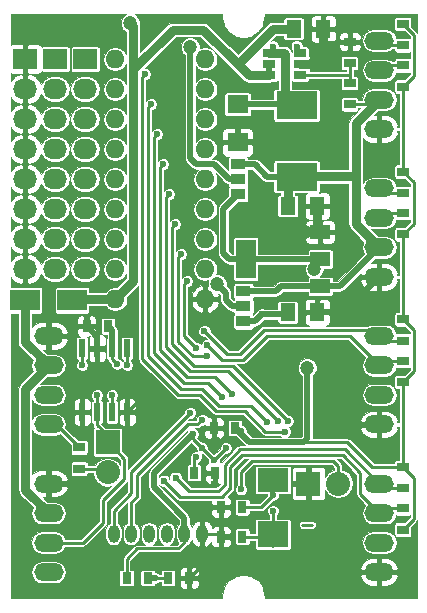
<source format=gbr>
G04 #@! TF.FileFunction,Copper,L2,Bot,Signal*
%FSLAX46Y46*%
G04 Gerber Fmt 4.6, Leading zero omitted, Abs format (unit mm)*
G04 Created by KiCad (PCBNEW 4.0.5) date 03/15/17 13:23:36*
%MOMM*%
%LPD*%
G01*
G04 APERTURE LIST*
%ADD10C,0.100000*%
%ADD11O,1.600000X1.600000*%
%ADD12O,2.500000X1.500000*%
%ADD13R,0.800000X1.000000*%
%ADD14R,0.600000X1.550000*%
%ADD15R,2.600000X2.200000*%
%ADD16R,2.600000X2.000000*%
%ADD17O,1.000000X1.524000*%
%ADD18R,2.032000X2.032000*%
%ADD19O,2.032000X2.032000*%
%ADD20R,1.000000X0.800000*%
%ADD21R,2.032000X1.727200*%
%ADD22O,2.032000X1.727200*%
%ADD23R,1.700000X1.200000*%
%ADD24R,1.700000X3.300000*%
%ADD25R,1.300000X1.500000*%
%ADD26R,2.499360X1.800860*%
%ADD27R,1.270000X0.965200*%
%ADD28R,1.800000X1.600000*%
%ADD29R,3.500120X2.349500*%
%ADD30R,1.000760X0.690880*%
%ADD31C,0.600000*%
%ADD32C,1.200000*%
%ADD33C,0.250000*%
%ADD34C,0.800000*%
%ADD35C,0.500000*%
%ADD36C,0.025400*%
G04 APERTURE END LIST*
D10*
D11*
X16764000Y-4064000D03*
X16764000Y-6604000D03*
X16764000Y-9144000D03*
X16764000Y-11684000D03*
X16764000Y-14224000D03*
X16764000Y-16764000D03*
X16764000Y-19304000D03*
X16764000Y-21844000D03*
X16764000Y-24384000D03*
X9144000Y-24384000D03*
X9144000Y-21844000D03*
X9144000Y-19304000D03*
X9144000Y-16764000D03*
X9144000Y-14224000D03*
X9144000Y-11684000D03*
X9144000Y-9144000D03*
X9144000Y-6604000D03*
X9144000Y-4064000D03*
D12*
X31500000Y-27500000D03*
X31500000Y-30000000D03*
X31500000Y-32500000D03*
X31500000Y-35000000D03*
X3500000Y-47500000D03*
X3500000Y-45000000D03*
X3500000Y-42500000D03*
X3500000Y-40000000D03*
D13*
X15400000Y-48000000D03*
X13600000Y-48000000D03*
X19900000Y-44500000D03*
X18100000Y-44500000D03*
X19900000Y-42000000D03*
X18100000Y-42000000D03*
X10100000Y-48000000D03*
X11900000Y-48000000D03*
X17600000Y-39100000D03*
X15800000Y-39100000D03*
D14*
X6345000Y-28550000D03*
X7615000Y-28550000D03*
X8885000Y-28550000D03*
X10155000Y-28550000D03*
X10155000Y-33950000D03*
X8885000Y-33950000D03*
X7615000Y-33950000D03*
X6345000Y-33950000D03*
D15*
X22500000Y-44300000D03*
D16*
X22500000Y-39700000D03*
D17*
X16500000Y-44250000D03*
X15000000Y-44250000D03*
X13500000Y-44250000D03*
X12000000Y-44250000D03*
X10500000Y-44250000D03*
X9000000Y-44250000D03*
D18*
X8500000Y-36500000D03*
D19*
X8500000Y-39040000D03*
D20*
X6096000Y-36946000D03*
X6096000Y-38746000D03*
D12*
X3500000Y-35000000D03*
X3500000Y-32500000D03*
X3500000Y-30000000D03*
X3500000Y-27500000D03*
D21*
X4064000Y-4064000D03*
D22*
X4064000Y-6604000D03*
X4064000Y-9144000D03*
X4064000Y-11684000D03*
X4064000Y-14224000D03*
X4064000Y-16764000D03*
X4064000Y-19304000D03*
X4064000Y-21844000D03*
D12*
X31500000Y-15000000D03*
X31500000Y-17500000D03*
X31500000Y-20000000D03*
X31500000Y-22500000D03*
X31500000Y-2500000D03*
X31500000Y-5000000D03*
X31500000Y-7500000D03*
X31500000Y-10000000D03*
X31500000Y-40000000D03*
X31500000Y-42500000D03*
X31500000Y-45000000D03*
X31500000Y-47500000D03*
D23*
X26500000Y-18700000D03*
X26500000Y-21000000D03*
X26500000Y-23300000D03*
D24*
X20200000Y-21000000D03*
D21*
X6604000Y-4064000D03*
D22*
X6604000Y-6604000D03*
X6604000Y-9144000D03*
X6604000Y-11684000D03*
X6604000Y-14224000D03*
X6604000Y-16764000D03*
X6604000Y-19304000D03*
X6604000Y-21844000D03*
D21*
X1524000Y-4064000D03*
D22*
X1524000Y-6604000D03*
X1524000Y-9144000D03*
X1524000Y-11684000D03*
X1524000Y-14224000D03*
X1524000Y-16764000D03*
X1524000Y-19304000D03*
X1524000Y-21844000D03*
D25*
X23750000Y-16500000D03*
X26250000Y-16500000D03*
X23750000Y-25500000D03*
X26250000Y-25500000D03*
X24250000Y-1500000D03*
X26750000Y-1500000D03*
D13*
X17500000Y-35300000D03*
X19300000Y-35300000D03*
X6720000Y-26670000D03*
X8520000Y-26670000D03*
D20*
X33500000Y-18900000D03*
X33500000Y-17100000D03*
X33500000Y-13600000D03*
X33500000Y-15400000D03*
X33500000Y-6400000D03*
X33500000Y-4600000D03*
X33500000Y-1100000D03*
X33500000Y-2900000D03*
X33500000Y-26100000D03*
X33500000Y-27900000D03*
X33500000Y-31400000D03*
X33500000Y-29600000D03*
X33500000Y-43900000D03*
X33500000Y-42100000D03*
X33500000Y-38600000D03*
X33500000Y-40400000D03*
D26*
X5498980Y-24500000D03*
X1501020Y-24500000D03*
D27*
X20000000Y-23730000D03*
X20000000Y-25000000D03*
X20000000Y-26270000D03*
X19558000Y-12954000D03*
X19558000Y-14224000D03*
X19558000Y-15494000D03*
D28*
X19500000Y-7900000D03*
X19500000Y-11100000D03*
D29*
X24500000Y-14025140D03*
X24500000Y-7974860D03*
D20*
X29000000Y-7900000D03*
X29000000Y-6100000D03*
X29000000Y-4400000D03*
X29000000Y-2600000D03*
D30*
X24800480Y-3550040D03*
X24800480Y-4500000D03*
X24800480Y-5449960D03*
X22199520Y-5449960D03*
X22199520Y-4500000D03*
X22199520Y-3550040D03*
D18*
X25500000Y-40000000D03*
D19*
X28040000Y-40000000D03*
D31*
X24500000Y-35500000D03*
X27000000Y-35000000D03*
X16500000Y-48000000D03*
D32*
X25200000Y-18700000D03*
X26000000Y-4500000D03*
X24500000Y-10500000D03*
D31*
X7620000Y-27686000D03*
X17780000Y-36322000D03*
X17500000Y-40000000D03*
X12500000Y-48000000D03*
D32*
X10414000Y-1016000D03*
D31*
X22500000Y-42300000D03*
X22500000Y-41000000D03*
X7620000Y-32512000D03*
X8890000Y-32512000D03*
X16000000Y-37750000D03*
X10160000Y-29972000D03*
X6350000Y-29972000D03*
X23500000Y-35600000D03*
X11684000Y-5334000D03*
X19000000Y-32400000D03*
X13208000Y-12954000D03*
X22000000Y-34800000D03*
X12192000Y-7874000D03*
X16900000Y-28300000D03*
X13250000Y-39750000D03*
X14250000Y-39500000D03*
X18200000Y-32700000D03*
X12700000Y-10414000D03*
D32*
X26000000Y-21800000D03*
X25400000Y-30200000D03*
D31*
X15700000Y-35800000D03*
X9300000Y-29900000D03*
X21590000Y-25654000D03*
X19812000Y-35560000D03*
X18500000Y-37000000D03*
X16500000Y-37000000D03*
X17500000Y-38000000D03*
X16700000Y-27100000D03*
X16500000Y-34600000D03*
X15500000Y-34000000D03*
X22900000Y-34700000D03*
X13716000Y-15494000D03*
X23800000Y-34700000D03*
X14224000Y-18034000D03*
X16900000Y-29200000D03*
X14732000Y-20574000D03*
X16000000Y-28500000D03*
X15240000Y-22860000D03*
D32*
X15494000Y-3048000D03*
X17780000Y-23114000D03*
D31*
X24500000Y-3000000D03*
X22500000Y-3000000D03*
X19800000Y-40500000D03*
D33*
X25800000Y-43500000D02*
X25000000Y-43500000D01*
X16500000Y-44250000D02*
X17850000Y-44250000D01*
X17850000Y-44250000D02*
X18100000Y-44500000D01*
X18100000Y-44500000D02*
X18100000Y-42000000D01*
X16750000Y-44000000D02*
X16500000Y-44250000D01*
X18100000Y-44000000D02*
X18100000Y-42500000D01*
X31500000Y-35000000D02*
X27000000Y-35000000D01*
D34*
X26250000Y-16500000D02*
X26250000Y-18450000D01*
X26250000Y-18450000D02*
X26500000Y-18700000D01*
D33*
X16500000Y-48000000D02*
X15400000Y-48000000D01*
X15400000Y-48000000D02*
X16500000Y-46900000D01*
X16500000Y-46900000D02*
X16500000Y-44250000D01*
D35*
X26500000Y-18700000D02*
X25200000Y-18700000D01*
D33*
X17500000Y-34400000D02*
X16100000Y-33000000D01*
X29000000Y-2600000D02*
X26750000Y-2600000D01*
X27000000Y-2500000D02*
X26750000Y-2500000D01*
X26850000Y-2500000D02*
X27000000Y-2500000D01*
X26750000Y-2600000D02*
X26850000Y-2500000D01*
D34*
X26750000Y-1500000D02*
X26750000Y-2500000D01*
X26750000Y-2500000D02*
X26750000Y-3750000D01*
X26750000Y-3750000D02*
X26000000Y-4500000D01*
X24800480Y-4500000D02*
X26000000Y-4500000D01*
D35*
X19500000Y-11100000D02*
X23900000Y-11100000D01*
X23900000Y-11100000D02*
X24500000Y-10500000D01*
X26500000Y-16750000D02*
X26250000Y-16500000D01*
X26250000Y-25500000D02*
X28500000Y-25500000D01*
X28500000Y-25500000D02*
X31500000Y-22500000D01*
D33*
X10155000Y-33950000D02*
X11105000Y-33000000D01*
X11105000Y-33000000D02*
X16100000Y-33000000D01*
X17500000Y-34400000D02*
X17500000Y-35300000D01*
D35*
X7615000Y-27681000D02*
X7615000Y-27565000D01*
X7620000Y-27686000D02*
X7615000Y-27681000D01*
D33*
X17388000Y-35306000D02*
X17388000Y-35930000D01*
X17388000Y-35930000D02*
X17780000Y-36322000D01*
D35*
X6720000Y-26670000D02*
X7615000Y-27565000D01*
X7615000Y-27565000D02*
X7615000Y-28550000D01*
D33*
X10155000Y-33950000D02*
X10155000Y-32507000D01*
X10155000Y-32507000D02*
X8641000Y-30993000D01*
X8641000Y-30993000D02*
X7615000Y-30993000D01*
X6345000Y-33950000D02*
X6345000Y-32263000D01*
X6345000Y-32263000D02*
X7615000Y-30993000D01*
X7615000Y-30993000D02*
X7615000Y-28550000D01*
X17500000Y-40000000D02*
X17500000Y-39150000D01*
X17500000Y-39150000D02*
X17650000Y-39000000D01*
X11900000Y-48000000D02*
X12500000Y-48000000D01*
X12500000Y-48000000D02*
X13600000Y-48000000D01*
D34*
X24250000Y-1500000D02*
X22500000Y-1500000D01*
X22500000Y-1500000D02*
X19500000Y-4500000D01*
X22199520Y-5449960D02*
X20449960Y-5449960D01*
X14000000Y-1600000D02*
X10668000Y-4932000D01*
X16600000Y-1600000D02*
X14000000Y-1600000D01*
X20449960Y-5449960D02*
X19500000Y-4500000D01*
X19500000Y-4500000D02*
X16600000Y-1600000D01*
D35*
X22199520Y-4500000D02*
X22199520Y-5449960D01*
D34*
X5498980Y-24500000D02*
X5614980Y-24384000D01*
X5614980Y-24384000D02*
X9144000Y-24384000D01*
X10414000Y-1016000D02*
X10668000Y-1270000D01*
X10668000Y-1270000D02*
X10668000Y-4932000D01*
X10668000Y-22860000D02*
X9144000Y-24384000D01*
X10668000Y-4932000D02*
X10668000Y-22860000D01*
D33*
X22500000Y-42300000D02*
X22500000Y-44300000D01*
X19900000Y-44500000D02*
X22300000Y-44500000D01*
X22300000Y-44500000D02*
X22500000Y-44300000D01*
X22200000Y-45000000D02*
X22500000Y-45300000D01*
X22500000Y-39700000D02*
X22500000Y-41000000D01*
X21500000Y-42000000D02*
X19900000Y-42000000D01*
X22500000Y-41000000D02*
X21500000Y-42000000D01*
X21900000Y-39800000D02*
X21900000Y-40100000D01*
X3500000Y-45000000D02*
X6400000Y-45000000D01*
X8100000Y-43300000D02*
X8100000Y-41400000D01*
X6400000Y-45000000D02*
X8100000Y-43300000D01*
X3500000Y-45000000D02*
X4500000Y-45000000D01*
X9900000Y-37900000D02*
X8500000Y-36500000D01*
X8100000Y-41400000D02*
X9900000Y-39600000D01*
X9900000Y-39600000D02*
X9900000Y-37900000D01*
X7615000Y-33950000D02*
X7615000Y-32517000D01*
X7615000Y-32517000D02*
X7620000Y-32512000D01*
X8500000Y-36500000D02*
X8500000Y-35932000D01*
X8500000Y-35932000D02*
X7615000Y-35047000D01*
X7615000Y-35047000D02*
X7615000Y-33950000D01*
X8885000Y-33950000D02*
X8890000Y-33945000D01*
X8890000Y-33945000D02*
X8890000Y-32512000D01*
X6096000Y-36946000D02*
X4150000Y-35000000D01*
X4150000Y-35000000D02*
X3500000Y-35000000D01*
X15850000Y-39000000D02*
X15850000Y-37900000D01*
X15850000Y-37900000D02*
X16000000Y-37750000D01*
X10160000Y-29972000D02*
X10160000Y-28555000D01*
X10160000Y-28555000D02*
X10155000Y-28550000D01*
X6345000Y-28550000D02*
X6345000Y-29967000D01*
X6345000Y-29967000D02*
X6350000Y-29972000D01*
X33500000Y-17100000D02*
X31900000Y-17100000D01*
X31900000Y-17100000D02*
X31500000Y-17500000D01*
X33500000Y-15400000D02*
X31900000Y-15400000D01*
X31900000Y-15400000D02*
X31500000Y-15000000D01*
X21800000Y-35600000D02*
X20100000Y-33900000D01*
X23500000Y-35600000D02*
X21800000Y-35600000D01*
X20100000Y-33900000D02*
X17700000Y-33900000D01*
X11430000Y-29430000D02*
X11430000Y-25654000D01*
X11684000Y-5334000D02*
X11430000Y-5588000D01*
X11430000Y-5588000D02*
X11430000Y-25654000D01*
X11430000Y-29430000D02*
X14500000Y-32500000D01*
X16300000Y-32500000D02*
X14500000Y-32500000D01*
X17700000Y-33900000D02*
X16300000Y-32500000D01*
X17600000Y-31000000D02*
X15250000Y-31000000D01*
X19000000Y-32400000D02*
X17600000Y-31000000D01*
X12954000Y-28704000D02*
X15250000Y-31000000D01*
X12954000Y-28704000D02*
X12954000Y-25654000D01*
X12954000Y-13208000D02*
X12954000Y-25654000D01*
X13208000Y-12954000D02*
X12954000Y-13208000D01*
X33500000Y-2900000D02*
X31900000Y-2900000D01*
X31900000Y-2900000D02*
X31500000Y-2500000D01*
X33500000Y-4600000D02*
X31900000Y-4600000D01*
X31900000Y-4600000D02*
X31500000Y-5000000D01*
X20600000Y-33400000D02*
X17900000Y-33400000D01*
X22000000Y-34800000D02*
X20600000Y-33400000D01*
X17900000Y-33400000D02*
X16500000Y-32000000D01*
X16500000Y-32000000D02*
X14750000Y-32000000D01*
X11938000Y-29188000D02*
X14750000Y-32000000D01*
X11938000Y-8128000D02*
X11938000Y-25654000D01*
X12192000Y-7874000D02*
X11938000Y-8128000D01*
X11938000Y-25654000D02*
X11938000Y-29188000D01*
X18150000Y-29550000D02*
X19950000Y-29550000D01*
X29000000Y-27500000D02*
X31500000Y-30000000D01*
X22000000Y-27500000D02*
X29000000Y-27500000D01*
X19950000Y-29550000D02*
X22000000Y-27500000D01*
X16900000Y-28300000D02*
X18150000Y-29550000D01*
X31050000Y-29550000D02*
X31500000Y-30000000D01*
X33500000Y-29600000D02*
X31900000Y-29600000D01*
X31900000Y-29600000D02*
X31500000Y-30000000D01*
X31900000Y-29600000D02*
X31500000Y-30000000D01*
X28400000Y-37600000D02*
X19900000Y-37600000D01*
X18900000Y-38600000D02*
X18900000Y-40400000D01*
X19900000Y-37600000D02*
X18900000Y-38600000D01*
X29900000Y-39100000D02*
X28400000Y-37600000D01*
X18150000Y-41150000D02*
X18900000Y-40400000D01*
X14650000Y-41150000D02*
X13250000Y-39750000D01*
X14650000Y-41150000D02*
X18150000Y-41150000D01*
X29900000Y-40900000D02*
X31500000Y-42500000D01*
X33500000Y-42100000D02*
X31900000Y-42100000D01*
X31900000Y-42100000D02*
X31500000Y-42500000D01*
X31500000Y-42500000D02*
X31900000Y-42100000D01*
X29900000Y-39100000D02*
X29900000Y-40900000D01*
X28600000Y-37100000D02*
X19700000Y-37100000D01*
X18400000Y-38400000D02*
X18400000Y-40100000D01*
X19700000Y-37100000D02*
X18400000Y-38400000D01*
X28600000Y-37100000D02*
X31500000Y-40000000D01*
X17850000Y-40650000D02*
X18400000Y-40100000D01*
X17850000Y-40650000D02*
X15400000Y-40650000D01*
X15400000Y-40650000D02*
X14250000Y-39500000D01*
X33500000Y-40400000D02*
X31900000Y-40400000D01*
X31900000Y-40400000D02*
X31500000Y-40000000D01*
X31500000Y-40000000D02*
X31900000Y-40400000D01*
X8500000Y-39040000D02*
X8206000Y-38746000D01*
X8206000Y-38746000D02*
X6096000Y-38746000D01*
D35*
X20000000Y-23730000D02*
X22770000Y-23730000D01*
X23200000Y-23300000D02*
X26500000Y-23300000D01*
X22770000Y-23730000D02*
X23200000Y-23300000D01*
D33*
X29000000Y-7900000D02*
X31100000Y-7900000D01*
X31100000Y-7900000D02*
X31500000Y-7500000D01*
D35*
X26500000Y-23300000D02*
X28200000Y-23300000D01*
X28200000Y-23300000D02*
X31500000Y-20000000D01*
X24500000Y-14025140D02*
X22025140Y-14025140D01*
X20954000Y-12954000D02*
X19558000Y-12954000D01*
X22025140Y-14025140D02*
X20954000Y-12954000D01*
D34*
X24500000Y-14025140D02*
X24525140Y-14000000D01*
X24525140Y-14000000D02*
X29500000Y-14000000D01*
X24500000Y-14025140D02*
X23750000Y-14775140D01*
X23750000Y-14775140D02*
X23750000Y-16500000D01*
X29500000Y-9500000D02*
X29500000Y-12500000D01*
X29500000Y-12500000D02*
X29500000Y-14000000D01*
X29500000Y-14000000D02*
X29500000Y-18000000D01*
X31500000Y-7500000D02*
X29500000Y-9500000D01*
X29500000Y-18000000D02*
X31500000Y-20000000D01*
D33*
X18200000Y-32700000D02*
X17000000Y-31500000D01*
X17000000Y-31500000D02*
X15000000Y-31500000D01*
X12446000Y-28946000D02*
X15000000Y-31500000D01*
X12446000Y-28946000D02*
X12446000Y-25654000D01*
X12700000Y-10414000D02*
X12446000Y-10668000D01*
X12446000Y-10668000D02*
X12446000Y-25654000D01*
X25100000Y-36500000D02*
X28800000Y-36500000D01*
X30900000Y-38600000D02*
X33500000Y-38600000D01*
X28800000Y-36500000D02*
X30900000Y-38600000D01*
X10100000Y-48000000D02*
X10100000Y-46400000D01*
X14500000Y-45500000D02*
X15000000Y-45000000D01*
X11000000Y-45500000D02*
X14500000Y-45500000D01*
X10100000Y-46400000D02*
X11000000Y-45500000D01*
X15000000Y-45000000D02*
X15000000Y-44250000D01*
D35*
X15000000Y-44250000D02*
X15000000Y-42900000D01*
X12400000Y-39100000D02*
X15700000Y-35800000D01*
X12400000Y-40300000D02*
X12400000Y-39100000D01*
X15000000Y-42900000D02*
X12400000Y-40300000D01*
X26000000Y-21500000D02*
X26000000Y-21800000D01*
X25400000Y-36200000D02*
X25150000Y-36450000D01*
X25150000Y-36450000D02*
X25300000Y-36300000D01*
X25300000Y-36300000D02*
X25100000Y-36500000D01*
X25100000Y-36500000D02*
X20500000Y-36500000D01*
X20500000Y-36500000D02*
X19300000Y-35300000D01*
X25400000Y-30200000D02*
X25400000Y-36200000D01*
X20200000Y-21000000D02*
X26500000Y-21000000D01*
X26500000Y-21000000D02*
X26000000Y-21500000D01*
X18300000Y-20500000D02*
X18800000Y-21000000D01*
X18800000Y-21000000D02*
X20200000Y-21000000D01*
X21590000Y-25654000D02*
X23596000Y-25654000D01*
X23596000Y-25654000D02*
X23750000Y-25500000D01*
X20000000Y-26270000D02*
X20974000Y-26270000D01*
X20974000Y-26270000D02*
X21590000Y-25654000D01*
X19558000Y-15494000D02*
X18300000Y-16752000D01*
X18300000Y-16752000D02*
X18300000Y-20500000D01*
D33*
X16500000Y-37000000D02*
X15700000Y-36200000D01*
X15700000Y-36200000D02*
X15700000Y-35800000D01*
X9300000Y-29900000D02*
X8885000Y-29485000D01*
X8885000Y-29485000D02*
X8885000Y-28550000D01*
X19188000Y-35306000D02*
X19558000Y-35306000D01*
X19558000Y-35306000D02*
X19812000Y-35560000D01*
D35*
X8520000Y-26670000D02*
X8885000Y-27035000D01*
X8885000Y-27035000D02*
X8885000Y-27686000D01*
X8885000Y-27686000D02*
X8885000Y-28550000D01*
D33*
X33500000Y-6400000D02*
X34400000Y-5500000D01*
X34400000Y-5500000D02*
X34400000Y-2000000D01*
X34400000Y-2000000D02*
X33500000Y-1100000D01*
X33500000Y-13600000D02*
X33500000Y-6400000D01*
X33500000Y-18900000D02*
X34400000Y-18000000D01*
X34400000Y-18000000D02*
X34400000Y-14500000D01*
X34400000Y-14500000D02*
X33500000Y-13600000D01*
X33500000Y-26100000D02*
X33500000Y-18900000D01*
X33500000Y-31400000D02*
X34400000Y-30500000D01*
X34400000Y-30500000D02*
X34400000Y-27000000D01*
X34400000Y-27000000D02*
X33500000Y-26100000D01*
X33500000Y-38600000D02*
X33500000Y-31400000D01*
X33500000Y-43900000D02*
X34400000Y-43000000D01*
X34400000Y-39500000D02*
X33500000Y-38600000D01*
X34400000Y-43000000D02*
X34400000Y-39500000D01*
X18500000Y-37000000D02*
X17500000Y-38000000D01*
X17500000Y-38000000D02*
X16500000Y-37000000D01*
D35*
X8890000Y-27686000D02*
X8885000Y-27686000D01*
X8885000Y-27686000D02*
X8890000Y-27686000D01*
X8890000Y-27686000D02*
X8885000Y-27686000D01*
D33*
X31500000Y-27500000D02*
X31000000Y-27000000D01*
X31000000Y-27000000D02*
X21700000Y-27000000D01*
X21700000Y-27000000D02*
X19700000Y-29000000D01*
X19700000Y-29000000D02*
X18600000Y-29000000D01*
X31500000Y-27500000D02*
X31900000Y-27900000D01*
X31900000Y-27900000D02*
X33500000Y-27900000D01*
X16700000Y-27100000D02*
X18600000Y-29000000D01*
X15300000Y-35000000D02*
X11000000Y-39300000D01*
X11000000Y-39300000D02*
X11000000Y-41100000D01*
X16100000Y-35000000D02*
X15300000Y-35000000D01*
X16500000Y-34600000D02*
X16100000Y-35000000D01*
X10500000Y-44250000D02*
X10500000Y-41600000D01*
X10500000Y-41600000D02*
X11000000Y-41100000D01*
X9000000Y-42300000D02*
X10475000Y-40825000D01*
X9000000Y-44250000D02*
X9000000Y-42300000D01*
X10475000Y-39025000D02*
X15500000Y-34000000D01*
X10475000Y-40825000D02*
X10475000Y-39025000D01*
X9250000Y-44000000D02*
X9000000Y-44250000D01*
X18700000Y-30500000D02*
X15500000Y-30500000D01*
X22900000Y-34700000D02*
X18700000Y-30500000D01*
X13462000Y-15748000D02*
X13462000Y-25654000D01*
X13462000Y-28462000D02*
X15500000Y-30500000D01*
X13462000Y-25654000D02*
X13462000Y-28462000D01*
X13716000Y-15494000D02*
X13462000Y-15748000D01*
X19115000Y-30015000D02*
X15785000Y-30015000D01*
X23800000Y-34700000D02*
X19115000Y-30015000D01*
X13970000Y-28200000D02*
X15785000Y-30015000D01*
X13970000Y-28220000D02*
X13970000Y-28200000D01*
X13970000Y-28200000D02*
X13970000Y-25654000D01*
X14224000Y-18034000D02*
X13970000Y-18288000D01*
X13970000Y-18288000D02*
X13970000Y-25654000D01*
X14478000Y-27978000D02*
X15700000Y-29200000D01*
X15700000Y-29200000D02*
X16900000Y-29200000D01*
X14478000Y-27978000D02*
X14478000Y-27228000D01*
X14732000Y-20574000D02*
X14478000Y-20828000D01*
X14478000Y-27228000D02*
X14478000Y-25654000D01*
X14478000Y-20828000D02*
X14478000Y-25654000D01*
X14986000Y-27486000D02*
X14986000Y-27236000D01*
X16000000Y-28500000D02*
X14986000Y-27486000D01*
X14986000Y-23114000D02*
X14986000Y-25500000D01*
X15240000Y-22860000D02*
X14986000Y-23114000D01*
X14986000Y-25500000D02*
X14986000Y-27236000D01*
D34*
X1501020Y-24500000D02*
X1501020Y-28001020D01*
X1501020Y-28001020D02*
X3500000Y-30000000D01*
X3500000Y-30000000D02*
X1524000Y-31976000D01*
X1524000Y-31976000D02*
X1524000Y-40524000D01*
X1524000Y-40524000D02*
X3500000Y-42500000D01*
D35*
X19558000Y-14224000D02*
X18796000Y-14224000D01*
X15494000Y-3048000D02*
X15494000Y-12446000D01*
X15494000Y-12446000D02*
X16002000Y-12954000D01*
X16002000Y-12954000D02*
X17526000Y-12954000D01*
X18796000Y-14224000D02*
X17526000Y-12954000D01*
X20000000Y-25000000D02*
X19000000Y-25000000D01*
X18500000Y-23834000D02*
X17780000Y-23114000D01*
X18500000Y-24500000D02*
X18500000Y-23834000D01*
X19000000Y-25000000D02*
X18500000Y-24500000D01*
D33*
X24800480Y-3550040D02*
X24500000Y-3249560D01*
X24500000Y-3249560D02*
X24500000Y-3000000D01*
X22199520Y-3550040D02*
X22500000Y-3249560D01*
X22500000Y-3249560D02*
X22500000Y-3000000D01*
D34*
X22199520Y-3550040D02*
X23449960Y-3550040D01*
X23500000Y-3600080D02*
X23500000Y-6974860D01*
X23449960Y-3550040D02*
X23500000Y-3600080D01*
X23500000Y-6974860D02*
X24500000Y-7974860D01*
D35*
X24500000Y-7974860D02*
X24425140Y-7900000D01*
X24425140Y-7900000D02*
X19500000Y-7900000D01*
D33*
X24800480Y-5449960D02*
X29000000Y-5449960D01*
X29000000Y-5449960D02*
X29000000Y-5500000D01*
X29000000Y-4400000D02*
X29000000Y-5500000D01*
X29000000Y-5500000D02*
X29000000Y-6100000D01*
X28040000Y-40000000D02*
X28040000Y-38540000D01*
X27600000Y-38100000D02*
X20700000Y-38100000D01*
X28040000Y-38540000D02*
X27600000Y-38100000D01*
X28040000Y-40000000D02*
X28040000Y-39540000D01*
X19800000Y-40500000D02*
X19800000Y-39000000D01*
X19800000Y-39000000D02*
X20700000Y-38100000D01*
D36*
G36*
X9954244Y-326625D02*
X9725428Y-555041D01*
X9601441Y-853635D01*
X9601159Y-1176947D01*
X9724625Y-1475756D01*
X9953041Y-1704572D01*
X10055300Y-1747034D01*
X10055300Y-3610377D01*
X9879927Y-3347913D01*
X9551384Y-3128387D01*
X9163840Y-3051300D01*
X9124160Y-3051300D01*
X8736616Y-3128387D01*
X8408073Y-3347913D01*
X8188547Y-3676456D01*
X8111460Y-4064000D01*
X8188547Y-4451544D01*
X8408073Y-4780087D01*
X8736616Y-4999613D01*
X9124160Y-5076700D01*
X9163840Y-5076700D01*
X9551384Y-4999613D01*
X9879927Y-4780087D01*
X10055300Y-4517623D01*
X10055300Y-6150377D01*
X9879927Y-5887913D01*
X9551384Y-5668387D01*
X9163840Y-5591300D01*
X9124160Y-5591300D01*
X8736616Y-5668387D01*
X8408073Y-5887913D01*
X8188547Y-6216456D01*
X8111460Y-6604000D01*
X8188547Y-6991544D01*
X8408073Y-7320087D01*
X8736616Y-7539613D01*
X9124160Y-7616700D01*
X9163840Y-7616700D01*
X9551384Y-7539613D01*
X9879927Y-7320087D01*
X10055300Y-7057623D01*
X10055300Y-8690377D01*
X9879927Y-8427913D01*
X9551384Y-8208387D01*
X9163840Y-8131300D01*
X9124160Y-8131300D01*
X8736616Y-8208387D01*
X8408073Y-8427913D01*
X8188547Y-8756456D01*
X8111460Y-9144000D01*
X8188547Y-9531544D01*
X8408073Y-9860087D01*
X8736616Y-10079613D01*
X9124160Y-10156700D01*
X9163840Y-10156700D01*
X9551384Y-10079613D01*
X9879927Y-9860087D01*
X10055300Y-9597623D01*
X10055300Y-11230377D01*
X9879927Y-10967913D01*
X9551384Y-10748387D01*
X9163840Y-10671300D01*
X9124160Y-10671300D01*
X8736616Y-10748387D01*
X8408073Y-10967913D01*
X8188547Y-11296456D01*
X8111460Y-11684000D01*
X8188547Y-12071544D01*
X8408073Y-12400087D01*
X8736616Y-12619613D01*
X9124160Y-12696700D01*
X9163840Y-12696700D01*
X9551384Y-12619613D01*
X9879927Y-12400087D01*
X10055300Y-12137623D01*
X10055300Y-13770377D01*
X9879927Y-13507913D01*
X9551384Y-13288387D01*
X9163840Y-13211300D01*
X9124160Y-13211300D01*
X8736616Y-13288387D01*
X8408073Y-13507913D01*
X8188547Y-13836456D01*
X8111460Y-14224000D01*
X8188547Y-14611544D01*
X8408073Y-14940087D01*
X8736616Y-15159613D01*
X9124160Y-15236700D01*
X9163840Y-15236700D01*
X9551384Y-15159613D01*
X9879927Y-14940087D01*
X10055300Y-14677623D01*
X10055300Y-16310377D01*
X9879927Y-16047913D01*
X9551384Y-15828387D01*
X9163840Y-15751300D01*
X9124160Y-15751300D01*
X8736616Y-15828387D01*
X8408073Y-16047913D01*
X8188547Y-16376456D01*
X8111460Y-16764000D01*
X8188547Y-17151544D01*
X8408073Y-17480087D01*
X8736616Y-17699613D01*
X9124160Y-17776700D01*
X9163840Y-17776700D01*
X9551384Y-17699613D01*
X9879927Y-17480087D01*
X10055300Y-17217623D01*
X10055300Y-18850377D01*
X9879927Y-18587913D01*
X9551384Y-18368387D01*
X9163840Y-18291300D01*
X9124160Y-18291300D01*
X8736616Y-18368387D01*
X8408073Y-18587913D01*
X8188547Y-18916456D01*
X8111460Y-19304000D01*
X8188547Y-19691544D01*
X8408073Y-20020087D01*
X8736616Y-20239613D01*
X9124160Y-20316700D01*
X9163840Y-20316700D01*
X9551384Y-20239613D01*
X9879927Y-20020087D01*
X10055300Y-19757623D01*
X10055300Y-21390377D01*
X9879927Y-21127913D01*
X9551384Y-20908387D01*
X9163840Y-20831300D01*
X9124160Y-20831300D01*
X8736616Y-20908387D01*
X8408073Y-21127913D01*
X8188547Y-21456456D01*
X8111460Y-21844000D01*
X8188547Y-22231544D01*
X8408073Y-22560087D01*
X8736616Y-22779613D01*
X9124160Y-22856700D01*
X9163840Y-22856700D01*
X9551384Y-22779613D01*
X9879927Y-22560087D01*
X10055300Y-22297623D01*
X10055300Y-22606211D01*
X9269245Y-23392266D01*
X9163840Y-23371300D01*
X9124160Y-23371300D01*
X8736616Y-23448387D01*
X8408073Y-23667913D01*
X8338992Y-23771300D01*
X6965527Y-23771300D01*
X6965527Y-23599570D01*
X6950696Y-23520748D01*
X6904112Y-23448355D01*
X6833033Y-23399789D01*
X6748660Y-23382703D01*
X4249300Y-23382703D01*
X4170478Y-23397534D01*
X4098085Y-23444118D01*
X4049519Y-23515197D01*
X4032433Y-23599570D01*
X4032433Y-25400430D01*
X4047264Y-25479252D01*
X4093848Y-25551645D01*
X4164927Y-25600211D01*
X4249300Y-25617297D01*
X6748660Y-25617297D01*
X6827482Y-25602466D01*
X6899875Y-25555882D01*
X6948441Y-25484803D01*
X6965527Y-25400430D01*
X6965527Y-24996700D01*
X8338992Y-24996700D01*
X8408073Y-25100087D01*
X8736616Y-25319613D01*
X9124160Y-25396700D01*
X9163840Y-25396700D01*
X9551384Y-25319613D01*
X9879927Y-25100087D01*
X10099453Y-24771544D01*
X10176540Y-24384000D01*
X10148990Y-24245498D01*
X11092300Y-23302189D01*
X11092300Y-29430000D01*
X11118006Y-29559232D01*
X11191210Y-29668790D01*
X14261210Y-32738790D01*
X14370768Y-32811994D01*
X14500000Y-32837700D01*
X16160120Y-32837700D01*
X17461210Y-34138790D01*
X17570768Y-34211994D01*
X17700000Y-34237700D01*
X19960120Y-34237700D01*
X21561210Y-35838790D01*
X21670768Y-35911994D01*
X21800000Y-35937700D01*
X23112676Y-35937700D01*
X23209200Y-36034392D01*
X23216203Y-36037300D01*
X20691657Y-36037300D01*
X20322315Y-35667958D01*
X20324610Y-35662430D01*
X20324788Y-35458465D01*
X20246899Y-35269958D01*
X20102800Y-35125608D01*
X19916867Y-35048402D01*
X19916867Y-34800000D01*
X19902036Y-34721178D01*
X19855452Y-34648785D01*
X19784373Y-34600219D01*
X19700000Y-34583133D01*
X18900000Y-34583133D01*
X18821178Y-34597964D01*
X18748785Y-34644548D01*
X18700219Y-34715627D01*
X18683133Y-34800000D01*
X18683133Y-35800000D01*
X18697964Y-35878822D01*
X18744548Y-35951215D01*
X18815627Y-35999781D01*
X18900000Y-36016867D01*
X19362511Y-36016867D01*
X20107943Y-36762300D01*
X19700000Y-36762300D01*
X19570768Y-36788006D01*
X19461210Y-36861210D01*
X18161210Y-38161210D01*
X18130405Y-38207312D01*
X18082091Y-38187300D01*
X17977369Y-38187300D01*
X18012610Y-38102430D01*
X18012730Y-37964850D01*
X18464911Y-37512669D01*
X18601535Y-37512788D01*
X18790042Y-37434899D01*
X18934392Y-37290800D01*
X19012610Y-37102430D01*
X19012788Y-36898465D01*
X18934899Y-36709958D01*
X18790800Y-36565608D01*
X18602430Y-36487390D01*
X18398465Y-36487212D01*
X18209958Y-36565101D01*
X18065608Y-36709200D01*
X17987390Y-36897570D01*
X17987270Y-37035150D01*
X17535089Y-37487331D01*
X17464850Y-37487270D01*
X17012669Y-37035089D01*
X17012788Y-36898465D01*
X16934899Y-36709958D01*
X16790800Y-36565608D01*
X16602430Y-36487390D01*
X16464850Y-36487270D01*
X16101357Y-36123777D01*
X16134392Y-36090800D01*
X16212610Y-35902430D01*
X16212788Y-35698465D01*
X16168168Y-35590475D01*
X16687300Y-35590475D01*
X16687300Y-35882091D01*
X16750130Y-36033776D01*
X16866224Y-36149870D01*
X17017909Y-36212700D01*
X17209525Y-36212700D01*
X17312700Y-36109525D01*
X17312700Y-35487300D01*
X17687300Y-35487300D01*
X17687300Y-36109525D01*
X17790475Y-36212700D01*
X17982091Y-36212700D01*
X18133776Y-36149870D01*
X18249870Y-36033776D01*
X18312700Y-35882091D01*
X18312700Y-35590475D01*
X18209525Y-35487300D01*
X17687300Y-35487300D01*
X17312700Y-35487300D01*
X16790475Y-35487300D01*
X16687300Y-35590475D01*
X16168168Y-35590475D01*
X16134899Y-35509958D01*
X15990800Y-35365608D01*
X15923590Y-35337700D01*
X16100000Y-35337700D01*
X16229232Y-35311994D01*
X16338790Y-35238790D01*
X16464911Y-35112669D01*
X16601535Y-35112788D01*
X16735295Y-35057520D01*
X16790475Y-35112700D01*
X17312700Y-35112700D01*
X17312700Y-34490475D01*
X17687300Y-34490475D01*
X17687300Y-35112700D01*
X18209525Y-35112700D01*
X18312700Y-35009525D01*
X18312700Y-34717909D01*
X18249870Y-34566224D01*
X18133776Y-34450130D01*
X17982091Y-34387300D01*
X17790475Y-34387300D01*
X17687300Y-34490475D01*
X17312700Y-34490475D01*
X17209525Y-34387300D01*
X17017909Y-34387300D01*
X16974317Y-34405357D01*
X16934899Y-34309958D01*
X16790800Y-34165608D01*
X16602430Y-34087390D01*
X16398465Y-34087212D01*
X16209958Y-34165101D01*
X16065608Y-34309200D01*
X15987390Y-34497570D01*
X15987270Y-34635150D01*
X15960120Y-34662300D01*
X15315280Y-34662300D01*
X15464911Y-34512669D01*
X15601535Y-34512788D01*
X15790042Y-34434899D01*
X15934392Y-34290800D01*
X16012610Y-34102430D01*
X16012788Y-33898465D01*
X15934899Y-33709958D01*
X15790800Y-33565608D01*
X15602430Y-33487390D01*
X15398465Y-33487212D01*
X15209958Y-33565101D01*
X15065608Y-33709200D01*
X14987390Y-33897570D01*
X14987270Y-34035150D01*
X10237700Y-38784720D01*
X10237700Y-37900000D01*
X10211994Y-37770768D01*
X10138790Y-37661210D01*
X9732867Y-37255287D01*
X9732867Y-35484000D01*
X9718036Y-35405178D01*
X9671452Y-35332785D01*
X9600373Y-35284219D01*
X9516000Y-35267133D01*
X8312713Y-35267133D01*
X7975974Y-34930394D01*
X7993822Y-34927036D01*
X8066215Y-34880452D01*
X8114781Y-34809373D01*
X8131867Y-34725000D01*
X8131867Y-33175000D01*
X8368133Y-33175000D01*
X8368133Y-34725000D01*
X8382964Y-34803822D01*
X8429548Y-34876215D01*
X8500627Y-34924781D01*
X8585000Y-34941867D01*
X9185000Y-34941867D01*
X9263822Y-34927036D01*
X9336215Y-34880452D01*
X9384781Y-34809373D01*
X9401867Y-34725000D01*
X9401867Y-34240475D01*
X9442300Y-34240475D01*
X9442300Y-34807091D01*
X9505130Y-34958776D01*
X9621224Y-35074870D01*
X9772909Y-35137700D01*
X9901825Y-35137700D01*
X10005000Y-35034525D01*
X10005000Y-34137300D01*
X10305000Y-34137300D01*
X10305000Y-35034525D01*
X10408175Y-35137700D01*
X10537091Y-35137700D01*
X10688776Y-35074870D01*
X10804870Y-34958776D01*
X10867700Y-34807091D01*
X10867700Y-34240475D01*
X10764525Y-34137300D01*
X10305000Y-34137300D01*
X10005000Y-34137300D01*
X9545475Y-34137300D01*
X9442300Y-34240475D01*
X9401867Y-34240475D01*
X9401867Y-33175000D01*
X9387036Y-33096178D01*
X9384933Y-33092909D01*
X9442300Y-33092909D01*
X9442300Y-33659525D01*
X9545475Y-33762700D01*
X10005000Y-33762700D01*
X10005000Y-32865475D01*
X10305000Y-32865475D01*
X10305000Y-33762700D01*
X10764525Y-33762700D01*
X10867700Y-33659525D01*
X10867700Y-33092909D01*
X10804870Y-32941224D01*
X10688776Y-32825130D01*
X10537091Y-32762300D01*
X10408175Y-32762300D01*
X10305000Y-32865475D01*
X10005000Y-32865475D01*
X9901825Y-32762300D01*
X9772909Y-32762300D01*
X9621224Y-32825130D01*
X9505130Y-32941224D01*
X9442300Y-33092909D01*
X9384933Y-33092909D01*
X9340452Y-33023785D01*
X9269373Y-32975219D01*
X9227700Y-32966780D01*
X9227700Y-32899324D01*
X9324392Y-32802800D01*
X9402610Y-32614430D01*
X9402788Y-32410465D01*
X9324899Y-32221958D01*
X9180800Y-32077608D01*
X8992430Y-31999390D01*
X8788465Y-31999212D01*
X8599958Y-32077101D01*
X8455608Y-32221200D01*
X8377390Y-32409570D01*
X8377212Y-32613535D01*
X8455101Y-32802042D01*
X8552300Y-32899410D01*
X8552300Y-32964286D01*
X8506178Y-32972964D01*
X8433785Y-33019548D01*
X8385219Y-33090627D01*
X8368133Y-33175000D01*
X8131867Y-33175000D01*
X8117036Y-33096178D01*
X8070452Y-33023785D01*
X7999373Y-32975219D01*
X7952700Y-32965767D01*
X7952700Y-32904315D01*
X8054392Y-32802800D01*
X8132610Y-32614430D01*
X8132788Y-32410465D01*
X8054899Y-32221958D01*
X7910800Y-32077608D01*
X7722430Y-31999390D01*
X7518465Y-31999212D01*
X7329958Y-32077101D01*
X7185608Y-32221200D01*
X7107390Y-32409570D01*
X7107212Y-32613535D01*
X7185101Y-32802042D01*
X7277300Y-32894402D01*
X7277300Y-32965227D01*
X7236178Y-32972964D01*
X7163785Y-33019548D01*
X7115219Y-33090627D01*
X7098133Y-33175000D01*
X7098133Y-34725000D01*
X7112964Y-34803822D01*
X7159548Y-34876215D01*
X7230627Y-34924781D01*
X7277300Y-34934233D01*
X7277300Y-35047000D01*
X7303006Y-35176232D01*
X7376210Y-35285790D01*
X7385224Y-35294804D01*
X7332785Y-35328548D01*
X7284219Y-35399627D01*
X7267133Y-35484000D01*
X7267133Y-37516000D01*
X7281964Y-37594822D01*
X7328548Y-37667215D01*
X7399627Y-37715781D01*
X7484000Y-37732867D01*
X9255287Y-37732867D01*
X9562300Y-38039880D01*
X9562300Y-38424712D01*
X9392894Y-38171178D01*
X8994275Y-37904829D01*
X8524072Y-37811300D01*
X8475928Y-37811300D01*
X8005725Y-37904829D01*
X7607106Y-38171178D01*
X7448666Y-38408300D01*
X6812867Y-38408300D01*
X6812867Y-38346000D01*
X6798036Y-38267178D01*
X6751452Y-38194785D01*
X6680373Y-38146219D01*
X6596000Y-38129133D01*
X5596000Y-38129133D01*
X5517178Y-38143964D01*
X5444785Y-38190548D01*
X5396219Y-38261627D01*
X5379133Y-38346000D01*
X5379133Y-39146000D01*
X5393964Y-39224822D01*
X5440548Y-39297215D01*
X5511627Y-39345781D01*
X5596000Y-39362867D01*
X6596000Y-39362867D01*
X6674822Y-39348036D01*
X6747215Y-39301452D01*
X6795781Y-39230373D01*
X6812867Y-39146000D01*
X6812867Y-39083700D01*
X7255920Y-39083700D01*
X7340757Y-39510203D01*
X7607106Y-39908822D01*
X8005725Y-40175171D01*
X8475928Y-40268700D01*
X8524072Y-40268700D01*
X8810742Y-40211678D01*
X7861210Y-41161210D01*
X7788006Y-41270768D01*
X7762300Y-41400000D01*
X7762300Y-43160120D01*
X6260120Y-44662300D01*
X4924183Y-44662300D01*
X4918075Y-44631591D01*
X4709388Y-44319268D01*
X4397065Y-44110581D01*
X4028656Y-44037300D01*
X2971344Y-44037300D01*
X2602935Y-44110581D01*
X2290612Y-44319268D01*
X2081925Y-44631591D01*
X2008644Y-45000000D01*
X2081925Y-45368409D01*
X2290612Y-45680732D01*
X2602935Y-45889419D01*
X2971344Y-45962700D01*
X4028656Y-45962700D01*
X4397065Y-45889419D01*
X4709388Y-45680732D01*
X4918075Y-45368409D01*
X4924183Y-45337700D01*
X6400000Y-45337700D01*
X6529232Y-45311994D01*
X6638790Y-45238790D01*
X8338790Y-43538790D01*
X8411994Y-43429232D01*
X8437700Y-43300000D01*
X8437700Y-41539880D01*
X10137300Y-39840280D01*
X10137300Y-40685120D01*
X8761210Y-42061210D01*
X8688006Y-42170768D01*
X8662300Y-42300000D01*
X8662300Y-43353861D01*
X8496045Y-43464949D01*
X8341551Y-43696166D01*
X8287300Y-43968904D01*
X8287300Y-44531096D01*
X8341551Y-44803834D01*
X8496045Y-45035051D01*
X8727262Y-45189545D01*
X9000000Y-45243796D01*
X9272738Y-45189545D01*
X9503955Y-45035051D01*
X9658449Y-44803834D01*
X9712700Y-44531096D01*
X9712700Y-43968904D01*
X9658449Y-43696166D01*
X9503955Y-43464949D01*
X9337700Y-43353861D01*
X9337700Y-42439880D01*
X10162300Y-41615280D01*
X10162300Y-43353861D01*
X9996045Y-43464949D01*
X9841551Y-43696166D01*
X9787300Y-43968904D01*
X9787300Y-44531096D01*
X9841551Y-44803834D01*
X9996045Y-45035051D01*
X10227262Y-45189545D01*
X10500000Y-45243796D01*
X10772738Y-45189545D01*
X11003955Y-45035051D01*
X11158449Y-44803834D01*
X11212700Y-44531096D01*
X11212700Y-43968904D01*
X11158449Y-43696166D01*
X11003955Y-43464949D01*
X10837700Y-43353861D01*
X10837700Y-41739880D01*
X11238790Y-41338790D01*
X11311994Y-41229232D01*
X11337700Y-41100000D01*
X11337700Y-39439880D01*
X15263640Y-35513940D01*
X15215308Y-35630336D01*
X12072822Y-38772822D01*
X11972521Y-38922932D01*
X11937300Y-39100000D01*
X11937300Y-40300000D01*
X11972521Y-40477068D01*
X12029472Y-40562300D01*
X12072822Y-40627178D01*
X14537300Y-43091656D01*
X14537300Y-43437383D01*
X14496045Y-43464949D01*
X14341551Y-43696166D01*
X14287300Y-43968904D01*
X14287300Y-44531096D01*
X14341551Y-44803834D01*
X14492570Y-45029850D01*
X14360120Y-45162300D01*
X13813513Y-45162300D01*
X14003955Y-45035051D01*
X14158449Y-44803834D01*
X14212700Y-44531096D01*
X14212700Y-43968904D01*
X14158449Y-43696166D01*
X14003955Y-43464949D01*
X13772738Y-43310455D01*
X13500000Y-43256204D01*
X13227262Y-43310455D01*
X12996045Y-43464949D01*
X12841551Y-43696166D01*
X12787300Y-43968904D01*
X12787300Y-44531096D01*
X12841551Y-44803834D01*
X12996045Y-45035051D01*
X13186487Y-45162300D01*
X12313513Y-45162300D01*
X12503955Y-45035051D01*
X12658449Y-44803834D01*
X12712700Y-44531096D01*
X12712700Y-43968904D01*
X12658449Y-43696166D01*
X12503955Y-43464949D01*
X12272738Y-43310455D01*
X12000000Y-43256204D01*
X11727262Y-43310455D01*
X11496045Y-43464949D01*
X11341551Y-43696166D01*
X11287300Y-43968904D01*
X11287300Y-44531096D01*
X11341551Y-44803834D01*
X11496045Y-45035051D01*
X11686487Y-45162300D01*
X11000000Y-45162300D01*
X10870768Y-45188006D01*
X10761210Y-45261210D01*
X9861210Y-46161210D01*
X9788006Y-46270768D01*
X9762300Y-46400000D01*
X9762300Y-47283133D01*
X9700000Y-47283133D01*
X9621178Y-47297964D01*
X9548785Y-47344548D01*
X9500219Y-47415627D01*
X9483133Y-47500000D01*
X9483133Y-48500000D01*
X9497964Y-48578822D01*
X9544548Y-48651215D01*
X9615627Y-48699781D01*
X9700000Y-48716867D01*
X10500000Y-48716867D01*
X10578822Y-48702036D01*
X10651215Y-48655452D01*
X10699781Y-48584373D01*
X10716867Y-48500000D01*
X10716867Y-47500000D01*
X11283133Y-47500000D01*
X11283133Y-48500000D01*
X11297964Y-48578822D01*
X11344548Y-48651215D01*
X11415627Y-48699781D01*
X11500000Y-48716867D01*
X12300000Y-48716867D01*
X12378822Y-48702036D01*
X12451215Y-48655452D01*
X12499781Y-48584373D01*
X12514293Y-48512712D01*
X12601535Y-48512788D01*
X12790042Y-48434899D01*
X12887410Y-48337700D01*
X12983133Y-48337700D01*
X12983133Y-48500000D01*
X12997964Y-48578822D01*
X13044548Y-48651215D01*
X13115627Y-48699781D01*
X13200000Y-48716867D01*
X14000000Y-48716867D01*
X14078822Y-48702036D01*
X14151215Y-48655452D01*
X14199781Y-48584373D01*
X14216867Y-48500000D01*
X14216867Y-48290475D01*
X14587300Y-48290475D01*
X14587300Y-48582091D01*
X14650130Y-48733776D01*
X14766224Y-48849870D01*
X14917909Y-48912700D01*
X15109525Y-48912700D01*
X15212700Y-48809525D01*
X15212700Y-48187300D01*
X15587300Y-48187300D01*
X15587300Y-48809525D01*
X15690475Y-48912700D01*
X15882091Y-48912700D01*
X16033776Y-48849870D01*
X16149870Y-48733776D01*
X16212700Y-48582091D01*
X16212700Y-48290475D01*
X16109525Y-48187300D01*
X15587300Y-48187300D01*
X15212700Y-48187300D01*
X14690475Y-48187300D01*
X14587300Y-48290475D01*
X14216867Y-48290475D01*
X14216867Y-47500000D01*
X14202036Y-47421178D01*
X14199933Y-47417909D01*
X14587300Y-47417909D01*
X14587300Y-47709525D01*
X14690475Y-47812700D01*
X15212700Y-47812700D01*
X15212700Y-47190475D01*
X15587300Y-47190475D01*
X15587300Y-47812700D01*
X16109525Y-47812700D01*
X16212700Y-47709525D01*
X16212700Y-47417909D01*
X16149870Y-47266224D01*
X16033776Y-47150130D01*
X15998444Y-47135495D01*
X29895913Y-47135495D01*
X29957162Y-47312700D01*
X31312700Y-47312700D01*
X31312700Y-46337300D01*
X31687300Y-46337300D01*
X31687300Y-47312700D01*
X33042838Y-47312700D01*
X33104087Y-47135495D01*
X32954594Y-46810288D01*
X32617989Y-46497482D01*
X32187300Y-46337300D01*
X31687300Y-46337300D01*
X31312700Y-46337300D01*
X30812700Y-46337300D01*
X30382011Y-46497482D01*
X30045406Y-46810288D01*
X29895913Y-47135495D01*
X15998444Y-47135495D01*
X15882091Y-47087300D01*
X15690475Y-47087300D01*
X15587300Y-47190475D01*
X15212700Y-47190475D01*
X15109525Y-47087300D01*
X14917909Y-47087300D01*
X14766224Y-47150130D01*
X14650130Y-47266224D01*
X14587300Y-47417909D01*
X14199933Y-47417909D01*
X14155452Y-47348785D01*
X14084373Y-47300219D01*
X14000000Y-47283133D01*
X13200000Y-47283133D01*
X13121178Y-47297964D01*
X13048785Y-47344548D01*
X13000219Y-47415627D01*
X12983133Y-47500000D01*
X12983133Y-47662300D01*
X12887324Y-47662300D01*
X12790800Y-47565608D01*
X12602430Y-47487390D01*
X12514480Y-47487313D01*
X12502036Y-47421178D01*
X12455452Y-47348785D01*
X12384373Y-47300219D01*
X12300000Y-47283133D01*
X11500000Y-47283133D01*
X11421178Y-47297964D01*
X11348785Y-47344548D01*
X11300219Y-47415627D01*
X11283133Y-47500000D01*
X10716867Y-47500000D01*
X10702036Y-47421178D01*
X10655452Y-47348785D01*
X10584373Y-47300219D01*
X10500000Y-47283133D01*
X10437700Y-47283133D01*
X10437700Y-46539880D01*
X11139880Y-45837700D01*
X14500000Y-45837700D01*
X14629232Y-45811994D01*
X14738790Y-45738790D01*
X15238790Y-45238790D01*
X15271534Y-45189784D01*
X15272738Y-45189545D01*
X15503955Y-45035051D01*
X15646318Y-44821990D01*
X15676264Y-44929176D01*
X15898614Y-45212650D01*
X16175267Y-45364977D01*
X16312700Y-45299559D01*
X16312700Y-44437300D01*
X16292700Y-44437300D01*
X16292700Y-44062700D01*
X16312700Y-44062700D01*
X16312700Y-43200441D01*
X16687300Y-43200441D01*
X16687300Y-44062700D01*
X16707300Y-44062700D01*
X16707300Y-44437300D01*
X16687300Y-44437300D01*
X16687300Y-45299559D01*
X16824733Y-45364977D01*
X17101386Y-45212650D01*
X17287300Y-44975628D01*
X17287300Y-45082091D01*
X17350130Y-45233776D01*
X17466224Y-45349870D01*
X17617909Y-45412700D01*
X17809525Y-45412700D01*
X17912700Y-45309525D01*
X17912700Y-44687300D01*
X18287300Y-44687300D01*
X18287300Y-45309525D01*
X18390475Y-45412700D01*
X18582091Y-45412700D01*
X18733776Y-45349870D01*
X18849870Y-45233776D01*
X18912700Y-45082091D01*
X18912700Y-44790475D01*
X18809525Y-44687300D01*
X18287300Y-44687300D01*
X17912700Y-44687300D01*
X17892700Y-44687300D01*
X17892700Y-44312700D01*
X17912700Y-44312700D01*
X17912700Y-43690475D01*
X18287300Y-43690475D01*
X18287300Y-44312700D01*
X18809525Y-44312700D01*
X18912700Y-44209525D01*
X18912700Y-44000000D01*
X19283133Y-44000000D01*
X19283133Y-45000000D01*
X19297964Y-45078822D01*
X19344548Y-45151215D01*
X19415627Y-45199781D01*
X19500000Y-45216867D01*
X20300000Y-45216867D01*
X20378822Y-45202036D01*
X20451215Y-45155452D01*
X20499781Y-45084373D01*
X20516867Y-45000000D01*
X20516867Y-44837700D01*
X20983133Y-44837700D01*
X20983133Y-45400000D01*
X20997964Y-45478822D01*
X21044548Y-45551215D01*
X21115627Y-45599781D01*
X21200000Y-45616867D01*
X22395266Y-45616867D01*
X22500000Y-45637700D01*
X22604734Y-45616867D01*
X23800000Y-45616867D01*
X23878822Y-45602036D01*
X23951215Y-45555452D01*
X23999781Y-45484373D01*
X24016867Y-45400000D01*
X24016867Y-45000000D01*
X30008644Y-45000000D01*
X30081925Y-45368409D01*
X30290612Y-45680732D01*
X30602935Y-45889419D01*
X30971344Y-45962700D01*
X32028656Y-45962700D01*
X32397065Y-45889419D01*
X32709388Y-45680732D01*
X32918075Y-45368409D01*
X32991356Y-45000000D01*
X32918075Y-44631591D01*
X32709388Y-44319268D01*
X32397065Y-44110581D01*
X32028656Y-44037300D01*
X30971344Y-44037300D01*
X30602935Y-44110581D01*
X30290612Y-44319268D01*
X30081925Y-44631591D01*
X30008644Y-45000000D01*
X24016867Y-45000000D01*
X24016867Y-43500000D01*
X24662300Y-43500000D01*
X24688006Y-43629232D01*
X24761210Y-43738790D01*
X24870768Y-43811994D01*
X25000000Y-43837700D01*
X25800000Y-43837700D01*
X25929232Y-43811994D01*
X26038790Y-43738790D01*
X26111994Y-43629232D01*
X26137700Y-43500000D01*
X26111994Y-43370768D01*
X26038790Y-43261210D01*
X25929232Y-43188006D01*
X25800000Y-43162300D01*
X25000000Y-43162300D01*
X24870768Y-43188006D01*
X24761210Y-43261210D01*
X24688006Y-43370768D01*
X24662300Y-43500000D01*
X24016867Y-43500000D01*
X24016867Y-43200000D01*
X24002036Y-43121178D01*
X23955452Y-43048785D01*
X23884373Y-43000219D01*
X23800000Y-42983133D01*
X22837700Y-42983133D01*
X22837700Y-42687324D01*
X22934392Y-42590800D01*
X23012610Y-42402430D01*
X23012788Y-42198465D01*
X22934899Y-42009958D01*
X22790800Y-41865608D01*
X22602430Y-41787390D01*
X22398465Y-41787212D01*
X22209958Y-41865101D01*
X22065608Y-42009200D01*
X21987390Y-42197570D01*
X21987212Y-42401535D01*
X22065101Y-42590042D01*
X22162300Y-42687410D01*
X22162300Y-42983133D01*
X21200000Y-42983133D01*
X21121178Y-42997964D01*
X21048785Y-43044548D01*
X21000219Y-43115627D01*
X20983133Y-43200000D01*
X20983133Y-44162300D01*
X20516867Y-44162300D01*
X20516867Y-44000000D01*
X20502036Y-43921178D01*
X20455452Y-43848785D01*
X20384373Y-43800219D01*
X20300000Y-43783133D01*
X19500000Y-43783133D01*
X19421178Y-43797964D01*
X19348785Y-43844548D01*
X19300219Y-43915627D01*
X19283133Y-44000000D01*
X18912700Y-44000000D01*
X18912700Y-43917909D01*
X18849870Y-43766224D01*
X18733776Y-43650130D01*
X18582091Y-43587300D01*
X18390475Y-43587300D01*
X18287300Y-43690475D01*
X17912700Y-43690475D01*
X17809525Y-43587300D01*
X17617909Y-43587300D01*
X17466224Y-43650130D01*
X17372170Y-43744184D01*
X17323736Y-43570824D01*
X17101386Y-43287350D01*
X16824733Y-43135023D01*
X16687300Y-43200441D01*
X16312700Y-43200441D01*
X16175267Y-43135023D01*
X15898614Y-43287350D01*
X15676264Y-43570824D01*
X15646318Y-43678010D01*
X15503955Y-43464949D01*
X15462700Y-43437383D01*
X15462700Y-42900000D01*
X15427479Y-42722932D01*
X15327178Y-42572822D01*
X15044831Y-42290475D01*
X17287300Y-42290475D01*
X17287300Y-42582091D01*
X17350130Y-42733776D01*
X17466224Y-42849870D01*
X17617909Y-42912700D01*
X17809525Y-42912700D01*
X17912700Y-42809525D01*
X17912700Y-42187300D01*
X18287300Y-42187300D01*
X18287300Y-42809525D01*
X18390475Y-42912700D01*
X18582091Y-42912700D01*
X18733776Y-42849870D01*
X18849870Y-42733776D01*
X18912700Y-42582091D01*
X18912700Y-42290475D01*
X18809525Y-42187300D01*
X18287300Y-42187300D01*
X17912700Y-42187300D01*
X17390475Y-42187300D01*
X17287300Y-42290475D01*
X15044831Y-42290475D01*
X12862700Y-40108344D01*
X12862700Y-40087724D01*
X12959200Y-40184392D01*
X13147570Y-40262610D01*
X13285150Y-40262730D01*
X14411210Y-41388790D01*
X14520768Y-41461994D01*
X14650000Y-41487700D01*
X17287300Y-41487700D01*
X17287300Y-41709525D01*
X17390475Y-41812700D01*
X17912700Y-41812700D01*
X17912700Y-41792700D01*
X18287300Y-41792700D01*
X18287300Y-41812700D01*
X18809525Y-41812700D01*
X18912700Y-41709525D01*
X18912700Y-41500000D01*
X19283133Y-41500000D01*
X19283133Y-42500000D01*
X19297964Y-42578822D01*
X19344548Y-42651215D01*
X19415627Y-42699781D01*
X19500000Y-42716867D01*
X20300000Y-42716867D01*
X20378822Y-42702036D01*
X20451215Y-42655452D01*
X20499781Y-42584373D01*
X20516867Y-42500000D01*
X20516867Y-42337700D01*
X21500000Y-42337700D01*
X21629232Y-42311994D01*
X21738790Y-42238790D01*
X22464911Y-41512669D01*
X22601535Y-41512788D01*
X22790042Y-41434899D01*
X22934392Y-41290800D01*
X23012610Y-41102430D01*
X23012772Y-40916867D01*
X23800000Y-40916867D01*
X23878822Y-40902036D01*
X23951215Y-40855452D01*
X23999781Y-40784373D01*
X24016867Y-40700000D01*
X24016867Y-40290475D01*
X24071300Y-40290475D01*
X24071300Y-41098091D01*
X24134130Y-41249776D01*
X24250224Y-41365870D01*
X24401909Y-41428700D01*
X25209525Y-41428700D01*
X25312700Y-41325525D01*
X25312700Y-40187300D01*
X24174475Y-40187300D01*
X24071300Y-40290475D01*
X24016867Y-40290475D01*
X24016867Y-38901909D01*
X24071300Y-38901909D01*
X24071300Y-39709525D01*
X24174475Y-39812700D01*
X25312700Y-39812700D01*
X25312700Y-38674475D01*
X25209525Y-38571300D01*
X24401909Y-38571300D01*
X24250224Y-38634130D01*
X24134130Y-38750224D01*
X24071300Y-38901909D01*
X24016867Y-38901909D01*
X24016867Y-38700000D01*
X24002036Y-38621178D01*
X23955452Y-38548785D01*
X23884373Y-38500219D01*
X23800000Y-38483133D01*
X21200000Y-38483133D01*
X21121178Y-38497964D01*
X21048785Y-38544548D01*
X21000219Y-38615627D01*
X20983133Y-38700000D01*
X20983133Y-40700000D01*
X20997964Y-40778822D01*
X21044548Y-40851215D01*
X21115627Y-40899781D01*
X21200000Y-40916867D01*
X21987373Y-40916867D01*
X21987270Y-41035150D01*
X21360120Y-41662300D01*
X20516867Y-41662300D01*
X20516867Y-41500000D01*
X20502036Y-41421178D01*
X20455452Y-41348785D01*
X20384373Y-41300219D01*
X20300000Y-41283133D01*
X19500000Y-41283133D01*
X19421178Y-41297964D01*
X19348785Y-41344548D01*
X19300219Y-41415627D01*
X19283133Y-41500000D01*
X18912700Y-41500000D01*
X18912700Y-41417909D01*
X18849870Y-41266224D01*
X18733776Y-41150130D01*
X18658592Y-41118988D01*
X19138790Y-40638790D01*
X19211994Y-40529232D01*
X19237700Y-40400000D01*
X19237700Y-38739880D01*
X20039880Y-37937700D01*
X20384720Y-37937700D01*
X19561210Y-38761210D01*
X19488006Y-38870768D01*
X19462300Y-39000000D01*
X19462300Y-40112676D01*
X19365608Y-40209200D01*
X19287390Y-40397570D01*
X19287212Y-40601535D01*
X19365101Y-40790042D01*
X19509200Y-40934392D01*
X19697570Y-41012610D01*
X19901535Y-41012788D01*
X20090042Y-40934899D01*
X20234392Y-40790800D01*
X20312610Y-40602430D01*
X20312788Y-40398465D01*
X20234899Y-40209958D01*
X20137700Y-40112590D01*
X20137700Y-39139880D01*
X20839880Y-38437700D01*
X27460120Y-38437700D01*
X27702300Y-38679880D01*
X27702300Y-38814401D01*
X27569797Y-38840757D01*
X27171178Y-39107106D01*
X26928700Y-39470000D01*
X26928700Y-38901909D01*
X26865870Y-38750224D01*
X26749776Y-38634130D01*
X26598091Y-38571300D01*
X25790475Y-38571300D01*
X25687300Y-38674475D01*
X25687300Y-39812700D01*
X25707300Y-39812700D01*
X25707300Y-40187300D01*
X25687300Y-40187300D01*
X25687300Y-41325525D01*
X25790475Y-41428700D01*
X26598091Y-41428700D01*
X26749776Y-41365870D01*
X26865870Y-41249776D01*
X26928700Y-41098091D01*
X26928700Y-40530000D01*
X27171178Y-40892894D01*
X27569797Y-41159243D01*
X28040000Y-41252772D01*
X28510203Y-41159243D01*
X28908822Y-40892894D01*
X29175171Y-40494275D01*
X29268700Y-40024072D01*
X29268700Y-39975928D01*
X29175171Y-39505725D01*
X28908822Y-39107106D01*
X28510203Y-38840757D01*
X28377700Y-38814401D01*
X28377700Y-38540000D01*
X28351994Y-38410768D01*
X28278790Y-38301210D01*
X27915280Y-37937700D01*
X28260120Y-37937700D01*
X29562300Y-39239880D01*
X29562300Y-40900000D01*
X29588006Y-41029232D01*
X29661210Y-41138790D01*
X30321230Y-41798810D01*
X30290612Y-41819268D01*
X30081925Y-42131591D01*
X30008644Y-42500000D01*
X30081925Y-42868409D01*
X30290612Y-43180732D01*
X30602935Y-43389419D01*
X30971344Y-43462700D01*
X32028656Y-43462700D01*
X32397065Y-43389419D01*
X32709388Y-43180732D01*
X32918075Y-42868409D01*
X32950224Y-42706787D01*
X33000000Y-42716867D01*
X34000000Y-42716867D01*
X34062300Y-42705145D01*
X34062300Y-42860120D01*
X33639287Y-43283133D01*
X33000000Y-43283133D01*
X32921178Y-43297964D01*
X32848785Y-43344548D01*
X32800219Y-43415627D01*
X32783133Y-43500000D01*
X32783133Y-44300000D01*
X32797964Y-44378822D01*
X32844548Y-44451215D01*
X32915627Y-44499781D01*
X33000000Y-44516867D01*
X34000000Y-44516867D01*
X34078822Y-44502036D01*
X34151215Y-44455452D01*
X34199781Y-44384373D01*
X34216867Y-44300000D01*
X34216867Y-43660713D01*
X34638790Y-43238790D01*
X34711994Y-43129232D01*
X34712300Y-43127694D01*
X34712300Y-49712300D01*
X21787700Y-49712300D01*
X21787700Y-49500000D01*
X21782172Y-49472209D01*
X21782172Y-49443872D01*
X21667991Y-48869847D01*
X21625033Y-48766137D01*
X21625031Y-48766135D01*
X21299874Y-48279502D01*
X21220498Y-48200126D01*
X20733863Y-47874967D01*
X20723726Y-47870768D01*
X20708606Y-47864505D01*
X29895913Y-47864505D01*
X30045406Y-48189712D01*
X30382011Y-48502518D01*
X30812700Y-48662700D01*
X31312700Y-48662700D01*
X31312700Y-47687300D01*
X31687300Y-47687300D01*
X31687300Y-48662700D01*
X32187300Y-48662700D01*
X32617989Y-48502518D01*
X32954594Y-48189712D01*
X33104087Y-47864505D01*
X33042838Y-47687300D01*
X31687300Y-47687300D01*
X31312700Y-47687300D01*
X29957162Y-47687300D01*
X29895913Y-47864505D01*
X20708606Y-47864505D01*
X20630153Y-47832009D01*
X20056128Y-47717828D01*
X19943872Y-47717828D01*
X19369847Y-47832009D01*
X19266137Y-47874967D01*
X19266135Y-47874969D01*
X18779502Y-48200126D01*
X18700126Y-48279502D01*
X18374967Y-48766137D01*
X18332009Y-48869847D01*
X18217828Y-49443872D01*
X18217828Y-49472209D01*
X18212300Y-49500000D01*
X18212300Y-49712300D01*
X287700Y-49712300D01*
X287700Y-47500000D01*
X2008644Y-47500000D01*
X2081925Y-47868409D01*
X2290612Y-48180732D01*
X2602935Y-48389419D01*
X2971344Y-48462700D01*
X4028656Y-48462700D01*
X4397065Y-48389419D01*
X4709388Y-48180732D01*
X4918075Y-47868409D01*
X4991356Y-47500000D01*
X4918075Y-47131591D01*
X4709388Y-46819268D01*
X4397065Y-46610581D01*
X4028656Y-46537300D01*
X2971344Y-46537300D01*
X2602935Y-46610581D01*
X2290612Y-46819268D01*
X2081925Y-47131591D01*
X2008644Y-47500000D01*
X287700Y-47500000D01*
X287700Y-25617297D01*
X888320Y-25617297D01*
X888320Y-28001020D01*
X934959Y-28235490D01*
X1067776Y-28434264D01*
X2155295Y-29521784D01*
X2081925Y-29631591D01*
X2008644Y-30000000D01*
X2081925Y-30368409D01*
X2155296Y-30478216D01*
X1090756Y-31542756D01*
X957939Y-31741530D01*
X911300Y-31976000D01*
X911300Y-40524000D01*
X957939Y-40758470D01*
X1090756Y-40957244D01*
X2155296Y-42021784D01*
X2081925Y-42131591D01*
X2008644Y-42500000D01*
X2081925Y-42868409D01*
X2290612Y-43180732D01*
X2602935Y-43389419D01*
X2971344Y-43462700D01*
X4028656Y-43462700D01*
X4397065Y-43389419D01*
X4709388Y-43180732D01*
X4918075Y-42868409D01*
X4991356Y-42500000D01*
X4918075Y-42131591D01*
X4709388Y-41819268D01*
X4397065Y-41610581D01*
X4028656Y-41537300D01*
X3403788Y-41537300D01*
X3029188Y-41162700D01*
X3312700Y-41162700D01*
X3312700Y-40187300D01*
X3687300Y-40187300D01*
X3687300Y-41162700D01*
X4187300Y-41162700D01*
X4617989Y-41002518D01*
X4954594Y-40689712D01*
X5104087Y-40364505D01*
X5042838Y-40187300D01*
X3687300Y-40187300D01*
X3312700Y-40187300D01*
X3292700Y-40187300D01*
X3292700Y-39812700D01*
X3312700Y-39812700D01*
X3312700Y-38837300D01*
X3687300Y-38837300D01*
X3687300Y-39812700D01*
X5042838Y-39812700D01*
X5104087Y-39635495D01*
X4954594Y-39310288D01*
X4617989Y-38997482D01*
X4187300Y-38837300D01*
X3687300Y-38837300D01*
X3312700Y-38837300D01*
X2812700Y-38837300D01*
X2382011Y-38997482D01*
X2136700Y-39225449D01*
X2136700Y-35450386D01*
X2290612Y-35680732D01*
X2602935Y-35889419D01*
X2971344Y-35962700D01*
X4028656Y-35962700D01*
X4397065Y-35889419D01*
X4495840Y-35823420D01*
X5379133Y-36706713D01*
X5379133Y-37346000D01*
X5393964Y-37424822D01*
X5440548Y-37497215D01*
X5511627Y-37545781D01*
X5596000Y-37562867D01*
X6596000Y-37562867D01*
X6674822Y-37548036D01*
X6747215Y-37501452D01*
X6795781Y-37430373D01*
X6812867Y-37346000D01*
X6812867Y-36546000D01*
X6798036Y-36467178D01*
X6751452Y-36394785D01*
X6680373Y-36346219D01*
X6596000Y-36329133D01*
X5956713Y-36329133D01*
X4931002Y-35303422D01*
X4991356Y-35000000D01*
X4918075Y-34631591D01*
X4709388Y-34319268D01*
X4591466Y-34240475D01*
X5632300Y-34240475D01*
X5632300Y-34807091D01*
X5695130Y-34958776D01*
X5811224Y-35074870D01*
X5962909Y-35137700D01*
X6091825Y-35137700D01*
X6195000Y-35034525D01*
X6195000Y-34137300D01*
X6495000Y-34137300D01*
X6495000Y-35034525D01*
X6598175Y-35137700D01*
X6727091Y-35137700D01*
X6878776Y-35074870D01*
X6994870Y-34958776D01*
X7057700Y-34807091D01*
X7057700Y-34240475D01*
X6954525Y-34137300D01*
X6495000Y-34137300D01*
X6195000Y-34137300D01*
X5735475Y-34137300D01*
X5632300Y-34240475D01*
X4591466Y-34240475D01*
X4397065Y-34110581D01*
X4028656Y-34037300D01*
X2971344Y-34037300D01*
X2602935Y-34110581D01*
X2290612Y-34319268D01*
X2136700Y-34549614D01*
X2136700Y-32950386D01*
X2290612Y-33180732D01*
X2602935Y-33389419D01*
X2971344Y-33462700D01*
X4028656Y-33462700D01*
X4397065Y-33389419D01*
X4709388Y-33180732D01*
X4768069Y-33092909D01*
X5632300Y-33092909D01*
X5632300Y-33659525D01*
X5735475Y-33762700D01*
X6195000Y-33762700D01*
X6195000Y-32865475D01*
X6495000Y-32865475D01*
X6495000Y-33762700D01*
X6954525Y-33762700D01*
X7057700Y-33659525D01*
X7057700Y-33092909D01*
X6994870Y-32941224D01*
X6878776Y-32825130D01*
X6727091Y-32762300D01*
X6598175Y-32762300D01*
X6495000Y-32865475D01*
X6195000Y-32865475D01*
X6091825Y-32762300D01*
X5962909Y-32762300D01*
X5811224Y-32825130D01*
X5695130Y-32941224D01*
X5632300Y-33092909D01*
X4768069Y-33092909D01*
X4918075Y-32868409D01*
X4991356Y-32500000D01*
X4918075Y-32131591D01*
X4709388Y-31819268D01*
X4397065Y-31610581D01*
X4028656Y-31537300D01*
X2971344Y-31537300D01*
X2793890Y-31572598D01*
X3403788Y-30962700D01*
X4028656Y-30962700D01*
X4397065Y-30889419D01*
X4709388Y-30680732D01*
X4918075Y-30368409D01*
X4991356Y-30000000D01*
X4918075Y-29631591D01*
X4709388Y-29319268D01*
X4397065Y-29110581D01*
X4028656Y-29037300D01*
X3403789Y-29037300D01*
X3029189Y-28662700D01*
X3312700Y-28662700D01*
X3312700Y-27687300D01*
X3687300Y-27687300D01*
X3687300Y-28662700D01*
X4187300Y-28662700D01*
X4617989Y-28502518D01*
X4954594Y-28189712D01*
X5104087Y-27864505D01*
X5073151Y-27775000D01*
X5828133Y-27775000D01*
X5828133Y-29325000D01*
X5842964Y-29403822D01*
X5889548Y-29476215D01*
X5960627Y-29524781D01*
X6007300Y-29534233D01*
X6007300Y-29589667D01*
X5915608Y-29681200D01*
X5837390Y-29869570D01*
X5837212Y-30073535D01*
X5915101Y-30262042D01*
X6059200Y-30406392D01*
X6247570Y-30484610D01*
X6451535Y-30484788D01*
X6640042Y-30406899D01*
X6784392Y-30262800D01*
X6862610Y-30074430D01*
X6862788Y-29870465D01*
X6784899Y-29681958D01*
X6682700Y-29579581D01*
X6682700Y-29534773D01*
X6723822Y-29527036D01*
X6796215Y-29480452D01*
X6844781Y-29409373D01*
X6861867Y-29325000D01*
X6861867Y-28840475D01*
X6902300Y-28840475D01*
X6902300Y-29407091D01*
X6965130Y-29558776D01*
X7081224Y-29674870D01*
X7232909Y-29737700D01*
X7361825Y-29737700D01*
X7465000Y-29634525D01*
X7465000Y-28737300D01*
X7765000Y-28737300D01*
X7765000Y-29634525D01*
X7868175Y-29737700D01*
X7997091Y-29737700D01*
X8148776Y-29674870D01*
X8264870Y-29558776D01*
X8327700Y-29407091D01*
X8327700Y-28840475D01*
X8224525Y-28737300D01*
X7765000Y-28737300D01*
X7465000Y-28737300D01*
X7005475Y-28737300D01*
X6902300Y-28840475D01*
X6861867Y-28840475D01*
X6861867Y-27775000D01*
X6847036Y-27696178D01*
X6800452Y-27623785D01*
X6740322Y-27582700D01*
X6907302Y-27582700D01*
X6907302Y-27479527D01*
X6967065Y-27539290D01*
X6965130Y-27541224D01*
X6902300Y-27692909D01*
X6902300Y-28259525D01*
X7005475Y-28362700D01*
X7465000Y-28362700D01*
X7465000Y-27465475D01*
X7765000Y-27465475D01*
X7765000Y-28362700D01*
X8224525Y-28362700D01*
X8327700Y-28259525D01*
X8327700Y-27692909D01*
X8264870Y-27541224D01*
X8148776Y-27425130D01*
X7997091Y-27362300D01*
X7868175Y-27362300D01*
X7765000Y-27465475D01*
X7465000Y-27465475D01*
X7436586Y-27437061D01*
X7469870Y-27403776D01*
X7532700Y-27252091D01*
X7532700Y-26960475D01*
X7429525Y-26857300D01*
X6907300Y-26857300D01*
X6907300Y-26877300D01*
X6532700Y-26877300D01*
X6532700Y-26857300D01*
X6010475Y-26857300D01*
X5907300Y-26960475D01*
X5907300Y-27252091D01*
X5970130Y-27403776D01*
X6086224Y-27519870D01*
X6178599Y-27558133D01*
X6045000Y-27558133D01*
X5966178Y-27572964D01*
X5893785Y-27619548D01*
X5845219Y-27690627D01*
X5828133Y-27775000D01*
X5073151Y-27775000D01*
X5042838Y-27687300D01*
X3687300Y-27687300D01*
X3312700Y-27687300D01*
X3292700Y-27687300D01*
X3292700Y-27312700D01*
X3312700Y-27312700D01*
X3312700Y-26337300D01*
X3687300Y-26337300D01*
X3687300Y-27312700D01*
X5042838Y-27312700D01*
X5104087Y-27135495D01*
X4954594Y-26810288D01*
X4617989Y-26497482D01*
X4187300Y-26337300D01*
X3687300Y-26337300D01*
X3312700Y-26337300D01*
X2812700Y-26337300D01*
X2382011Y-26497482D01*
X2113720Y-26746804D01*
X2113720Y-26087909D01*
X5907300Y-26087909D01*
X5907300Y-26379525D01*
X6010475Y-26482700D01*
X6532700Y-26482700D01*
X6532700Y-25860475D01*
X6907300Y-25860475D01*
X6907300Y-26482700D01*
X7429525Y-26482700D01*
X7532700Y-26379525D01*
X7532700Y-26170000D01*
X7903133Y-26170000D01*
X7903133Y-27170000D01*
X7917964Y-27248822D01*
X7964548Y-27321215D01*
X8035627Y-27369781D01*
X8120000Y-27386867D01*
X8422300Y-27386867D01*
X8422300Y-27636357D01*
X8385219Y-27690627D01*
X8368133Y-27775000D01*
X8368133Y-29325000D01*
X8382964Y-29403822D01*
X8429548Y-29476215D01*
X8500627Y-29524781D01*
X8557504Y-29536299D01*
X8573006Y-29614232D01*
X8646210Y-29723790D01*
X8787331Y-29864911D01*
X8787212Y-30001535D01*
X8865101Y-30190042D01*
X9009200Y-30334392D01*
X9197570Y-30412610D01*
X9401535Y-30412788D01*
X9590042Y-30334899D01*
X9706974Y-30218171D01*
X9725101Y-30262042D01*
X9869200Y-30406392D01*
X10057570Y-30484610D01*
X10261535Y-30484788D01*
X10450042Y-30406899D01*
X10594392Y-30262800D01*
X10672610Y-30074430D01*
X10672788Y-29870465D01*
X10594899Y-29681958D01*
X10497700Y-29584590D01*
X10497700Y-29533833D01*
X10533822Y-29527036D01*
X10606215Y-29480452D01*
X10654781Y-29409373D01*
X10671867Y-29325000D01*
X10671867Y-27775000D01*
X10657036Y-27696178D01*
X10610452Y-27623785D01*
X10539373Y-27575219D01*
X10455000Y-27558133D01*
X9855000Y-27558133D01*
X9776178Y-27572964D01*
X9703785Y-27619548D01*
X9655219Y-27690627D01*
X9638133Y-27775000D01*
X9638133Y-29325000D01*
X9652964Y-29403822D01*
X9699548Y-29476215D01*
X9770627Y-29524781D01*
X9822300Y-29535245D01*
X9822300Y-29584676D01*
X9753026Y-29653829D01*
X9734899Y-29609958D01*
X9590800Y-29465608D01*
X9402430Y-29387390D01*
X9389235Y-29387378D01*
X9401867Y-29325000D01*
X9401867Y-27775000D01*
X9387036Y-27696178D01*
X9347700Y-27635049D01*
X9347700Y-27035000D01*
X9312479Y-26857932D01*
X9212178Y-26707822D01*
X9136867Y-26632511D01*
X9136867Y-26170000D01*
X9122036Y-26091178D01*
X9075452Y-26018785D01*
X9004373Y-25970219D01*
X8920000Y-25953133D01*
X8120000Y-25953133D01*
X8041178Y-25967964D01*
X7968785Y-26014548D01*
X7920219Y-26085627D01*
X7903133Y-26170000D01*
X7532700Y-26170000D01*
X7532700Y-26087909D01*
X7469870Y-25936224D01*
X7353776Y-25820130D01*
X7202091Y-25757300D01*
X7010475Y-25757300D01*
X6907300Y-25860475D01*
X6532700Y-25860475D01*
X6429525Y-25757300D01*
X6237909Y-25757300D01*
X6086224Y-25820130D01*
X5970130Y-25936224D01*
X5907300Y-26087909D01*
X2113720Y-26087909D01*
X2113720Y-25617297D01*
X2750700Y-25617297D01*
X2829522Y-25602466D01*
X2901915Y-25555882D01*
X2950481Y-25484803D01*
X2967567Y-25400430D01*
X2967567Y-23599570D01*
X2952736Y-23520748D01*
X2906152Y-23448355D01*
X2835073Y-23399789D01*
X2750700Y-23382703D01*
X287700Y-23382703D01*
X287700Y-22497712D01*
X320609Y-22564451D01*
X676316Y-22911807D01*
X1137873Y-23096599D01*
X1336700Y-23014565D01*
X1336700Y-22031300D01*
X1316700Y-22031300D01*
X1316700Y-21656700D01*
X1336700Y-21656700D01*
X1336700Y-20673435D01*
X1711300Y-20673435D01*
X1711300Y-21656700D01*
X1731300Y-21656700D01*
X1731300Y-22031300D01*
X1711300Y-22031300D01*
X1711300Y-23014565D01*
X1910127Y-23096599D01*
X2371684Y-22911807D01*
X2727391Y-22564451D01*
X2889244Y-22236214D01*
X2893156Y-22255882D01*
X3126469Y-22605059D01*
X3475646Y-22838372D01*
X3887528Y-22920300D01*
X4240472Y-22920300D01*
X4652354Y-22838372D01*
X5001531Y-22605059D01*
X5234844Y-22255882D01*
X5316772Y-21844000D01*
X5351228Y-21844000D01*
X5433156Y-22255882D01*
X5666469Y-22605059D01*
X6015646Y-22838372D01*
X6427528Y-22920300D01*
X6780472Y-22920300D01*
X7192354Y-22838372D01*
X7541531Y-22605059D01*
X7774844Y-22255882D01*
X7856772Y-21844000D01*
X7774844Y-21432118D01*
X7541531Y-21082941D01*
X7192354Y-20849628D01*
X6780472Y-20767700D01*
X6427528Y-20767700D01*
X6015646Y-20849628D01*
X5666469Y-21082941D01*
X5433156Y-21432118D01*
X5351228Y-21844000D01*
X5316772Y-21844000D01*
X5234844Y-21432118D01*
X5001531Y-21082941D01*
X4652354Y-20849628D01*
X4240472Y-20767700D01*
X3887528Y-20767700D01*
X3475646Y-20849628D01*
X3126469Y-21082941D01*
X2893156Y-21432118D01*
X2889244Y-21451786D01*
X2727391Y-21123549D01*
X2371684Y-20776193D01*
X1910127Y-20591401D01*
X1711300Y-20673435D01*
X1336700Y-20673435D01*
X1137873Y-20591401D01*
X676316Y-20776193D01*
X320609Y-21123549D01*
X287700Y-21190288D01*
X287700Y-19957712D01*
X320609Y-20024451D01*
X676316Y-20371807D01*
X1137873Y-20556599D01*
X1336700Y-20474565D01*
X1336700Y-19491300D01*
X1316700Y-19491300D01*
X1316700Y-19116700D01*
X1336700Y-19116700D01*
X1336700Y-18133435D01*
X1711300Y-18133435D01*
X1711300Y-19116700D01*
X1731300Y-19116700D01*
X1731300Y-19491300D01*
X1711300Y-19491300D01*
X1711300Y-20474565D01*
X1910127Y-20556599D01*
X2371684Y-20371807D01*
X2727391Y-20024451D01*
X2889244Y-19696214D01*
X2893156Y-19715882D01*
X3126469Y-20065059D01*
X3475646Y-20298372D01*
X3887528Y-20380300D01*
X4240472Y-20380300D01*
X4652354Y-20298372D01*
X5001531Y-20065059D01*
X5234844Y-19715882D01*
X5316772Y-19304000D01*
X5351228Y-19304000D01*
X5433156Y-19715882D01*
X5666469Y-20065059D01*
X6015646Y-20298372D01*
X6427528Y-20380300D01*
X6780472Y-20380300D01*
X7192354Y-20298372D01*
X7541531Y-20065059D01*
X7774844Y-19715882D01*
X7856772Y-19304000D01*
X7774844Y-18892118D01*
X7541531Y-18542941D01*
X7192354Y-18309628D01*
X6780472Y-18227700D01*
X6427528Y-18227700D01*
X6015646Y-18309628D01*
X5666469Y-18542941D01*
X5433156Y-18892118D01*
X5351228Y-19304000D01*
X5316772Y-19304000D01*
X5234844Y-18892118D01*
X5001531Y-18542941D01*
X4652354Y-18309628D01*
X4240472Y-18227700D01*
X3887528Y-18227700D01*
X3475646Y-18309628D01*
X3126469Y-18542941D01*
X2893156Y-18892118D01*
X2889244Y-18911786D01*
X2727391Y-18583549D01*
X2371684Y-18236193D01*
X1910127Y-18051401D01*
X1711300Y-18133435D01*
X1336700Y-18133435D01*
X1137873Y-18051401D01*
X676316Y-18236193D01*
X320609Y-18583549D01*
X287700Y-18650288D01*
X287700Y-17417712D01*
X320609Y-17484451D01*
X676316Y-17831807D01*
X1137873Y-18016599D01*
X1336700Y-17934565D01*
X1336700Y-16951300D01*
X1316700Y-16951300D01*
X1316700Y-16576700D01*
X1336700Y-16576700D01*
X1336700Y-15593435D01*
X1711300Y-15593435D01*
X1711300Y-16576700D01*
X1731300Y-16576700D01*
X1731300Y-16951300D01*
X1711300Y-16951300D01*
X1711300Y-17934565D01*
X1910127Y-18016599D01*
X2371684Y-17831807D01*
X2727391Y-17484451D01*
X2889244Y-17156214D01*
X2893156Y-17175882D01*
X3126469Y-17525059D01*
X3475646Y-17758372D01*
X3887528Y-17840300D01*
X4240472Y-17840300D01*
X4652354Y-17758372D01*
X5001531Y-17525059D01*
X5234844Y-17175882D01*
X5316772Y-16764000D01*
X5351228Y-16764000D01*
X5433156Y-17175882D01*
X5666469Y-17525059D01*
X6015646Y-17758372D01*
X6427528Y-17840300D01*
X6780472Y-17840300D01*
X7192354Y-17758372D01*
X7541531Y-17525059D01*
X7774844Y-17175882D01*
X7856772Y-16764000D01*
X7774844Y-16352118D01*
X7541531Y-16002941D01*
X7192354Y-15769628D01*
X6780472Y-15687700D01*
X6427528Y-15687700D01*
X6015646Y-15769628D01*
X5666469Y-16002941D01*
X5433156Y-16352118D01*
X5351228Y-16764000D01*
X5316772Y-16764000D01*
X5234844Y-16352118D01*
X5001531Y-16002941D01*
X4652354Y-15769628D01*
X4240472Y-15687700D01*
X3887528Y-15687700D01*
X3475646Y-15769628D01*
X3126469Y-16002941D01*
X2893156Y-16352118D01*
X2889244Y-16371786D01*
X2727391Y-16043549D01*
X2371684Y-15696193D01*
X1910127Y-15511401D01*
X1711300Y-15593435D01*
X1336700Y-15593435D01*
X1137873Y-15511401D01*
X676316Y-15696193D01*
X320609Y-16043549D01*
X287700Y-16110288D01*
X287700Y-14877712D01*
X320609Y-14944451D01*
X676316Y-15291807D01*
X1137873Y-15476599D01*
X1336700Y-15394565D01*
X1336700Y-14411300D01*
X1316700Y-14411300D01*
X1316700Y-14036700D01*
X1336700Y-14036700D01*
X1336700Y-13053435D01*
X1711300Y-13053435D01*
X1711300Y-14036700D01*
X1731300Y-14036700D01*
X1731300Y-14411300D01*
X1711300Y-14411300D01*
X1711300Y-15394565D01*
X1910127Y-15476599D01*
X2371684Y-15291807D01*
X2727391Y-14944451D01*
X2889244Y-14616214D01*
X2893156Y-14635882D01*
X3126469Y-14985059D01*
X3475646Y-15218372D01*
X3887528Y-15300300D01*
X4240472Y-15300300D01*
X4652354Y-15218372D01*
X5001531Y-14985059D01*
X5234844Y-14635882D01*
X5316772Y-14224000D01*
X5351228Y-14224000D01*
X5433156Y-14635882D01*
X5666469Y-14985059D01*
X6015646Y-15218372D01*
X6427528Y-15300300D01*
X6780472Y-15300300D01*
X7192354Y-15218372D01*
X7541531Y-14985059D01*
X7774844Y-14635882D01*
X7856772Y-14224000D01*
X7774844Y-13812118D01*
X7541531Y-13462941D01*
X7192354Y-13229628D01*
X6780472Y-13147700D01*
X6427528Y-13147700D01*
X6015646Y-13229628D01*
X5666469Y-13462941D01*
X5433156Y-13812118D01*
X5351228Y-14224000D01*
X5316772Y-14224000D01*
X5234844Y-13812118D01*
X5001531Y-13462941D01*
X4652354Y-13229628D01*
X4240472Y-13147700D01*
X3887528Y-13147700D01*
X3475646Y-13229628D01*
X3126469Y-13462941D01*
X2893156Y-13812118D01*
X2889244Y-13831786D01*
X2727391Y-13503549D01*
X2371684Y-13156193D01*
X1910127Y-12971401D01*
X1711300Y-13053435D01*
X1336700Y-13053435D01*
X1137873Y-12971401D01*
X676316Y-13156193D01*
X320609Y-13503549D01*
X287700Y-13570288D01*
X287700Y-12337712D01*
X320609Y-12404451D01*
X676316Y-12751807D01*
X1137873Y-12936599D01*
X1336700Y-12854565D01*
X1336700Y-11871300D01*
X1316700Y-11871300D01*
X1316700Y-11496700D01*
X1336700Y-11496700D01*
X1336700Y-10513435D01*
X1711300Y-10513435D01*
X1711300Y-11496700D01*
X1731300Y-11496700D01*
X1731300Y-11871300D01*
X1711300Y-11871300D01*
X1711300Y-12854565D01*
X1910127Y-12936599D01*
X2371684Y-12751807D01*
X2727391Y-12404451D01*
X2889244Y-12076214D01*
X2893156Y-12095882D01*
X3126469Y-12445059D01*
X3475646Y-12678372D01*
X3887528Y-12760300D01*
X4240472Y-12760300D01*
X4652354Y-12678372D01*
X5001531Y-12445059D01*
X5234844Y-12095882D01*
X5316772Y-11684000D01*
X5351228Y-11684000D01*
X5433156Y-12095882D01*
X5666469Y-12445059D01*
X6015646Y-12678372D01*
X6427528Y-12760300D01*
X6780472Y-12760300D01*
X7192354Y-12678372D01*
X7541531Y-12445059D01*
X7774844Y-12095882D01*
X7856772Y-11684000D01*
X7774844Y-11272118D01*
X7541531Y-10922941D01*
X7192354Y-10689628D01*
X6780472Y-10607700D01*
X6427528Y-10607700D01*
X6015646Y-10689628D01*
X5666469Y-10922941D01*
X5433156Y-11272118D01*
X5351228Y-11684000D01*
X5316772Y-11684000D01*
X5234844Y-11272118D01*
X5001531Y-10922941D01*
X4652354Y-10689628D01*
X4240472Y-10607700D01*
X3887528Y-10607700D01*
X3475646Y-10689628D01*
X3126469Y-10922941D01*
X2893156Y-11272118D01*
X2889244Y-11291786D01*
X2727391Y-10963549D01*
X2371684Y-10616193D01*
X1910127Y-10431401D01*
X1711300Y-10513435D01*
X1336700Y-10513435D01*
X1137873Y-10431401D01*
X676316Y-10616193D01*
X320609Y-10963549D01*
X287700Y-11030288D01*
X287700Y-9797712D01*
X320609Y-9864451D01*
X676316Y-10211807D01*
X1137873Y-10396599D01*
X1336700Y-10314565D01*
X1336700Y-9331300D01*
X1316700Y-9331300D01*
X1316700Y-8956700D01*
X1336700Y-8956700D01*
X1336700Y-7973435D01*
X1711300Y-7973435D01*
X1711300Y-8956700D01*
X1731300Y-8956700D01*
X1731300Y-9331300D01*
X1711300Y-9331300D01*
X1711300Y-10314565D01*
X1910127Y-10396599D01*
X2371684Y-10211807D01*
X2727391Y-9864451D01*
X2889244Y-9536214D01*
X2893156Y-9555882D01*
X3126469Y-9905059D01*
X3475646Y-10138372D01*
X3887528Y-10220300D01*
X4240472Y-10220300D01*
X4652354Y-10138372D01*
X5001531Y-9905059D01*
X5234844Y-9555882D01*
X5316772Y-9144000D01*
X5351228Y-9144000D01*
X5433156Y-9555882D01*
X5666469Y-9905059D01*
X6015646Y-10138372D01*
X6427528Y-10220300D01*
X6780472Y-10220300D01*
X7192354Y-10138372D01*
X7541531Y-9905059D01*
X7774844Y-9555882D01*
X7856772Y-9144000D01*
X7774844Y-8732118D01*
X7541531Y-8382941D01*
X7192354Y-8149628D01*
X6780472Y-8067700D01*
X6427528Y-8067700D01*
X6015646Y-8149628D01*
X5666469Y-8382941D01*
X5433156Y-8732118D01*
X5351228Y-9144000D01*
X5316772Y-9144000D01*
X5234844Y-8732118D01*
X5001531Y-8382941D01*
X4652354Y-8149628D01*
X4240472Y-8067700D01*
X3887528Y-8067700D01*
X3475646Y-8149628D01*
X3126469Y-8382941D01*
X2893156Y-8732118D01*
X2889244Y-8751786D01*
X2727391Y-8423549D01*
X2371684Y-8076193D01*
X1910127Y-7891401D01*
X1711300Y-7973435D01*
X1336700Y-7973435D01*
X1137873Y-7891401D01*
X676316Y-8076193D01*
X320609Y-8423549D01*
X287700Y-8490288D01*
X287700Y-7257712D01*
X320609Y-7324451D01*
X676316Y-7671807D01*
X1137873Y-7856599D01*
X1336700Y-7774565D01*
X1336700Y-6791300D01*
X1316700Y-6791300D01*
X1316700Y-6416700D01*
X1336700Y-6416700D01*
X1336700Y-5433435D01*
X1711300Y-5433435D01*
X1711300Y-6416700D01*
X1731300Y-6416700D01*
X1731300Y-6791300D01*
X1711300Y-6791300D01*
X1711300Y-7774565D01*
X1910127Y-7856599D01*
X2371684Y-7671807D01*
X2727391Y-7324451D01*
X2889244Y-6996214D01*
X2893156Y-7015882D01*
X3126469Y-7365059D01*
X3475646Y-7598372D01*
X3887528Y-7680300D01*
X4240472Y-7680300D01*
X4652354Y-7598372D01*
X5001531Y-7365059D01*
X5234844Y-7015882D01*
X5316772Y-6604000D01*
X5351228Y-6604000D01*
X5433156Y-7015882D01*
X5666469Y-7365059D01*
X6015646Y-7598372D01*
X6427528Y-7680300D01*
X6780472Y-7680300D01*
X7192354Y-7598372D01*
X7541531Y-7365059D01*
X7774844Y-7015882D01*
X7856772Y-6604000D01*
X7774844Y-6192118D01*
X7541531Y-5842941D01*
X7192354Y-5609628D01*
X6780472Y-5527700D01*
X6427528Y-5527700D01*
X6015646Y-5609628D01*
X5666469Y-5842941D01*
X5433156Y-6192118D01*
X5351228Y-6604000D01*
X5316772Y-6604000D01*
X5234844Y-6192118D01*
X5001531Y-5842941D01*
X4652354Y-5609628D01*
X4240472Y-5527700D01*
X3887528Y-5527700D01*
X3475646Y-5609628D01*
X3126469Y-5842941D01*
X2893156Y-6192118D01*
X2889244Y-6211786D01*
X2727391Y-5883549D01*
X2371684Y-5536193D01*
X1910127Y-5351401D01*
X1711300Y-5433435D01*
X1336700Y-5433435D01*
X1137873Y-5351401D01*
X676316Y-5536193D01*
X320609Y-5883549D01*
X287700Y-5950288D01*
X287700Y-5283052D01*
X425909Y-5340300D01*
X1233525Y-5340300D01*
X1336700Y-5237125D01*
X1336700Y-4251300D01*
X1316700Y-4251300D01*
X1316700Y-3876700D01*
X1336700Y-3876700D01*
X1336700Y-2890875D01*
X1711300Y-2890875D01*
X1711300Y-3876700D01*
X1731300Y-3876700D01*
X1731300Y-4251300D01*
X1711300Y-4251300D01*
X1711300Y-5237125D01*
X1814475Y-5340300D01*
X2622091Y-5340300D01*
X2773776Y-5277470D01*
X2889870Y-5161376D01*
X2917115Y-5095601D01*
X2963627Y-5127381D01*
X3048000Y-5144467D01*
X5080000Y-5144467D01*
X5158822Y-5129636D01*
X5231215Y-5083052D01*
X5279781Y-5011973D01*
X5296867Y-4927600D01*
X5296867Y-3200400D01*
X5371133Y-3200400D01*
X5371133Y-4927600D01*
X5385964Y-5006422D01*
X5432548Y-5078815D01*
X5503627Y-5127381D01*
X5588000Y-5144467D01*
X7620000Y-5144467D01*
X7698822Y-5129636D01*
X7771215Y-5083052D01*
X7819781Y-5011973D01*
X7836867Y-4927600D01*
X7836867Y-3200400D01*
X7822036Y-3121578D01*
X7775452Y-3049185D01*
X7704373Y-3000619D01*
X7620000Y-2983533D01*
X5588000Y-2983533D01*
X5509178Y-2998364D01*
X5436785Y-3044948D01*
X5388219Y-3116027D01*
X5371133Y-3200400D01*
X5296867Y-3200400D01*
X5282036Y-3121578D01*
X5235452Y-3049185D01*
X5164373Y-3000619D01*
X5080000Y-2983533D01*
X3048000Y-2983533D01*
X2969178Y-2998364D01*
X2916941Y-3031978D01*
X2889870Y-2966624D01*
X2773776Y-2850530D01*
X2622091Y-2787700D01*
X1814475Y-2787700D01*
X1711300Y-2890875D01*
X1336700Y-2890875D01*
X1233525Y-2787700D01*
X425909Y-2787700D01*
X287700Y-2844948D01*
X287700Y-287700D01*
X10048449Y-287700D01*
X9954244Y-326625D01*
X9954244Y-326625D01*
G37*
X9954244Y-326625D02*
X9725428Y-555041D01*
X9601441Y-853635D01*
X9601159Y-1176947D01*
X9724625Y-1475756D01*
X9953041Y-1704572D01*
X10055300Y-1747034D01*
X10055300Y-3610377D01*
X9879927Y-3347913D01*
X9551384Y-3128387D01*
X9163840Y-3051300D01*
X9124160Y-3051300D01*
X8736616Y-3128387D01*
X8408073Y-3347913D01*
X8188547Y-3676456D01*
X8111460Y-4064000D01*
X8188547Y-4451544D01*
X8408073Y-4780087D01*
X8736616Y-4999613D01*
X9124160Y-5076700D01*
X9163840Y-5076700D01*
X9551384Y-4999613D01*
X9879927Y-4780087D01*
X10055300Y-4517623D01*
X10055300Y-6150377D01*
X9879927Y-5887913D01*
X9551384Y-5668387D01*
X9163840Y-5591300D01*
X9124160Y-5591300D01*
X8736616Y-5668387D01*
X8408073Y-5887913D01*
X8188547Y-6216456D01*
X8111460Y-6604000D01*
X8188547Y-6991544D01*
X8408073Y-7320087D01*
X8736616Y-7539613D01*
X9124160Y-7616700D01*
X9163840Y-7616700D01*
X9551384Y-7539613D01*
X9879927Y-7320087D01*
X10055300Y-7057623D01*
X10055300Y-8690377D01*
X9879927Y-8427913D01*
X9551384Y-8208387D01*
X9163840Y-8131300D01*
X9124160Y-8131300D01*
X8736616Y-8208387D01*
X8408073Y-8427913D01*
X8188547Y-8756456D01*
X8111460Y-9144000D01*
X8188547Y-9531544D01*
X8408073Y-9860087D01*
X8736616Y-10079613D01*
X9124160Y-10156700D01*
X9163840Y-10156700D01*
X9551384Y-10079613D01*
X9879927Y-9860087D01*
X10055300Y-9597623D01*
X10055300Y-11230377D01*
X9879927Y-10967913D01*
X9551384Y-10748387D01*
X9163840Y-10671300D01*
X9124160Y-10671300D01*
X8736616Y-10748387D01*
X8408073Y-10967913D01*
X8188547Y-11296456D01*
X8111460Y-11684000D01*
X8188547Y-12071544D01*
X8408073Y-12400087D01*
X8736616Y-12619613D01*
X9124160Y-12696700D01*
X9163840Y-12696700D01*
X9551384Y-12619613D01*
X9879927Y-12400087D01*
X10055300Y-12137623D01*
X10055300Y-13770377D01*
X9879927Y-13507913D01*
X9551384Y-13288387D01*
X9163840Y-13211300D01*
X9124160Y-13211300D01*
X8736616Y-13288387D01*
X8408073Y-13507913D01*
X8188547Y-13836456D01*
X8111460Y-14224000D01*
X8188547Y-14611544D01*
X8408073Y-14940087D01*
X8736616Y-15159613D01*
X9124160Y-15236700D01*
X9163840Y-15236700D01*
X9551384Y-15159613D01*
X9879927Y-14940087D01*
X10055300Y-14677623D01*
X10055300Y-16310377D01*
X9879927Y-16047913D01*
X9551384Y-15828387D01*
X9163840Y-15751300D01*
X9124160Y-15751300D01*
X8736616Y-15828387D01*
X8408073Y-16047913D01*
X8188547Y-16376456D01*
X8111460Y-16764000D01*
X8188547Y-17151544D01*
X8408073Y-17480087D01*
X8736616Y-17699613D01*
X9124160Y-17776700D01*
X9163840Y-17776700D01*
X9551384Y-17699613D01*
X9879927Y-17480087D01*
X10055300Y-17217623D01*
X10055300Y-18850377D01*
X9879927Y-18587913D01*
X9551384Y-18368387D01*
X9163840Y-18291300D01*
X9124160Y-18291300D01*
X8736616Y-18368387D01*
X8408073Y-18587913D01*
X8188547Y-18916456D01*
X8111460Y-19304000D01*
X8188547Y-19691544D01*
X8408073Y-20020087D01*
X8736616Y-20239613D01*
X9124160Y-20316700D01*
X9163840Y-20316700D01*
X9551384Y-20239613D01*
X9879927Y-20020087D01*
X10055300Y-19757623D01*
X10055300Y-21390377D01*
X9879927Y-21127913D01*
X9551384Y-20908387D01*
X9163840Y-20831300D01*
X9124160Y-20831300D01*
X8736616Y-20908387D01*
X8408073Y-21127913D01*
X8188547Y-21456456D01*
X8111460Y-21844000D01*
X8188547Y-22231544D01*
X8408073Y-22560087D01*
X8736616Y-22779613D01*
X9124160Y-22856700D01*
X9163840Y-22856700D01*
X9551384Y-22779613D01*
X9879927Y-22560087D01*
X10055300Y-22297623D01*
X10055300Y-22606211D01*
X9269245Y-23392266D01*
X9163840Y-23371300D01*
X9124160Y-23371300D01*
X8736616Y-23448387D01*
X8408073Y-23667913D01*
X8338992Y-23771300D01*
X6965527Y-23771300D01*
X6965527Y-23599570D01*
X6950696Y-23520748D01*
X6904112Y-23448355D01*
X6833033Y-23399789D01*
X6748660Y-23382703D01*
X4249300Y-23382703D01*
X4170478Y-23397534D01*
X4098085Y-23444118D01*
X4049519Y-23515197D01*
X4032433Y-23599570D01*
X4032433Y-25400430D01*
X4047264Y-25479252D01*
X4093848Y-25551645D01*
X4164927Y-25600211D01*
X4249300Y-25617297D01*
X6748660Y-25617297D01*
X6827482Y-25602466D01*
X6899875Y-25555882D01*
X6948441Y-25484803D01*
X6965527Y-25400430D01*
X6965527Y-24996700D01*
X8338992Y-24996700D01*
X8408073Y-25100087D01*
X8736616Y-25319613D01*
X9124160Y-25396700D01*
X9163840Y-25396700D01*
X9551384Y-25319613D01*
X9879927Y-25100087D01*
X10099453Y-24771544D01*
X10176540Y-24384000D01*
X10148990Y-24245498D01*
X11092300Y-23302189D01*
X11092300Y-29430000D01*
X11118006Y-29559232D01*
X11191210Y-29668790D01*
X14261210Y-32738790D01*
X14370768Y-32811994D01*
X14500000Y-32837700D01*
X16160120Y-32837700D01*
X17461210Y-34138790D01*
X17570768Y-34211994D01*
X17700000Y-34237700D01*
X19960120Y-34237700D01*
X21561210Y-35838790D01*
X21670768Y-35911994D01*
X21800000Y-35937700D01*
X23112676Y-35937700D01*
X23209200Y-36034392D01*
X23216203Y-36037300D01*
X20691657Y-36037300D01*
X20322315Y-35667958D01*
X20324610Y-35662430D01*
X20324788Y-35458465D01*
X20246899Y-35269958D01*
X20102800Y-35125608D01*
X19916867Y-35048402D01*
X19916867Y-34800000D01*
X19902036Y-34721178D01*
X19855452Y-34648785D01*
X19784373Y-34600219D01*
X19700000Y-34583133D01*
X18900000Y-34583133D01*
X18821178Y-34597964D01*
X18748785Y-34644548D01*
X18700219Y-34715627D01*
X18683133Y-34800000D01*
X18683133Y-35800000D01*
X18697964Y-35878822D01*
X18744548Y-35951215D01*
X18815627Y-35999781D01*
X18900000Y-36016867D01*
X19362511Y-36016867D01*
X20107943Y-36762300D01*
X19700000Y-36762300D01*
X19570768Y-36788006D01*
X19461210Y-36861210D01*
X18161210Y-38161210D01*
X18130405Y-38207312D01*
X18082091Y-38187300D01*
X17977369Y-38187300D01*
X18012610Y-38102430D01*
X18012730Y-37964850D01*
X18464911Y-37512669D01*
X18601535Y-37512788D01*
X18790042Y-37434899D01*
X18934392Y-37290800D01*
X19012610Y-37102430D01*
X19012788Y-36898465D01*
X18934899Y-36709958D01*
X18790800Y-36565608D01*
X18602430Y-36487390D01*
X18398465Y-36487212D01*
X18209958Y-36565101D01*
X18065608Y-36709200D01*
X17987390Y-36897570D01*
X17987270Y-37035150D01*
X17535089Y-37487331D01*
X17464850Y-37487270D01*
X17012669Y-37035089D01*
X17012788Y-36898465D01*
X16934899Y-36709958D01*
X16790800Y-36565608D01*
X16602430Y-36487390D01*
X16464850Y-36487270D01*
X16101357Y-36123777D01*
X16134392Y-36090800D01*
X16212610Y-35902430D01*
X16212788Y-35698465D01*
X16168168Y-35590475D01*
X16687300Y-35590475D01*
X16687300Y-35882091D01*
X16750130Y-36033776D01*
X16866224Y-36149870D01*
X17017909Y-36212700D01*
X17209525Y-36212700D01*
X17312700Y-36109525D01*
X17312700Y-35487300D01*
X17687300Y-35487300D01*
X17687300Y-36109525D01*
X17790475Y-36212700D01*
X17982091Y-36212700D01*
X18133776Y-36149870D01*
X18249870Y-36033776D01*
X18312700Y-35882091D01*
X18312700Y-35590475D01*
X18209525Y-35487300D01*
X17687300Y-35487300D01*
X17312700Y-35487300D01*
X16790475Y-35487300D01*
X16687300Y-35590475D01*
X16168168Y-35590475D01*
X16134899Y-35509958D01*
X15990800Y-35365608D01*
X15923590Y-35337700D01*
X16100000Y-35337700D01*
X16229232Y-35311994D01*
X16338790Y-35238790D01*
X16464911Y-35112669D01*
X16601535Y-35112788D01*
X16735295Y-35057520D01*
X16790475Y-35112700D01*
X17312700Y-35112700D01*
X17312700Y-34490475D01*
X17687300Y-34490475D01*
X17687300Y-35112700D01*
X18209525Y-35112700D01*
X18312700Y-35009525D01*
X18312700Y-34717909D01*
X18249870Y-34566224D01*
X18133776Y-34450130D01*
X17982091Y-34387300D01*
X17790475Y-34387300D01*
X17687300Y-34490475D01*
X17312700Y-34490475D01*
X17209525Y-34387300D01*
X17017909Y-34387300D01*
X16974317Y-34405357D01*
X16934899Y-34309958D01*
X16790800Y-34165608D01*
X16602430Y-34087390D01*
X16398465Y-34087212D01*
X16209958Y-34165101D01*
X16065608Y-34309200D01*
X15987390Y-34497570D01*
X15987270Y-34635150D01*
X15960120Y-34662300D01*
X15315280Y-34662300D01*
X15464911Y-34512669D01*
X15601535Y-34512788D01*
X15790042Y-34434899D01*
X15934392Y-34290800D01*
X16012610Y-34102430D01*
X16012788Y-33898465D01*
X15934899Y-33709958D01*
X15790800Y-33565608D01*
X15602430Y-33487390D01*
X15398465Y-33487212D01*
X15209958Y-33565101D01*
X15065608Y-33709200D01*
X14987390Y-33897570D01*
X14987270Y-34035150D01*
X10237700Y-38784720D01*
X10237700Y-37900000D01*
X10211994Y-37770768D01*
X10138790Y-37661210D01*
X9732867Y-37255287D01*
X9732867Y-35484000D01*
X9718036Y-35405178D01*
X9671452Y-35332785D01*
X9600373Y-35284219D01*
X9516000Y-35267133D01*
X8312713Y-35267133D01*
X7975974Y-34930394D01*
X7993822Y-34927036D01*
X8066215Y-34880452D01*
X8114781Y-34809373D01*
X8131867Y-34725000D01*
X8131867Y-33175000D01*
X8368133Y-33175000D01*
X8368133Y-34725000D01*
X8382964Y-34803822D01*
X8429548Y-34876215D01*
X8500627Y-34924781D01*
X8585000Y-34941867D01*
X9185000Y-34941867D01*
X9263822Y-34927036D01*
X9336215Y-34880452D01*
X9384781Y-34809373D01*
X9401867Y-34725000D01*
X9401867Y-34240475D01*
X9442300Y-34240475D01*
X9442300Y-34807091D01*
X9505130Y-34958776D01*
X9621224Y-35074870D01*
X9772909Y-35137700D01*
X9901825Y-35137700D01*
X10005000Y-35034525D01*
X10005000Y-34137300D01*
X10305000Y-34137300D01*
X10305000Y-35034525D01*
X10408175Y-35137700D01*
X10537091Y-35137700D01*
X10688776Y-35074870D01*
X10804870Y-34958776D01*
X10867700Y-34807091D01*
X10867700Y-34240475D01*
X10764525Y-34137300D01*
X10305000Y-34137300D01*
X10005000Y-34137300D01*
X9545475Y-34137300D01*
X9442300Y-34240475D01*
X9401867Y-34240475D01*
X9401867Y-33175000D01*
X9387036Y-33096178D01*
X9384933Y-33092909D01*
X9442300Y-33092909D01*
X9442300Y-33659525D01*
X9545475Y-33762700D01*
X10005000Y-33762700D01*
X10005000Y-32865475D01*
X10305000Y-32865475D01*
X10305000Y-33762700D01*
X10764525Y-33762700D01*
X10867700Y-33659525D01*
X10867700Y-33092909D01*
X10804870Y-32941224D01*
X10688776Y-32825130D01*
X10537091Y-32762300D01*
X10408175Y-32762300D01*
X10305000Y-32865475D01*
X10005000Y-32865475D01*
X9901825Y-32762300D01*
X9772909Y-32762300D01*
X9621224Y-32825130D01*
X9505130Y-32941224D01*
X9442300Y-33092909D01*
X9384933Y-33092909D01*
X9340452Y-33023785D01*
X9269373Y-32975219D01*
X9227700Y-32966780D01*
X9227700Y-32899324D01*
X9324392Y-32802800D01*
X9402610Y-32614430D01*
X9402788Y-32410465D01*
X9324899Y-32221958D01*
X9180800Y-32077608D01*
X8992430Y-31999390D01*
X8788465Y-31999212D01*
X8599958Y-32077101D01*
X8455608Y-32221200D01*
X8377390Y-32409570D01*
X8377212Y-32613535D01*
X8455101Y-32802042D01*
X8552300Y-32899410D01*
X8552300Y-32964286D01*
X8506178Y-32972964D01*
X8433785Y-33019548D01*
X8385219Y-33090627D01*
X8368133Y-33175000D01*
X8131867Y-33175000D01*
X8117036Y-33096178D01*
X8070452Y-33023785D01*
X7999373Y-32975219D01*
X7952700Y-32965767D01*
X7952700Y-32904315D01*
X8054392Y-32802800D01*
X8132610Y-32614430D01*
X8132788Y-32410465D01*
X8054899Y-32221958D01*
X7910800Y-32077608D01*
X7722430Y-31999390D01*
X7518465Y-31999212D01*
X7329958Y-32077101D01*
X7185608Y-32221200D01*
X7107390Y-32409570D01*
X7107212Y-32613535D01*
X7185101Y-32802042D01*
X7277300Y-32894402D01*
X7277300Y-32965227D01*
X7236178Y-32972964D01*
X7163785Y-33019548D01*
X7115219Y-33090627D01*
X7098133Y-33175000D01*
X7098133Y-34725000D01*
X7112964Y-34803822D01*
X7159548Y-34876215D01*
X7230627Y-34924781D01*
X7277300Y-34934233D01*
X7277300Y-35047000D01*
X7303006Y-35176232D01*
X7376210Y-35285790D01*
X7385224Y-35294804D01*
X7332785Y-35328548D01*
X7284219Y-35399627D01*
X7267133Y-35484000D01*
X7267133Y-37516000D01*
X7281964Y-37594822D01*
X7328548Y-37667215D01*
X7399627Y-37715781D01*
X7484000Y-37732867D01*
X9255287Y-37732867D01*
X9562300Y-38039880D01*
X9562300Y-38424712D01*
X9392894Y-38171178D01*
X8994275Y-37904829D01*
X8524072Y-37811300D01*
X8475928Y-37811300D01*
X8005725Y-37904829D01*
X7607106Y-38171178D01*
X7448666Y-38408300D01*
X6812867Y-38408300D01*
X6812867Y-38346000D01*
X6798036Y-38267178D01*
X6751452Y-38194785D01*
X6680373Y-38146219D01*
X6596000Y-38129133D01*
X5596000Y-38129133D01*
X5517178Y-38143964D01*
X5444785Y-38190548D01*
X5396219Y-38261627D01*
X5379133Y-38346000D01*
X5379133Y-39146000D01*
X5393964Y-39224822D01*
X5440548Y-39297215D01*
X5511627Y-39345781D01*
X5596000Y-39362867D01*
X6596000Y-39362867D01*
X6674822Y-39348036D01*
X6747215Y-39301452D01*
X6795781Y-39230373D01*
X6812867Y-39146000D01*
X6812867Y-39083700D01*
X7255920Y-39083700D01*
X7340757Y-39510203D01*
X7607106Y-39908822D01*
X8005725Y-40175171D01*
X8475928Y-40268700D01*
X8524072Y-40268700D01*
X8810742Y-40211678D01*
X7861210Y-41161210D01*
X7788006Y-41270768D01*
X7762300Y-41400000D01*
X7762300Y-43160120D01*
X6260120Y-44662300D01*
X4924183Y-44662300D01*
X4918075Y-44631591D01*
X4709388Y-44319268D01*
X4397065Y-44110581D01*
X4028656Y-44037300D01*
X2971344Y-44037300D01*
X2602935Y-44110581D01*
X2290612Y-44319268D01*
X2081925Y-44631591D01*
X2008644Y-45000000D01*
X2081925Y-45368409D01*
X2290612Y-45680732D01*
X2602935Y-45889419D01*
X2971344Y-45962700D01*
X4028656Y-45962700D01*
X4397065Y-45889419D01*
X4709388Y-45680732D01*
X4918075Y-45368409D01*
X4924183Y-45337700D01*
X6400000Y-45337700D01*
X6529232Y-45311994D01*
X6638790Y-45238790D01*
X8338790Y-43538790D01*
X8411994Y-43429232D01*
X8437700Y-43300000D01*
X8437700Y-41539880D01*
X10137300Y-39840280D01*
X10137300Y-40685120D01*
X8761210Y-42061210D01*
X8688006Y-42170768D01*
X8662300Y-42300000D01*
X8662300Y-43353861D01*
X8496045Y-43464949D01*
X8341551Y-43696166D01*
X8287300Y-43968904D01*
X8287300Y-44531096D01*
X8341551Y-44803834D01*
X8496045Y-45035051D01*
X8727262Y-45189545D01*
X9000000Y-45243796D01*
X9272738Y-45189545D01*
X9503955Y-45035051D01*
X9658449Y-44803834D01*
X9712700Y-44531096D01*
X9712700Y-43968904D01*
X9658449Y-43696166D01*
X9503955Y-43464949D01*
X9337700Y-43353861D01*
X9337700Y-42439880D01*
X10162300Y-41615280D01*
X10162300Y-43353861D01*
X9996045Y-43464949D01*
X9841551Y-43696166D01*
X9787300Y-43968904D01*
X9787300Y-44531096D01*
X9841551Y-44803834D01*
X9996045Y-45035051D01*
X10227262Y-45189545D01*
X10500000Y-45243796D01*
X10772738Y-45189545D01*
X11003955Y-45035051D01*
X11158449Y-44803834D01*
X11212700Y-44531096D01*
X11212700Y-43968904D01*
X11158449Y-43696166D01*
X11003955Y-43464949D01*
X10837700Y-43353861D01*
X10837700Y-41739880D01*
X11238790Y-41338790D01*
X11311994Y-41229232D01*
X11337700Y-41100000D01*
X11337700Y-39439880D01*
X15263640Y-35513940D01*
X15215308Y-35630336D01*
X12072822Y-38772822D01*
X11972521Y-38922932D01*
X11937300Y-39100000D01*
X11937300Y-40300000D01*
X11972521Y-40477068D01*
X12029472Y-40562300D01*
X12072822Y-40627178D01*
X14537300Y-43091656D01*
X14537300Y-43437383D01*
X14496045Y-43464949D01*
X14341551Y-43696166D01*
X14287300Y-43968904D01*
X14287300Y-44531096D01*
X14341551Y-44803834D01*
X14492570Y-45029850D01*
X14360120Y-45162300D01*
X13813513Y-45162300D01*
X14003955Y-45035051D01*
X14158449Y-44803834D01*
X14212700Y-44531096D01*
X14212700Y-43968904D01*
X14158449Y-43696166D01*
X14003955Y-43464949D01*
X13772738Y-43310455D01*
X13500000Y-43256204D01*
X13227262Y-43310455D01*
X12996045Y-43464949D01*
X12841551Y-43696166D01*
X12787300Y-43968904D01*
X12787300Y-44531096D01*
X12841551Y-44803834D01*
X12996045Y-45035051D01*
X13186487Y-45162300D01*
X12313513Y-45162300D01*
X12503955Y-45035051D01*
X12658449Y-44803834D01*
X12712700Y-44531096D01*
X12712700Y-43968904D01*
X12658449Y-43696166D01*
X12503955Y-43464949D01*
X12272738Y-43310455D01*
X12000000Y-43256204D01*
X11727262Y-43310455D01*
X11496045Y-43464949D01*
X11341551Y-43696166D01*
X11287300Y-43968904D01*
X11287300Y-44531096D01*
X11341551Y-44803834D01*
X11496045Y-45035051D01*
X11686487Y-45162300D01*
X11000000Y-45162300D01*
X10870768Y-45188006D01*
X10761210Y-45261210D01*
X9861210Y-46161210D01*
X9788006Y-46270768D01*
X9762300Y-46400000D01*
X9762300Y-47283133D01*
X9700000Y-47283133D01*
X9621178Y-47297964D01*
X9548785Y-47344548D01*
X9500219Y-47415627D01*
X9483133Y-47500000D01*
X9483133Y-48500000D01*
X9497964Y-48578822D01*
X9544548Y-48651215D01*
X9615627Y-48699781D01*
X9700000Y-48716867D01*
X10500000Y-48716867D01*
X10578822Y-48702036D01*
X10651215Y-48655452D01*
X10699781Y-48584373D01*
X10716867Y-48500000D01*
X10716867Y-47500000D01*
X11283133Y-47500000D01*
X11283133Y-48500000D01*
X11297964Y-48578822D01*
X11344548Y-48651215D01*
X11415627Y-48699781D01*
X11500000Y-48716867D01*
X12300000Y-48716867D01*
X12378822Y-48702036D01*
X12451215Y-48655452D01*
X12499781Y-48584373D01*
X12514293Y-48512712D01*
X12601535Y-48512788D01*
X12790042Y-48434899D01*
X12887410Y-48337700D01*
X12983133Y-48337700D01*
X12983133Y-48500000D01*
X12997964Y-48578822D01*
X13044548Y-48651215D01*
X13115627Y-48699781D01*
X13200000Y-48716867D01*
X14000000Y-48716867D01*
X14078822Y-48702036D01*
X14151215Y-48655452D01*
X14199781Y-48584373D01*
X14216867Y-48500000D01*
X14216867Y-48290475D01*
X14587300Y-48290475D01*
X14587300Y-48582091D01*
X14650130Y-48733776D01*
X14766224Y-48849870D01*
X14917909Y-48912700D01*
X15109525Y-48912700D01*
X15212700Y-48809525D01*
X15212700Y-48187300D01*
X15587300Y-48187300D01*
X15587300Y-48809525D01*
X15690475Y-48912700D01*
X15882091Y-48912700D01*
X16033776Y-48849870D01*
X16149870Y-48733776D01*
X16212700Y-48582091D01*
X16212700Y-48290475D01*
X16109525Y-48187300D01*
X15587300Y-48187300D01*
X15212700Y-48187300D01*
X14690475Y-48187300D01*
X14587300Y-48290475D01*
X14216867Y-48290475D01*
X14216867Y-47500000D01*
X14202036Y-47421178D01*
X14199933Y-47417909D01*
X14587300Y-47417909D01*
X14587300Y-47709525D01*
X14690475Y-47812700D01*
X15212700Y-47812700D01*
X15212700Y-47190475D01*
X15587300Y-47190475D01*
X15587300Y-47812700D01*
X16109525Y-47812700D01*
X16212700Y-47709525D01*
X16212700Y-47417909D01*
X16149870Y-47266224D01*
X16033776Y-47150130D01*
X15998444Y-47135495D01*
X29895913Y-47135495D01*
X29957162Y-47312700D01*
X31312700Y-47312700D01*
X31312700Y-46337300D01*
X31687300Y-46337300D01*
X31687300Y-47312700D01*
X33042838Y-47312700D01*
X33104087Y-47135495D01*
X32954594Y-46810288D01*
X32617989Y-46497482D01*
X32187300Y-46337300D01*
X31687300Y-46337300D01*
X31312700Y-46337300D01*
X30812700Y-46337300D01*
X30382011Y-46497482D01*
X30045406Y-46810288D01*
X29895913Y-47135495D01*
X15998444Y-47135495D01*
X15882091Y-47087300D01*
X15690475Y-47087300D01*
X15587300Y-47190475D01*
X15212700Y-47190475D01*
X15109525Y-47087300D01*
X14917909Y-47087300D01*
X14766224Y-47150130D01*
X14650130Y-47266224D01*
X14587300Y-47417909D01*
X14199933Y-47417909D01*
X14155452Y-47348785D01*
X14084373Y-47300219D01*
X14000000Y-47283133D01*
X13200000Y-47283133D01*
X13121178Y-47297964D01*
X13048785Y-47344548D01*
X13000219Y-47415627D01*
X12983133Y-47500000D01*
X12983133Y-47662300D01*
X12887324Y-47662300D01*
X12790800Y-47565608D01*
X12602430Y-47487390D01*
X12514480Y-47487313D01*
X12502036Y-47421178D01*
X12455452Y-47348785D01*
X12384373Y-47300219D01*
X12300000Y-47283133D01*
X11500000Y-47283133D01*
X11421178Y-47297964D01*
X11348785Y-47344548D01*
X11300219Y-47415627D01*
X11283133Y-47500000D01*
X10716867Y-47500000D01*
X10702036Y-47421178D01*
X10655452Y-47348785D01*
X10584373Y-47300219D01*
X10500000Y-47283133D01*
X10437700Y-47283133D01*
X10437700Y-46539880D01*
X11139880Y-45837700D01*
X14500000Y-45837700D01*
X14629232Y-45811994D01*
X14738790Y-45738790D01*
X15238790Y-45238790D01*
X15271534Y-45189784D01*
X15272738Y-45189545D01*
X15503955Y-45035051D01*
X15646318Y-44821990D01*
X15676264Y-44929176D01*
X15898614Y-45212650D01*
X16175267Y-45364977D01*
X16312700Y-45299559D01*
X16312700Y-44437300D01*
X16292700Y-44437300D01*
X16292700Y-44062700D01*
X16312700Y-44062700D01*
X16312700Y-43200441D01*
X16687300Y-43200441D01*
X16687300Y-44062700D01*
X16707300Y-44062700D01*
X16707300Y-44437300D01*
X16687300Y-44437300D01*
X16687300Y-45299559D01*
X16824733Y-45364977D01*
X17101386Y-45212650D01*
X17287300Y-44975628D01*
X17287300Y-45082091D01*
X17350130Y-45233776D01*
X17466224Y-45349870D01*
X17617909Y-45412700D01*
X17809525Y-45412700D01*
X17912700Y-45309525D01*
X17912700Y-44687300D01*
X18287300Y-44687300D01*
X18287300Y-45309525D01*
X18390475Y-45412700D01*
X18582091Y-45412700D01*
X18733776Y-45349870D01*
X18849870Y-45233776D01*
X18912700Y-45082091D01*
X18912700Y-44790475D01*
X18809525Y-44687300D01*
X18287300Y-44687300D01*
X17912700Y-44687300D01*
X17892700Y-44687300D01*
X17892700Y-44312700D01*
X17912700Y-44312700D01*
X17912700Y-43690475D01*
X18287300Y-43690475D01*
X18287300Y-44312700D01*
X18809525Y-44312700D01*
X18912700Y-44209525D01*
X18912700Y-44000000D01*
X19283133Y-44000000D01*
X19283133Y-45000000D01*
X19297964Y-45078822D01*
X19344548Y-45151215D01*
X19415627Y-45199781D01*
X19500000Y-45216867D01*
X20300000Y-45216867D01*
X20378822Y-45202036D01*
X20451215Y-45155452D01*
X20499781Y-45084373D01*
X20516867Y-45000000D01*
X20516867Y-44837700D01*
X20983133Y-44837700D01*
X20983133Y-45400000D01*
X20997964Y-45478822D01*
X21044548Y-45551215D01*
X21115627Y-45599781D01*
X21200000Y-45616867D01*
X22395266Y-45616867D01*
X22500000Y-45637700D01*
X22604734Y-45616867D01*
X23800000Y-45616867D01*
X23878822Y-45602036D01*
X23951215Y-45555452D01*
X23999781Y-45484373D01*
X24016867Y-45400000D01*
X24016867Y-45000000D01*
X30008644Y-45000000D01*
X30081925Y-45368409D01*
X30290612Y-45680732D01*
X30602935Y-45889419D01*
X30971344Y-45962700D01*
X32028656Y-45962700D01*
X32397065Y-45889419D01*
X32709388Y-45680732D01*
X32918075Y-45368409D01*
X32991356Y-45000000D01*
X32918075Y-44631591D01*
X32709388Y-44319268D01*
X32397065Y-44110581D01*
X32028656Y-44037300D01*
X30971344Y-44037300D01*
X30602935Y-44110581D01*
X30290612Y-44319268D01*
X30081925Y-44631591D01*
X30008644Y-45000000D01*
X24016867Y-45000000D01*
X24016867Y-43500000D01*
X24662300Y-43500000D01*
X24688006Y-43629232D01*
X24761210Y-43738790D01*
X24870768Y-43811994D01*
X25000000Y-43837700D01*
X25800000Y-43837700D01*
X25929232Y-43811994D01*
X26038790Y-43738790D01*
X26111994Y-43629232D01*
X26137700Y-43500000D01*
X26111994Y-43370768D01*
X26038790Y-43261210D01*
X25929232Y-43188006D01*
X25800000Y-43162300D01*
X25000000Y-43162300D01*
X24870768Y-43188006D01*
X24761210Y-43261210D01*
X24688006Y-43370768D01*
X24662300Y-43500000D01*
X24016867Y-43500000D01*
X24016867Y-43200000D01*
X24002036Y-43121178D01*
X23955452Y-43048785D01*
X23884373Y-43000219D01*
X23800000Y-42983133D01*
X22837700Y-42983133D01*
X22837700Y-42687324D01*
X22934392Y-42590800D01*
X23012610Y-42402430D01*
X23012788Y-42198465D01*
X22934899Y-42009958D01*
X22790800Y-41865608D01*
X22602430Y-41787390D01*
X22398465Y-41787212D01*
X22209958Y-41865101D01*
X22065608Y-42009200D01*
X21987390Y-42197570D01*
X21987212Y-42401535D01*
X22065101Y-42590042D01*
X22162300Y-42687410D01*
X22162300Y-42983133D01*
X21200000Y-42983133D01*
X21121178Y-42997964D01*
X21048785Y-43044548D01*
X21000219Y-43115627D01*
X20983133Y-43200000D01*
X20983133Y-44162300D01*
X20516867Y-44162300D01*
X20516867Y-44000000D01*
X20502036Y-43921178D01*
X20455452Y-43848785D01*
X20384373Y-43800219D01*
X20300000Y-43783133D01*
X19500000Y-43783133D01*
X19421178Y-43797964D01*
X19348785Y-43844548D01*
X19300219Y-43915627D01*
X19283133Y-44000000D01*
X18912700Y-44000000D01*
X18912700Y-43917909D01*
X18849870Y-43766224D01*
X18733776Y-43650130D01*
X18582091Y-43587300D01*
X18390475Y-43587300D01*
X18287300Y-43690475D01*
X17912700Y-43690475D01*
X17809525Y-43587300D01*
X17617909Y-43587300D01*
X17466224Y-43650130D01*
X17372170Y-43744184D01*
X17323736Y-43570824D01*
X17101386Y-43287350D01*
X16824733Y-43135023D01*
X16687300Y-43200441D01*
X16312700Y-43200441D01*
X16175267Y-43135023D01*
X15898614Y-43287350D01*
X15676264Y-43570824D01*
X15646318Y-43678010D01*
X15503955Y-43464949D01*
X15462700Y-43437383D01*
X15462700Y-42900000D01*
X15427479Y-42722932D01*
X15327178Y-42572822D01*
X15044831Y-42290475D01*
X17287300Y-42290475D01*
X17287300Y-42582091D01*
X17350130Y-42733776D01*
X17466224Y-42849870D01*
X17617909Y-42912700D01*
X17809525Y-42912700D01*
X17912700Y-42809525D01*
X17912700Y-42187300D01*
X18287300Y-42187300D01*
X18287300Y-42809525D01*
X18390475Y-42912700D01*
X18582091Y-42912700D01*
X18733776Y-42849870D01*
X18849870Y-42733776D01*
X18912700Y-42582091D01*
X18912700Y-42290475D01*
X18809525Y-42187300D01*
X18287300Y-42187300D01*
X17912700Y-42187300D01*
X17390475Y-42187300D01*
X17287300Y-42290475D01*
X15044831Y-42290475D01*
X12862700Y-40108344D01*
X12862700Y-40087724D01*
X12959200Y-40184392D01*
X13147570Y-40262610D01*
X13285150Y-40262730D01*
X14411210Y-41388790D01*
X14520768Y-41461994D01*
X14650000Y-41487700D01*
X17287300Y-41487700D01*
X17287300Y-41709525D01*
X17390475Y-41812700D01*
X17912700Y-41812700D01*
X17912700Y-41792700D01*
X18287300Y-41792700D01*
X18287300Y-41812700D01*
X18809525Y-41812700D01*
X18912700Y-41709525D01*
X18912700Y-41500000D01*
X19283133Y-41500000D01*
X19283133Y-42500000D01*
X19297964Y-42578822D01*
X19344548Y-42651215D01*
X19415627Y-42699781D01*
X19500000Y-42716867D01*
X20300000Y-42716867D01*
X20378822Y-42702036D01*
X20451215Y-42655452D01*
X20499781Y-42584373D01*
X20516867Y-42500000D01*
X20516867Y-42337700D01*
X21500000Y-42337700D01*
X21629232Y-42311994D01*
X21738790Y-42238790D01*
X22464911Y-41512669D01*
X22601535Y-41512788D01*
X22790042Y-41434899D01*
X22934392Y-41290800D01*
X23012610Y-41102430D01*
X23012772Y-40916867D01*
X23800000Y-40916867D01*
X23878822Y-40902036D01*
X23951215Y-40855452D01*
X23999781Y-40784373D01*
X24016867Y-40700000D01*
X24016867Y-40290475D01*
X24071300Y-40290475D01*
X24071300Y-41098091D01*
X24134130Y-41249776D01*
X24250224Y-41365870D01*
X24401909Y-41428700D01*
X25209525Y-41428700D01*
X25312700Y-41325525D01*
X25312700Y-40187300D01*
X24174475Y-40187300D01*
X24071300Y-40290475D01*
X24016867Y-40290475D01*
X24016867Y-38901909D01*
X24071300Y-38901909D01*
X24071300Y-39709525D01*
X24174475Y-39812700D01*
X25312700Y-39812700D01*
X25312700Y-38674475D01*
X25209525Y-38571300D01*
X24401909Y-38571300D01*
X24250224Y-38634130D01*
X24134130Y-38750224D01*
X24071300Y-38901909D01*
X24016867Y-38901909D01*
X24016867Y-38700000D01*
X24002036Y-38621178D01*
X23955452Y-38548785D01*
X23884373Y-38500219D01*
X23800000Y-38483133D01*
X21200000Y-38483133D01*
X21121178Y-38497964D01*
X21048785Y-38544548D01*
X21000219Y-38615627D01*
X20983133Y-38700000D01*
X20983133Y-40700000D01*
X20997964Y-40778822D01*
X21044548Y-40851215D01*
X21115627Y-40899781D01*
X21200000Y-40916867D01*
X21987373Y-40916867D01*
X21987270Y-41035150D01*
X21360120Y-41662300D01*
X20516867Y-41662300D01*
X20516867Y-41500000D01*
X20502036Y-41421178D01*
X20455452Y-41348785D01*
X20384373Y-41300219D01*
X20300000Y-41283133D01*
X19500000Y-41283133D01*
X19421178Y-41297964D01*
X19348785Y-41344548D01*
X19300219Y-41415627D01*
X19283133Y-41500000D01*
X18912700Y-41500000D01*
X18912700Y-41417909D01*
X18849870Y-41266224D01*
X18733776Y-41150130D01*
X18658592Y-41118988D01*
X19138790Y-40638790D01*
X19211994Y-40529232D01*
X19237700Y-40400000D01*
X19237700Y-38739880D01*
X20039880Y-37937700D01*
X20384720Y-37937700D01*
X19561210Y-38761210D01*
X19488006Y-38870768D01*
X19462300Y-39000000D01*
X19462300Y-40112676D01*
X19365608Y-40209200D01*
X19287390Y-40397570D01*
X19287212Y-40601535D01*
X19365101Y-40790042D01*
X19509200Y-40934392D01*
X19697570Y-41012610D01*
X19901535Y-41012788D01*
X20090042Y-40934899D01*
X20234392Y-40790800D01*
X20312610Y-40602430D01*
X20312788Y-40398465D01*
X20234899Y-40209958D01*
X20137700Y-40112590D01*
X20137700Y-39139880D01*
X20839880Y-38437700D01*
X27460120Y-38437700D01*
X27702300Y-38679880D01*
X27702300Y-38814401D01*
X27569797Y-38840757D01*
X27171178Y-39107106D01*
X26928700Y-39470000D01*
X26928700Y-38901909D01*
X26865870Y-38750224D01*
X26749776Y-38634130D01*
X26598091Y-38571300D01*
X25790475Y-38571300D01*
X25687300Y-38674475D01*
X25687300Y-39812700D01*
X25707300Y-39812700D01*
X25707300Y-40187300D01*
X25687300Y-40187300D01*
X25687300Y-41325525D01*
X25790475Y-41428700D01*
X26598091Y-41428700D01*
X26749776Y-41365870D01*
X26865870Y-41249776D01*
X26928700Y-41098091D01*
X26928700Y-40530000D01*
X27171178Y-40892894D01*
X27569797Y-41159243D01*
X28040000Y-41252772D01*
X28510203Y-41159243D01*
X28908822Y-40892894D01*
X29175171Y-40494275D01*
X29268700Y-40024072D01*
X29268700Y-39975928D01*
X29175171Y-39505725D01*
X28908822Y-39107106D01*
X28510203Y-38840757D01*
X28377700Y-38814401D01*
X28377700Y-38540000D01*
X28351994Y-38410768D01*
X28278790Y-38301210D01*
X27915280Y-37937700D01*
X28260120Y-37937700D01*
X29562300Y-39239880D01*
X29562300Y-40900000D01*
X29588006Y-41029232D01*
X29661210Y-41138790D01*
X30321230Y-41798810D01*
X30290612Y-41819268D01*
X30081925Y-42131591D01*
X30008644Y-42500000D01*
X30081925Y-42868409D01*
X30290612Y-43180732D01*
X30602935Y-43389419D01*
X30971344Y-43462700D01*
X32028656Y-43462700D01*
X32397065Y-43389419D01*
X32709388Y-43180732D01*
X32918075Y-42868409D01*
X32950224Y-42706787D01*
X33000000Y-42716867D01*
X34000000Y-42716867D01*
X34062300Y-42705145D01*
X34062300Y-42860120D01*
X33639287Y-43283133D01*
X33000000Y-43283133D01*
X32921178Y-43297964D01*
X32848785Y-43344548D01*
X32800219Y-43415627D01*
X32783133Y-43500000D01*
X32783133Y-44300000D01*
X32797964Y-44378822D01*
X32844548Y-44451215D01*
X32915627Y-44499781D01*
X33000000Y-44516867D01*
X34000000Y-44516867D01*
X34078822Y-44502036D01*
X34151215Y-44455452D01*
X34199781Y-44384373D01*
X34216867Y-44300000D01*
X34216867Y-43660713D01*
X34638790Y-43238790D01*
X34711994Y-43129232D01*
X34712300Y-43127694D01*
X34712300Y-49712300D01*
X21787700Y-49712300D01*
X21787700Y-49500000D01*
X21782172Y-49472209D01*
X21782172Y-49443872D01*
X21667991Y-48869847D01*
X21625033Y-48766137D01*
X21625031Y-48766135D01*
X21299874Y-48279502D01*
X21220498Y-48200126D01*
X20733863Y-47874967D01*
X20723726Y-47870768D01*
X20708606Y-47864505D01*
X29895913Y-47864505D01*
X30045406Y-48189712D01*
X30382011Y-48502518D01*
X30812700Y-48662700D01*
X31312700Y-48662700D01*
X31312700Y-47687300D01*
X31687300Y-47687300D01*
X31687300Y-48662700D01*
X32187300Y-48662700D01*
X32617989Y-48502518D01*
X32954594Y-48189712D01*
X33104087Y-47864505D01*
X33042838Y-47687300D01*
X31687300Y-47687300D01*
X31312700Y-47687300D01*
X29957162Y-47687300D01*
X29895913Y-47864505D01*
X20708606Y-47864505D01*
X20630153Y-47832009D01*
X20056128Y-47717828D01*
X19943872Y-47717828D01*
X19369847Y-47832009D01*
X19266137Y-47874967D01*
X19266135Y-47874969D01*
X18779502Y-48200126D01*
X18700126Y-48279502D01*
X18374967Y-48766137D01*
X18332009Y-48869847D01*
X18217828Y-49443872D01*
X18217828Y-49472209D01*
X18212300Y-49500000D01*
X18212300Y-49712300D01*
X287700Y-49712300D01*
X287700Y-47500000D01*
X2008644Y-47500000D01*
X2081925Y-47868409D01*
X2290612Y-48180732D01*
X2602935Y-48389419D01*
X2971344Y-48462700D01*
X4028656Y-48462700D01*
X4397065Y-48389419D01*
X4709388Y-48180732D01*
X4918075Y-47868409D01*
X4991356Y-47500000D01*
X4918075Y-47131591D01*
X4709388Y-46819268D01*
X4397065Y-46610581D01*
X4028656Y-46537300D01*
X2971344Y-46537300D01*
X2602935Y-46610581D01*
X2290612Y-46819268D01*
X2081925Y-47131591D01*
X2008644Y-47500000D01*
X287700Y-47500000D01*
X287700Y-25617297D01*
X888320Y-25617297D01*
X888320Y-28001020D01*
X934959Y-28235490D01*
X1067776Y-28434264D01*
X2155295Y-29521784D01*
X2081925Y-29631591D01*
X2008644Y-30000000D01*
X2081925Y-30368409D01*
X2155296Y-30478216D01*
X1090756Y-31542756D01*
X957939Y-31741530D01*
X911300Y-31976000D01*
X911300Y-40524000D01*
X957939Y-40758470D01*
X1090756Y-40957244D01*
X2155296Y-42021784D01*
X2081925Y-42131591D01*
X2008644Y-42500000D01*
X2081925Y-42868409D01*
X2290612Y-43180732D01*
X2602935Y-43389419D01*
X2971344Y-43462700D01*
X4028656Y-43462700D01*
X4397065Y-43389419D01*
X4709388Y-43180732D01*
X4918075Y-42868409D01*
X4991356Y-42500000D01*
X4918075Y-42131591D01*
X4709388Y-41819268D01*
X4397065Y-41610581D01*
X4028656Y-41537300D01*
X3403788Y-41537300D01*
X3029188Y-41162700D01*
X3312700Y-41162700D01*
X3312700Y-40187300D01*
X3687300Y-40187300D01*
X3687300Y-41162700D01*
X4187300Y-41162700D01*
X4617989Y-41002518D01*
X4954594Y-40689712D01*
X5104087Y-40364505D01*
X5042838Y-40187300D01*
X3687300Y-40187300D01*
X3312700Y-40187300D01*
X3292700Y-40187300D01*
X3292700Y-39812700D01*
X3312700Y-39812700D01*
X3312700Y-38837300D01*
X3687300Y-38837300D01*
X3687300Y-39812700D01*
X5042838Y-39812700D01*
X5104087Y-39635495D01*
X4954594Y-39310288D01*
X4617989Y-38997482D01*
X4187300Y-38837300D01*
X3687300Y-38837300D01*
X3312700Y-38837300D01*
X2812700Y-38837300D01*
X2382011Y-38997482D01*
X2136700Y-39225449D01*
X2136700Y-35450386D01*
X2290612Y-35680732D01*
X2602935Y-35889419D01*
X2971344Y-35962700D01*
X4028656Y-35962700D01*
X4397065Y-35889419D01*
X4495840Y-35823420D01*
X5379133Y-36706713D01*
X5379133Y-37346000D01*
X5393964Y-37424822D01*
X5440548Y-37497215D01*
X5511627Y-37545781D01*
X5596000Y-37562867D01*
X6596000Y-37562867D01*
X6674822Y-37548036D01*
X6747215Y-37501452D01*
X6795781Y-37430373D01*
X6812867Y-37346000D01*
X6812867Y-36546000D01*
X6798036Y-36467178D01*
X6751452Y-36394785D01*
X6680373Y-36346219D01*
X6596000Y-36329133D01*
X5956713Y-36329133D01*
X4931002Y-35303422D01*
X4991356Y-35000000D01*
X4918075Y-34631591D01*
X4709388Y-34319268D01*
X4591466Y-34240475D01*
X5632300Y-34240475D01*
X5632300Y-34807091D01*
X5695130Y-34958776D01*
X5811224Y-35074870D01*
X5962909Y-35137700D01*
X6091825Y-35137700D01*
X6195000Y-35034525D01*
X6195000Y-34137300D01*
X6495000Y-34137300D01*
X6495000Y-35034525D01*
X6598175Y-35137700D01*
X6727091Y-35137700D01*
X6878776Y-35074870D01*
X6994870Y-34958776D01*
X7057700Y-34807091D01*
X7057700Y-34240475D01*
X6954525Y-34137300D01*
X6495000Y-34137300D01*
X6195000Y-34137300D01*
X5735475Y-34137300D01*
X5632300Y-34240475D01*
X4591466Y-34240475D01*
X4397065Y-34110581D01*
X4028656Y-34037300D01*
X2971344Y-34037300D01*
X2602935Y-34110581D01*
X2290612Y-34319268D01*
X2136700Y-34549614D01*
X2136700Y-32950386D01*
X2290612Y-33180732D01*
X2602935Y-33389419D01*
X2971344Y-33462700D01*
X4028656Y-33462700D01*
X4397065Y-33389419D01*
X4709388Y-33180732D01*
X4768069Y-33092909D01*
X5632300Y-33092909D01*
X5632300Y-33659525D01*
X5735475Y-33762700D01*
X6195000Y-33762700D01*
X6195000Y-32865475D01*
X6495000Y-32865475D01*
X6495000Y-33762700D01*
X6954525Y-33762700D01*
X7057700Y-33659525D01*
X7057700Y-33092909D01*
X6994870Y-32941224D01*
X6878776Y-32825130D01*
X6727091Y-32762300D01*
X6598175Y-32762300D01*
X6495000Y-32865475D01*
X6195000Y-32865475D01*
X6091825Y-32762300D01*
X5962909Y-32762300D01*
X5811224Y-32825130D01*
X5695130Y-32941224D01*
X5632300Y-33092909D01*
X4768069Y-33092909D01*
X4918075Y-32868409D01*
X4991356Y-32500000D01*
X4918075Y-32131591D01*
X4709388Y-31819268D01*
X4397065Y-31610581D01*
X4028656Y-31537300D01*
X2971344Y-31537300D01*
X2793890Y-31572598D01*
X3403788Y-30962700D01*
X4028656Y-30962700D01*
X4397065Y-30889419D01*
X4709388Y-30680732D01*
X4918075Y-30368409D01*
X4991356Y-30000000D01*
X4918075Y-29631591D01*
X4709388Y-29319268D01*
X4397065Y-29110581D01*
X4028656Y-29037300D01*
X3403789Y-29037300D01*
X3029189Y-28662700D01*
X3312700Y-28662700D01*
X3312700Y-27687300D01*
X3687300Y-27687300D01*
X3687300Y-28662700D01*
X4187300Y-28662700D01*
X4617989Y-28502518D01*
X4954594Y-28189712D01*
X5104087Y-27864505D01*
X5073151Y-27775000D01*
X5828133Y-27775000D01*
X5828133Y-29325000D01*
X5842964Y-29403822D01*
X5889548Y-29476215D01*
X5960627Y-29524781D01*
X6007300Y-29534233D01*
X6007300Y-29589667D01*
X5915608Y-29681200D01*
X5837390Y-29869570D01*
X5837212Y-30073535D01*
X5915101Y-30262042D01*
X6059200Y-30406392D01*
X6247570Y-30484610D01*
X6451535Y-30484788D01*
X6640042Y-30406899D01*
X6784392Y-30262800D01*
X6862610Y-30074430D01*
X6862788Y-29870465D01*
X6784899Y-29681958D01*
X6682700Y-29579581D01*
X6682700Y-29534773D01*
X6723822Y-29527036D01*
X6796215Y-29480452D01*
X6844781Y-29409373D01*
X6861867Y-29325000D01*
X6861867Y-28840475D01*
X6902300Y-28840475D01*
X6902300Y-29407091D01*
X6965130Y-29558776D01*
X7081224Y-29674870D01*
X7232909Y-29737700D01*
X7361825Y-29737700D01*
X7465000Y-29634525D01*
X7465000Y-28737300D01*
X7765000Y-28737300D01*
X7765000Y-29634525D01*
X7868175Y-29737700D01*
X7997091Y-29737700D01*
X8148776Y-29674870D01*
X8264870Y-29558776D01*
X8327700Y-29407091D01*
X8327700Y-28840475D01*
X8224525Y-28737300D01*
X7765000Y-28737300D01*
X7465000Y-28737300D01*
X7005475Y-28737300D01*
X6902300Y-28840475D01*
X6861867Y-28840475D01*
X6861867Y-27775000D01*
X6847036Y-27696178D01*
X6800452Y-27623785D01*
X6740322Y-27582700D01*
X6907302Y-27582700D01*
X6907302Y-27479527D01*
X6967065Y-27539290D01*
X6965130Y-27541224D01*
X6902300Y-27692909D01*
X6902300Y-28259525D01*
X7005475Y-28362700D01*
X7465000Y-28362700D01*
X7465000Y-27465475D01*
X7765000Y-27465475D01*
X7765000Y-28362700D01*
X8224525Y-28362700D01*
X8327700Y-28259525D01*
X8327700Y-27692909D01*
X8264870Y-27541224D01*
X8148776Y-27425130D01*
X7997091Y-27362300D01*
X7868175Y-27362300D01*
X7765000Y-27465475D01*
X7465000Y-27465475D01*
X7436586Y-27437061D01*
X7469870Y-27403776D01*
X7532700Y-27252091D01*
X7532700Y-26960475D01*
X7429525Y-26857300D01*
X6907300Y-26857300D01*
X6907300Y-26877300D01*
X6532700Y-26877300D01*
X6532700Y-26857300D01*
X6010475Y-26857300D01*
X5907300Y-26960475D01*
X5907300Y-27252091D01*
X5970130Y-27403776D01*
X6086224Y-27519870D01*
X6178599Y-27558133D01*
X6045000Y-27558133D01*
X5966178Y-27572964D01*
X5893785Y-27619548D01*
X5845219Y-27690627D01*
X5828133Y-27775000D01*
X5073151Y-27775000D01*
X5042838Y-27687300D01*
X3687300Y-27687300D01*
X3312700Y-27687300D01*
X3292700Y-27687300D01*
X3292700Y-27312700D01*
X3312700Y-27312700D01*
X3312700Y-26337300D01*
X3687300Y-26337300D01*
X3687300Y-27312700D01*
X5042838Y-27312700D01*
X5104087Y-27135495D01*
X4954594Y-26810288D01*
X4617989Y-26497482D01*
X4187300Y-26337300D01*
X3687300Y-26337300D01*
X3312700Y-26337300D01*
X2812700Y-26337300D01*
X2382011Y-26497482D01*
X2113720Y-26746804D01*
X2113720Y-26087909D01*
X5907300Y-26087909D01*
X5907300Y-26379525D01*
X6010475Y-26482700D01*
X6532700Y-26482700D01*
X6532700Y-25860475D01*
X6907300Y-25860475D01*
X6907300Y-26482700D01*
X7429525Y-26482700D01*
X7532700Y-26379525D01*
X7532700Y-26170000D01*
X7903133Y-26170000D01*
X7903133Y-27170000D01*
X7917964Y-27248822D01*
X7964548Y-27321215D01*
X8035627Y-27369781D01*
X8120000Y-27386867D01*
X8422300Y-27386867D01*
X8422300Y-27636357D01*
X8385219Y-27690627D01*
X8368133Y-27775000D01*
X8368133Y-29325000D01*
X8382964Y-29403822D01*
X8429548Y-29476215D01*
X8500627Y-29524781D01*
X8557504Y-29536299D01*
X8573006Y-29614232D01*
X8646210Y-29723790D01*
X8787331Y-29864911D01*
X8787212Y-30001535D01*
X8865101Y-30190042D01*
X9009200Y-30334392D01*
X9197570Y-30412610D01*
X9401535Y-30412788D01*
X9590042Y-30334899D01*
X9706974Y-30218171D01*
X9725101Y-30262042D01*
X9869200Y-30406392D01*
X10057570Y-30484610D01*
X10261535Y-30484788D01*
X10450042Y-30406899D01*
X10594392Y-30262800D01*
X10672610Y-30074430D01*
X10672788Y-29870465D01*
X10594899Y-29681958D01*
X10497700Y-29584590D01*
X10497700Y-29533833D01*
X10533822Y-29527036D01*
X10606215Y-29480452D01*
X10654781Y-29409373D01*
X10671867Y-29325000D01*
X10671867Y-27775000D01*
X10657036Y-27696178D01*
X10610452Y-27623785D01*
X10539373Y-27575219D01*
X10455000Y-27558133D01*
X9855000Y-27558133D01*
X9776178Y-27572964D01*
X9703785Y-27619548D01*
X9655219Y-27690627D01*
X9638133Y-27775000D01*
X9638133Y-29325000D01*
X9652964Y-29403822D01*
X9699548Y-29476215D01*
X9770627Y-29524781D01*
X9822300Y-29535245D01*
X9822300Y-29584676D01*
X9753026Y-29653829D01*
X9734899Y-29609958D01*
X9590800Y-29465608D01*
X9402430Y-29387390D01*
X9389235Y-29387378D01*
X9401867Y-29325000D01*
X9401867Y-27775000D01*
X9387036Y-27696178D01*
X9347700Y-27635049D01*
X9347700Y-27035000D01*
X9312479Y-26857932D01*
X9212178Y-26707822D01*
X9136867Y-26632511D01*
X9136867Y-26170000D01*
X9122036Y-26091178D01*
X9075452Y-26018785D01*
X9004373Y-25970219D01*
X8920000Y-25953133D01*
X8120000Y-25953133D01*
X8041178Y-25967964D01*
X7968785Y-26014548D01*
X7920219Y-26085627D01*
X7903133Y-26170000D01*
X7532700Y-26170000D01*
X7532700Y-26087909D01*
X7469870Y-25936224D01*
X7353776Y-25820130D01*
X7202091Y-25757300D01*
X7010475Y-25757300D01*
X6907300Y-25860475D01*
X6532700Y-25860475D01*
X6429525Y-25757300D01*
X6237909Y-25757300D01*
X6086224Y-25820130D01*
X5970130Y-25936224D01*
X5907300Y-26087909D01*
X2113720Y-26087909D01*
X2113720Y-25617297D01*
X2750700Y-25617297D01*
X2829522Y-25602466D01*
X2901915Y-25555882D01*
X2950481Y-25484803D01*
X2967567Y-25400430D01*
X2967567Y-23599570D01*
X2952736Y-23520748D01*
X2906152Y-23448355D01*
X2835073Y-23399789D01*
X2750700Y-23382703D01*
X287700Y-23382703D01*
X287700Y-22497712D01*
X320609Y-22564451D01*
X676316Y-22911807D01*
X1137873Y-23096599D01*
X1336700Y-23014565D01*
X1336700Y-22031300D01*
X1316700Y-22031300D01*
X1316700Y-21656700D01*
X1336700Y-21656700D01*
X1336700Y-20673435D01*
X1711300Y-20673435D01*
X1711300Y-21656700D01*
X1731300Y-21656700D01*
X1731300Y-22031300D01*
X1711300Y-22031300D01*
X1711300Y-23014565D01*
X1910127Y-23096599D01*
X2371684Y-22911807D01*
X2727391Y-22564451D01*
X2889244Y-22236214D01*
X2893156Y-22255882D01*
X3126469Y-22605059D01*
X3475646Y-22838372D01*
X3887528Y-22920300D01*
X4240472Y-22920300D01*
X4652354Y-22838372D01*
X5001531Y-22605059D01*
X5234844Y-22255882D01*
X5316772Y-21844000D01*
X5351228Y-21844000D01*
X5433156Y-22255882D01*
X5666469Y-22605059D01*
X6015646Y-22838372D01*
X6427528Y-22920300D01*
X6780472Y-22920300D01*
X7192354Y-22838372D01*
X7541531Y-22605059D01*
X7774844Y-22255882D01*
X7856772Y-21844000D01*
X7774844Y-21432118D01*
X7541531Y-21082941D01*
X7192354Y-20849628D01*
X6780472Y-20767700D01*
X6427528Y-20767700D01*
X6015646Y-20849628D01*
X5666469Y-21082941D01*
X5433156Y-21432118D01*
X5351228Y-21844000D01*
X5316772Y-21844000D01*
X5234844Y-21432118D01*
X5001531Y-21082941D01*
X4652354Y-20849628D01*
X4240472Y-20767700D01*
X3887528Y-20767700D01*
X3475646Y-20849628D01*
X3126469Y-21082941D01*
X2893156Y-21432118D01*
X2889244Y-21451786D01*
X2727391Y-21123549D01*
X2371684Y-20776193D01*
X1910127Y-20591401D01*
X1711300Y-20673435D01*
X1336700Y-20673435D01*
X1137873Y-20591401D01*
X676316Y-20776193D01*
X320609Y-21123549D01*
X287700Y-21190288D01*
X287700Y-19957712D01*
X320609Y-20024451D01*
X676316Y-20371807D01*
X1137873Y-20556599D01*
X1336700Y-20474565D01*
X1336700Y-19491300D01*
X1316700Y-19491300D01*
X1316700Y-19116700D01*
X1336700Y-19116700D01*
X1336700Y-18133435D01*
X1711300Y-18133435D01*
X1711300Y-19116700D01*
X1731300Y-19116700D01*
X1731300Y-19491300D01*
X1711300Y-19491300D01*
X1711300Y-20474565D01*
X1910127Y-20556599D01*
X2371684Y-20371807D01*
X2727391Y-20024451D01*
X2889244Y-19696214D01*
X2893156Y-19715882D01*
X3126469Y-20065059D01*
X3475646Y-20298372D01*
X3887528Y-20380300D01*
X4240472Y-20380300D01*
X4652354Y-20298372D01*
X5001531Y-20065059D01*
X5234844Y-19715882D01*
X5316772Y-19304000D01*
X5351228Y-19304000D01*
X5433156Y-19715882D01*
X5666469Y-20065059D01*
X6015646Y-20298372D01*
X6427528Y-20380300D01*
X6780472Y-20380300D01*
X7192354Y-20298372D01*
X7541531Y-20065059D01*
X7774844Y-19715882D01*
X7856772Y-19304000D01*
X7774844Y-18892118D01*
X7541531Y-18542941D01*
X7192354Y-18309628D01*
X6780472Y-18227700D01*
X6427528Y-18227700D01*
X6015646Y-18309628D01*
X5666469Y-18542941D01*
X5433156Y-18892118D01*
X5351228Y-19304000D01*
X5316772Y-19304000D01*
X5234844Y-18892118D01*
X5001531Y-18542941D01*
X4652354Y-18309628D01*
X4240472Y-18227700D01*
X3887528Y-18227700D01*
X3475646Y-18309628D01*
X3126469Y-18542941D01*
X2893156Y-18892118D01*
X2889244Y-18911786D01*
X2727391Y-18583549D01*
X2371684Y-18236193D01*
X1910127Y-18051401D01*
X1711300Y-18133435D01*
X1336700Y-18133435D01*
X1137873Y-18051401D01*
X676316Y-18236193D01*
X320609Y-18583549D01*
X287700Y-18650288D01*
X287700Y-17417712D01*
X320609Y-17484451D01*
X676316Y-17831807D01*
X1137873Y-18016599D01*
X1336700Y-17934565D01*
X1336700Y-16951300D01*
X1316700Y-16951300D01*
X1316700Y-16576700D01*
X1336700Y-16576700D01*
X1336700Y-15593435D01*
X1711300Y-15593435D01*
X1711300Y-16576700D01*
X1731300Y-16576700D01*
X1731300Y-16951300D01*
X1711300Y-16951300D01*
X1711300Y-17934565D01*
X1910127Y-18016599D01*
X2371684Y-17831807D01*
X2727391Y-17484451D01*
X2889244Y-17156214D01*
X2893156Y-17175882D01*
X3126469Y-17525059D01*
X3475646Y-17758372D01*
X3887528Y-17840300D01*
X4240472Y-17840300D01*
X4652354Y-17758372D01*
X5001531Y-17525059D01*
X5234844Y-17175882D01*
X5316772Y-16764000D01*
X5351228Y-16764000D01*
X5433156Y-17175882D01*
X5666469Y-17525059D01*
X6015646Y-17758372D01*
X6427528Y-17840300D01*
X6780472Y-17840300D01*
X7192354Y-17758372D01*
X7541531Y-17525059D01*
X7774844Y-17175882D01*
X7856772Y-16764000D01*
X7774844Y-16352118D01*
X7541531Y-16002941D01*
X7192354Y-15769628D01*
X6780472Y-15687700D01*
X6427528Y-15687700D01*
X6015646Y-15769628D01*
X5666469Y-16002941D01*
X5433156Y-16352118D01*
X5351228Y-16764000D01*
X5316772Y-16764000D01*
X5234844Y-16352118D01*
X5001531Y-16002941D01*
X4652354Y-15769628D01*
X4240472Y-15687700D01*
X3887528Y-15687700D01*
X3475646Y-15769628D01*
X3126469Y-16002941D01*
X2893156Y-16352118D01*
X2889244Y-16371786D01*
X2727391Y-16043549D01*
X2371684Y-15696193D01*
X1910127Y-15511401D01*
X1711300Y-15593435D01*
X1336700Y-15593435D01*
X1137873Y-15511401D01*
X676316Y-15696193D01*
X320609Y-16043549D01*
X287700Y-16110288D01*
X287700Y-14877712D01*
X320609Y-14944451D01*
X676316Y-15291807D01*
X1137873Y-15476599D01*
X1336700Y-15394565D01*
X1336700Y-14411300D01*
X1316700Y-14411300D01*
X1316700Y-14036700D01*
X1336700Y-14036700D01*
X1336700Y-13053435D01*
X1711300Y-13053435D01*
X1711300Y-14036700D01*
X1731300Y-14036700D01*
X1731300Y-14411300D01*
X1711300Y-14411300D01*
X1711300Y-15394565D01*
X1910127Y-15476599D01*
X2371684Y-15291807D01*
X2727391Y-14944451D01*
X2889244Y-14616214D01*
X2893156Y-14635882D01*
X3126469Y-14985059D01*
X3475646Y-15218372D01*
X3887528Y-15300300D01*
X4240472Y-15300300D01*
X4652354Y-15218372D01*
X5001531Y-14985059D01*
X5234844Y-14635882D01*
X5316772Y-14224000D01*
X5351228Y-14224000D01*
X5433156Y-14635882D01*
X5666469Y-14985059D01*
X6015646Y-15218372D01*
X6427528Y-15300300D01*
X6780472Y-15300300D01*
X7192354Y-15218372D01*
X7541531Y-14985059D01*
X7774844Y-14635882D01*
X7856772Y-14224000D01*
X7774844Y-13812118D01*
X7541531Y-13462941D01*
X7192354Y-13229628D01*
X6780472Y-13147700D01*
X6427528Y-13147700D01*
X6015646Y-13229628D01*
X5666469Y-13462941D01*
X5433156Y-13812118D01*
X5351228Y-14224000D01*
X5316772Y-14224000D01*
X5234844Y-13812118D01*
X5001531Y-13462941D01*
X4652354Y-13229628D01*
X4240472Y-13147700D01*
X3887528Y-13147700D01*
X3475646Y-13229628D01*
X3126469Y-13462941D01*
X2893156Y-13812118D01*
X2889244Y-13831786D01*
X2727391Y-13503549D01*
X2371684Y-13156193D01*
X1910127Y-12971401D01*
X1711300Y-13053435D01*
X1336700Y-13053435D01*
X1137873Y-12971401D01*
X676316Y-13156193D01*
X320609Y-13503549D01*
X287700Y-13570288D01*
X287700Y-12337712D01*
X320609Y-12404451D01*
X676316Y-12751807D01*
X1137873Y-12936599D01*
X1336700Y-12854565D01*
X1336700Y-11871300D01*
X1316700Y-11871300D01*
X1316700Y-11496700D01*
X1336700Y-11496700D01*
X1336700Y-10513435D01*
X1711300Y-10513435D01*
X1711300Y-11496700D01*
X1731300Y-11496700D01*
X1731300Y-11871300D01*
X1711300Y-11871300D01*
X1711300Y-12854565D01*
X1910127Y-12936599D01*
X2371684Y-12751807D01*
X2727391Y-12404451D01*
X2889244Y-12076214D01*
X2893156Y-12095882D01*
X3126469Y-12445059D01*
X3475646Y-12678372D01*
X3887528Y-12760300D01*
X4240472Y-12760300D01*
X4652354Y-12678372D01*
X5001531Y-12445059D01*
X5234844Y-12095882D01*
X5316772Y-11684000D01*
X5351228Y-11684000D01*
X5433156Y-12095882D01*
X5666469Y-12445059D01*
X6015646Y-12678372D01*
X6427528Y-12760300D01*
X6780472Y-12760300D01*
X7192354Y-12678372D01*
X7541531Y-12445059D01*
X7774844Y-12095882D01*
X7856772Y-11684000D01*
X7774844Y-11272118D01*
X7541531Y-10922941D01*
X7192354Y-10689628D01*
X6780472Y-10607700D01*
X6427528Y-10607700D01*
X6015646Y-10689628D01*
X5666469Y-10922941D01*
X5433156Y-11272118D01*
X5351228Y-11684000D01*
X5316772Y-11684000D01*
X5234844Y-11272118D01*
X5001531Y-10922941D01*
X4652354Y-10689628D01*
X4240472Y-10607700D01*
X3887528Y-10607700D01*
X3475646Y-10689628D01*
X3126469Y-10922941D01*
X2893156Y-11272118D01*
X2889244Y-11291786D01*
X2727391Y-10963549D01*
X2371684Y-10616193D01*
X1910127Y-10431401D01*
X1711300Y-10513435D01*
X1336700Y-10513435D01*
X1137873Y-10431401D01*
X676316Y-10616193D01*
X320609Y-10963549D01*
X287700Y-11030288D01*
X287700Y-9797712D01*
X320609Y-9864451D01*
X676316Y-10211807D01*
X1137873Y-10396599D01*
X1336700Y-10314565D01*
X1336700Y-9331300D01*
X1316700Y-9331300D01*
X1316700Y-8956700D01*
X1336700Y-8956700D01*
X1336700Y-7973435D01*
X1711300Y-7973435D01*
X1711300Y-8956700D01*
X1731300Y-8956700D01*
X1731300Y-9331300D01*
X1711300Y-9331300D01*
X1711300Y-10314565D01*
X1910127Y-10396599D01*
X2371684Y-10211807D01*
X2727391Y-9864451D01*
X2889244Y-9536214D01*
X2893156Y-9555882D01*
X3126469Y-9905059D01*
X3475646Y-10138372D01*
X3887528Y-10220300D01*
X4240472Y-10220300D01*
X4652354Y-10138372D01*
X5001531Y-9905059D01*
X5234844Y-9555882D01*
X5316772Y-9144000D01*
X5351228Y-9144000D01*
X5433156Y-9555882D01*
X5666469Y-9905059D01*
X6015646Y-10138372D01*
X6427528Y-10220300D01*
X6780472Y-10220300D01*
X7192354Y-10138372D01*
X7541531Y-9905059D01*
X7774844Y-9555882D01*
X7856772Y-9144000D01*
X7774844Y-8732118D01*
X7541531Y-8382941D01*
X7192354Y-8149628D01*
X6780472Y-8067700D01*
X6427528Y-8067700D01*
X6015646Y-8149628D01*
X5666469Y-8382941D01*
X5433156Y-8732118D01*
X5351228Y-9144000D01*
X5316772Y-9144000D01*
X5234844Y-8732118D01*
X5001531Y-8382941D01*
X4652354Y-8149628D01*
X4240472Y-8067700D01*
X3887528Y-8067700D01*
X3475646Y-8149628D01*
X3126469Y-8382941D01*
X2893156Y-8732118D01*
X2889244Y-8751786D01*
X2727391Y-8423549D01*
X2371684Y-8076193D01*
X1910127Y-7891401D01*
X1711300Y-7973435D01*
X1336700Y-7973435D01*
X1137873Y-7891401D01*
X676316Y-8076193D01*
X320609Y-8423549D01*
X287700Y-8490288D01*
X287700Y-7257712D01*
X320609Y-7324451D01*
X676316Y-7671807D01*
X1137873Y-7856599D01*
X1336700Y-7774565D01*
X1336700Y-6791300D01*
X1316700Y-6791300D01*
X1316700Y-6416700D01*
X1336700Y-6416700D01*
X1336700Y-5433435D01*
X1711300Y-5433435D01*
X1711300Y-6416700D01*
X1731300Y-6416700D01*
X1731300Y-6791300D01*
X1711300Y-6791300D01*
X1711300Y-7774565D01*
X1910127Y-7856599D01*
X2371684Y-7671807D01*
X2727391Y-7324451D01*
X2889244Y-6996214D01*
X2893156Y-7015882D01*
X3126469Y-7365059D01*
X3475646Y-7598372D01*
X3887528Y-7680300D01*
X4240472Y-7680300D01*
X4652354Y-7598372D01*
X5001531Y-7365059D01*
X5234844Y-7015882D01*
X5316772Y-6604000D01*
X5351228Y-6604000D01*
X5433156Y-7015882D01*
X5666469Y-7365059D01*
X6015646Y-7598372D01*
X6427528Y-7680300D01*
X6780472Y-7680300D01*
X7192354Y-7598372D01*
X7541531Y-7365059D01*
X7774844Y-7015882D01*
X7856772Y-6604000D01*
X7774844Y-6192118D01*
X7541531Y-5842941D01*
X7192354Y-5609628D01*
X6780472Y-5527700D01*
X6427528Y-5527700D01*
X6015646Y-5609628D01*
X5666469Y-5842941D01*
X5433156Y-6192118D01*
X5351228Y-6604000D01*
X5316772Y-6604000D01*
X5234844Y-6192118D01*
X5001531Y-5842941D01*
X4652354Y-5609628D01*
X4240472Y-5527700D01*
X3887528Y-5527700D01*
X3475646Y-5609628D01*
X3126469Y-5842941D01*
X2893156Y-6192118D01*
X2889244Y-6211786D01*
X2727391Y-5883549D01*
X2371684Y-5536193D01*
X1910127Y-5351401D01*
X1711300Y-5433435D01*
X1336700Y-5433435D01*
X1137873Y-5351401D01*
X676316Y-5536193D01*
X320609Y-5883549D01*
X287700Y-5950288D01*
X287700Y-5283052D01*
X425909Y-5340300D01*
X1233525Y-5340300D01*
X1336700Y-5237125D01*
X1336700Y-4251300D01*
X1316700Y-4251300D01*
X1316700Y-3876700D01*
X1336700Y-3876700D01*
X1336700Y-2890875D01*
X1711300Y-2890875D01*
X1711300Y-3876700D01*
X1731300Y-3876700D01*
X1731300Y-4251300D01*
X1711300Y-4251300D01*
X1711300Y-5237125D01*
X1814475Y-5340300D01*
X2622091Y-5340300D01*
X2773776Y-5277470D01*
X2889870Y-5161376D01*
X2917115Y-5095601D01*
X2963627Y-5127381D01*
X3048000Y-5144467D01*
X5080000Y-5144467D01*
X5158822Y-5129636D01*
X5231215Y-5083052D01*
X5279781Y-5011973D01*
X5296867Y-4927600D01*
X5296867Y-3200400D01*
X5371133Y-3200400D01*
X5371133Y-4927600D01*
X5385964Y-5006422D01*
X5432548Y-5078815D01*
X5503627Y-5127381D01*
X5588000Y-5144467D01*
X7620000Y-5144467D01*
X7698822Y-5129636D01*
X7771215Y-5083052D01*
X7819781Y-5011973D01*
X7836867Y-4927600D01*
X7836867Y-3200400D01*
X7822036Y-3121578D01*
X7775452Y-3049185D01*
X7704373Y-3000619D01*
X7620000Y-2983533D01*
X5588000Y-2983533D01*
X5509178Y-2998364D01*
X5436785Y-3044948D01*
X5388219Y-3116027D01*
X5371133Y-3200400D01*
X5296867Y-3200400D01*
X5282036Y-3121578D01*
X5235452Y-3049185D01*
X5164373Y-3000619D01*
X5080000Y-2983533D01*
X3048000Y-2983533D01*
X2969178Y-2998364D01*
X2916941Y-3031978D01*
X2889870Y-2966624D01*
X2773776Y-2850530D01*
X2622091Y-2787700D01*
X1814475Y-2787700D01*
X1711300Y-2890875D01*
X1336700Y-2890875D01*
X1233525Y-2787700D01*
X425909Y-2787700D01*
X287700Y-2844948D01*
X287700Y-287700D01*
X10048449Y-287700D01*
X9954244Y-326625D01*
G36*
X15987331Y-36964911D02*
X15987212Y-37101535D01*
X16043324Y-37237338D01*
X15898465Y-37237212D01*
X15709958Y-37315101D01*
X15565608Y-37459200D01*
X15487390Y-37647570D01*
X15487212Y-37851535D01*
X15512300Y-37912253D01*
X15512300Y-38383133D01*
X15400000Y-38383133D01*
X15321178Y-38397964D01*
X15248785Y-38444548D01*
X15200219Y-38515627D01*
X15183133Y-38600000D01*
X15183133Y-39600000D01*
X15197964Y-39678822D01*
X15244548Y-39751215D01*
X15315627Y-39799781D01*
X15400000Y-39816867D01*
X16200000Y-39816867D01*
X16278822Y-39802036D01*
X16351215Y-39755452D01*
X16399781Y-39684373D01*
X16416867Y-39600000D01*
X16416867Y-39390475D01*
X16787300Y-39390475D01*
X16787300Y-39682091D01*
X16850130Y-39833776D01*
X16966224Y-39949870D01*
X17117909Y-40012700D01*
X17309525Y-40012700D01*
X17412700Y-39909525D01*
X17412700Y-39287300D01*
X16890475Y-39287300D01*
X16787300Y-39390475D01*
X16416867Y-39390475D01*
X16416867Y-38600000D01*
X16402036Y-38521178D01*
X16355452Y-38448785D01*
X16284373Y-38400219D01*
X16200000Y-38383133D01*
X16187700Y-38383133D01*
X16187700Y-38227186D01*
X16290042Y-38184899D01*
X16434392Y-38040800D01*
X16512610Y-37852430D01*
X16512788Y-37648465D01*
X16456676Y-37512662D01*
X16535150Y-37512730D01*
X16987331Y-37964911D01*
X16987212Y-38101535D01*
X17036570Y-38220992D01*
X16966224Y-38250130D01*
X16850130Y-38366224D01*
X16787300Y-38517909D01*
X16787300Y-38809525D01*
X16890475Y-38912700D01*
X17412700Y-38912700D01*
X17412700Y-38892700D01*
X17787300Y-38892700D01*
X17787300Y-38912700D01*
X17807300Y-38912700D01*
X17807300Y-39287300D01*
X17787300Y-39287300D01*
X17787300Y-39909525D01*
X17890475Y-40012700D01*
X18009720Y-40012700D01*
X17710120Y-40312300D01*
X15539880Y-40312300D01*
X14762669Y-39535089D01*
X14762788Y-39398465D01*
X14684899Y-39209958D01*
X14540800Y-39065608D01*
X14352430Y-38987390D01*
X14148465Y-38987212D01*
X13959958Y-39065101D01*
X13815608Y-39209200D01*
X13737390Y-39397570D01*
X13737225Y-39586598D01*
X13684899Y-39459958D01*
X13540800Y-39315608D01*
X13352430Y-39237390D01*
X13148465Y-39237212D01*
X12959958Y-39315101D01*
X12862700Y-39412190D01*
X12862700Y-39291656D01*
X15588388Y-36565968D01*
X15987331Y-36964911D01*
X15987331Y-36964911D01*
G37*
X15987331Y-36964911D02*
X15987212Y-37101535D01*
X16043324Y-37237338D01*
X15898465Y-37237212D01*
X15709958Y-37315101D01*
X15565608Y-37459200D01*
X15487390Y-37647570D01*
X15487212Y-37851535D01*
X15512300Y-37912253D01*
X15512300Y-38383133D01*
X15400000Y-38383133D01*
X15321178Y-38397964D01*
X15248785Y-38444548D01*
X15200219Y-38515627D01*
X15183133Y-38600000D01*
X15183133Y-39600000D01*
X15197964Y-39678822D01*
X15244548Y-39751215D01*
X15315627Y-39799781D01*
X15400000Y-39816867D01*
X16200000Y-39816867D01*
X16278822Y-39802036D01*
X16351215Y-39755452D01*
X16399781Y-39684373D01*
X16416867Y-39600000D01*
X16416867Y-39390475D01*
X16787300Y-39390475D01*
X16787300Y-39682091D01*
X16850130Y-39833776D01*
X16966224Y-39949870D01*
X17117909Y-40012700D01*
X17309525Y-40012700D01*
X17412700Y-39909525D01*
X17412700Y-39287300D01*
X16890475Y-39287300D01*
X16787300Y-39390475D01*
X16416867Y-39390475D01*
X16416867Y-38600000D01*
X16402036Y-38521178D01*
X16355452Y-38448785D01*
X16284373Y-38400219D01*
X16200000Y-38383133D01*
X16187700Y-38383133D01*
X16187700Y-38227186D01*
X16290042Y-38184899D01*
X16434392Y-38040800D01*
X16512610Y-37852430D01*
X16512788Y-37648465D01*
X16456676Y-37512662D01*
X16535150Y-37512730D01*
X16987331Y-37964911D01*
X16987212Y-38101535D01*
X17036570Y-38220992D01*
X16966224Y-38250130D01*
X16850130Y-38366224D01*
X16787300Y-38517909D01*
X16787300Y-38809525D01*
X16890475Y-38912700D01*
X17412700Y-38912700D01*
X17412700Y-38892700D01*
X17787300Y-38892700D01*
X17787300Y-38912700D01*
X17807300Y-38912700D01*
X17807300Y-39287300D01*
X17787300Y-39287300D01*
X17787300Y-39909525D01*
X17890475Y-40012700D01*
X18009720Y-40012700D01*
X17710120Y-40312300D01*
X15539880Y-40312300D01*
X14762669Y-39535089D01*
X14762788Y-39398465D01*
X14684899Y-39209958D01*
X14540800Y-39065608D01*
X14352430Y-38987390D01*
X14148465Y-38987212D01*
X13959958Y-39065101D01*
X13815608Y-39209200D01*
X13737390Y-39397570D01*
X13737225Y-39586598D01*
X13684899Y-39459958D01*
X13540800Y-39315608D01*
X13352430Y-39237390D01*
X13148465Y-39237212D01*
X12959958Y-39315101D01*
X12862700Y-39412190D01*
X12862700Y-39291656D01*
X15588388Y-36565968D01*
X15987331Y-36964911D01*
G36*
X30321230Y-29298810D02*
X30290612Y-29319268D01*
X30081925Y-29631591D01*
X30008644Y-30000000D01*
X30081925Y-30368409D01*
X30290612Y-30680732D01*
X30602935Y-30889419D01*
X30971344Y-30962700D01*
X32028656Y-30962700D01*
X32397065Y-30889419D01*
X32709388Y-30680732D01*
X32918075Y-30368409D01*
X32950224Y-30206787D01*
X33000000Y-30216867D01*
X34000000Y-30216867D01*
X34062300Y-30205145D01*
X34062300Y-30360120D01*
X33639287Y-30783133D01*
X33000000Y-30783133D01*
X32921178Y-30797964D01*
X32848785Y-30844548D01*
X32800219Y-30915627D01*
X32783133Y-31000000D01*
X32783133Y-31800000D01*
X32797964Y-31878822D01*
X32844548Y-31951215D01*
X32915627Y-31999781D01*
X33000000Y-32016867D01*
X33162300Y-32016867D01*
X33162300Y-34812698D01*
X33042839Y-34812698D01*
X33104087Y-34635495D01*
X32954594Y-34310288D01*
X32617989Y-33997482D01*
X32187300Y-33837300D01*
X31687300Y-33837300D01*
X31687300Y-34812700D01*
X31707300Y-34812700D01*
X31707300Y-35187300D01*
X31687300Y-35187300D01*
X31687300Y-36162700D01*
X32187300Y-36162700D01*
X32617989Y-36002518D01*
X32954594Y-35689712D01*
X33104087Y-35364505D01*
X33042839Y-35187302D01*
X33162300Y-35187302D01*
X33162300Y-37983133D01*
X33000000Y-37983133D01*
X32921178Y-37997964D01*
X32848785Y-38044548D01*
X32800219Y-38115627D01*
X32783133Y-38200000D01*
X32783133Y-38262300D01*
X31039880Y-38262300D01*
X29038790Y-36261210D01*
X28929232Y-36188006D01*
X28800000Y-36162300D01*
X25862700Y-36162300D01*
X25862700Y-35364505D01*
X29895913Y-35364505D01*
X30045406Y-35689712D01*
X30382011Y-36002518D01*
X30812700Y-36162700D01*
X31312700Y-36162700D01*
X31312700Y-35187300D01*
X29957162Y-35187300D01*
X29895913Y-35364505D01*
X25862700Y-35364505D01*
X25862700Y-34635495D01*
X29895913Y-34635495D01*
X29957162Y-34812700D01*
X31312700Y-34812700D01*
X31312700Y-33837300D01*
X30812700Y-33837300D01*
X30382011Y-33997482D01*
X30045406Y-34310288D01*
X29895913Y-34635495D01*
X25862700Y-34635495D01*
X25862700Y-32500000D01*
X30008644Y-32500000D01*
X30081925Y-32868409D01*
X30290612Y-33180732D01*
X30602935Y-33389419D01*
X30971344Y-33462700D01*
X32028656Y-33462700D01*
X32397065Y-33389419D01*
X32709388Y-33180732D01*
X32918075Y-32868409D01*
X32991356Y-32500000D01*
X32918075Y-32131591D01*
X32709388Y-31819268D01*
X32397065Y-31610581D01*
X32028656Y-31537300D01*
X30971344Y-31537300D01*
X30602935Y-31610581D01*
X30290612Y-31819268D01*
X30081925Y-32131591D01*
X30008644Y-32500000D01*
X25862700Y-32500000D01*
X25862700Y-30886436D01*
X26088572Y-30660959D01*
X26212559Y-30362365D01*
X26212841Y-30039053D01*
X26089375Y-29740244D01*
X25860959Y-29511428D01*
X25562365Y-29387441D01*
X25239053Y-29387159D01*
X24940244Y-29510625D01*
X24711428Y-29739041D01*
X24587441Y-30037635D01*
X24587159Y-30360947D01*
X24710625Y-30659756D01*
X24937300Y-30886828D01*
X24937300Y-36008343D01*
X24908343Y-36037300D01*
X23784231Y-36037300D01*
X23790042Y-36034899D01*
X23934392Y-35890800D01*
X24012610Y-35702430D01*
X24012788Y-35498465D01*
X23934899Y-35309958D01*
X23837842Y-35212732D01*
X23901535Y-35212788D01*
X24090042Y-35134899D01*
X24234392Y-34990800D01*
X24312610Y-34802430D01*
X24312788Y-34598465D01*
X24234899Y-34409958D01*
X24090800Y-34265608D01*
X23902430Y-34187390D01*
X23764850Y-34187270D01*
X19465280Y-29887700D01*
X19950000Y-29887700D01*
X20079232Y-29861994D01*
X20188790Y-29788790D01*
X22139880Y-27837700D01*
X28860120Y-27837700D01*
X30321230Y-29298810D01*
X30321230Y-29298810D01*
G37*
X30321230Y-29298810D02*
X30290612Y-29319268D01*
X30081925Y-29631591D01*
X30008644Y-30000000D01*
X30081925Y-30368409D01*
X30290612Y-30680732D01*
X30602935Y-30889419D01*
X30971344Y-30962700D01*
X32028656Y-30962700D01*
X32397065Y-30889419D01*
X32709388Y-30680732D01*
X32918075Y-30368409D01*
X32950224Y-30206787D01*
X33000000Y-30216867D01*
X34000000Y-30216867D01*
X34062300Y-30205145D01*
X34062300Y-30360120D01*
X33639287Y-30783133D01*
X33000000Y-30783133D01*
X32921178Y-30797964D01*
X32848785Y-30844548D01*
X32800219Y-30915627D01*
X32783133Y-31000000D01*
X32783133Y-31800000D01*
X32797964Y-31878822D01*
X32844548Y-31951215D01*
X32915627Y-31999781D01*
X33000000Y-32016867D01*
X33162300Y-32016867D01*
X33162300Y-34812698D01*
X33042839Y-34812698D01*
X33104087Y-34635495D01*
X32954594Y-34310288D01*
X32617989Y-33997482D01*
X32187300Y-33837300D01*
X31687300Y-33837300D01*
X31687300Y-34812700D01*
X31707300Y-34812700D01*
X31707300Y-35187300D01*
X31687300Y-35187300D01*
X31687300Y-36162700D01*
X32187300Y-36162700D01*
X32617989Y-36002518D01*
X32954594Y-35689712D01*
X33104087Y-35364505D01*
X33042839Y-35187302D01*
X33162300Y-35187302D01*
X33162300Y-37983133D01*
X33000000Y-37983133D01*
X32921178Y-37997964D01*
X32848785Y-38044548D01*
X32800219Y-38115627D01*
X32783133Y-38200000D01*
X32783133Y-38262300D01*
X31039880Y-38262300D01*
X29038790Y-36261210D01*
X28929232Y-36188006D01*
X28800000Y-36162300D01*
X25862700Y-36162300D01*
X25862700Y-35364505D01*
X29895913Y-35364505D01*
X30045406Y-35689712D01*
X30382011Y-36002518D01*
X30812700Y-36162700D01*
X31312700Y-36162700D01*
X31312700Y-35187300D01*
X29957162Y-35187300D01*
X29895913Y-35364505D01*
X25862700Y-35364505D01*
X25862700Y-34635495D01*
X29895913Y-34635495D01*
X29957162Y-34812700D01*
X31312700Y-34812700D01*
X31312700Y-33837300D01*
X30812700Y-33837300D01*
X30382011Y-33997482D01*
X30045406Y-34310288D01*
X29895913Y-34635495D01*
X25862700Y-34635495D01*
X25862700Y-32500000D01*
X30008644Y-32500000D01*
X30081925Y-32868409D01*
X30290612Y-33180732D01*
X30602935Y-33389419D01*
X30971344Y-33462700D01*
X32028656Y-33462700D01*
X32397065Y-33389419D01*
X32709388Y-33180732D01*
X32918075Y-32868409D01*
X32991356Y-32500000D01*
X32918075Y-32131591D01*
X32709388Y-31819268D01*
X32397065Y-31610581D01*
X32028656Y-31537300D01*
X30971344Y-31537300D01*
X30602935Y-31610581D01*
X30290612Y-31819268D01*
X30081925Y-32131591D01*
X30008644Y-32500000D01*
X25862700Y-32500000D01*
X25862700Y-30886436D01*
X26088572Y-30660959D01*
X26212559Y-30362365D01*
X26212841Y-30039053D01*
X26089375Y-29740244D01*
X25860959Y-29511428D01*
X25562365Y-29387441D01*
X25239053Y-29387159D01*
X24940244Y-29510625D01*
X24711428Y-29739041D01*
X24587441Y-30037635D01*
X24587159Y-30360947D01*
X24710625Y-30659756D01*
X24937300Y-30886828D01*
X24937300Y-36008343D01*
X24908343Y-36037300D01*
X23784231Y-36037300D01*
X23790042Y-36034899D01*
X23934392Y-35890800D01*
X24012610Y-35702430D01*
X24012788Y-35498465D01*
X23934899Y-35309958D01*
X23837842Y-35212732D01*
X23901535Y-35212788D01*
X24090042Y-35134899D01*
X24234392Y-34990800D01*
X24312610Y-34802430D01*
X24312788Y-34598465D01*
X24234899Y-34409958D01*
X24090800Y-34265608D01*
X23902430Y-34187390D01*
X23764850Y-34187270D01*
X19465280Y-29887700D01*
X19950000Y-29887700D01*
X20079232Y-29861994D01*
X20188790Y-29788790D01*
X22139880Y-27837700D01*
X28860120Y-27837700D01*
X30321230Y-29298810D01*
G36*
X17444166Y-3310655D02*
X17171384Y-3128387D01*
X16783840Y-3051300D01*
X16744160Y-3051300D01*
X16356616Y-3128387D01*
X16306601Y-3161806D01*
X16306841Y-2887053D01*
X16183375Y-2588244D01*
X15954959Y-2359428D01*
X15656365Y-2235441D01*
X15333053Y-2235159D01*
X15034244Y-2358625D01*
X14805428Y-2587041D01*
X14681441Y-2885635D01*
X14681159Y-3208947D01*
X14804625Y-3507756D01*
X15031300Y-3734828D01*
X15031300Y-12446000D01*
X15066521Y-12623068D01*
X15128089Y-12715210D01*
X15166822Y-12773178D01*
X15674821Y-13281178D01*
X15824932Y-13381479D01*
X16002000Y-13416700D01*
X16164583Y-13416700D01*
X16028073Y-13507913D01*
X15808547Y-13836456D01*
X15731460Y-14224000D01*
X15808547Y-14611544D01*
X16028073Y-14940087D01*
X16356616Y-15159613D01*
X16744160Y-15236700D01*
X16783840Y-15236700D01*
X17171384Y-15159613D01*
X17499927Y-14940087D01*
X17719453Y-14611544D01*
X17796540Y-14224000D01*
X17719453Y-13836456D01*
X17649685Y-13732041D01*
X18468822Y-14551178D01*
X18618932Y-14651479D01*
X18706133Y-14668824D01*
X18706133Y-14706600D01*
X18720964Y-14785422D01*
X18767548Y-14857815D01*
X18769567Y-14859194D01*
X18723219Y-14927027D01*
X18706133Y-15011400D01*
X18706133Y-15691510D01*
X17972822Y-16424822D01*
X17872521Y-16574932D01*
X17837300Y-16752000D01*
X17837300Y-20500000D01*
X17872521Y-20677068D01*
X17933080Y-20767700D01*
X17972822Y-20827178D01*
X18472822Y-21327178D01*
X18622932Y-21427479D01*
X18800000Y-21462700D01*
X19133133Y-21462700D01*
X19133133Y-22650000D01*
X19147964Y-22728822D01*
X19194548Y-22801215D01*
X19265627Y-22849781D01*
X19350000Y-22866867D01*
X21050000Y-22866867D01*
X21128822Y-22852036D01*
X21201215Y-22805452D01*
X21249781Y-22734373D01*
X21266867Y-22650000D01*
X21266867Y-21462700D01*
X25260080Y-21462700D01*
X25187441Y-21637635D01*
X25187159Y-21960947D01*
X25310625Y-22259756D01*
X25539041Y-22488572D01*
X25567445Y-22500366D01*
X25498785Y-22544548D01*
X25450219Y-22615627D01*
X25433133Y-22700000D01*
X25433133Y-22837300D01*
X23200000Y-22837300D01*
X23022932Y-22872521D01*
X22902408Y-22953053D01*
X22872822Y-22972822D01*
X22578344Y-23267300D01*
X20851867Y-23267300D01*
X20851867Y-23247400D01*
X20837036Y-23168578D01*
X20790452Y-23096185D01*
X20719373Y-23047619D01*
X20635000Y-23030533D01*
X19365000Y-23030533D01*
X19286178Y-23045364D01*
X19213785Y-23091948D01*
X19165219Y-23163027D01*
X19148133Y-23247400D01*
X19148133Y-24212600D01*
X19162964Y-24291422D01*
X19209548Y-24363815D01*
X19211567Y-24365194D01*
X19165219Y-24433027D01*
X19152111Y-24497755D01*
X18962700Y-24308344D01*
X18962700Y-23834000D01*
X18927479Y-23656932D01*
X18827178Y-23506822D01*
X18592563Y-23272207D01*
X18592841Y-22953053D01*
X18469375Y-22654244D01*
X18240959Y-22425428D01*
X17942365Y-22301441D01*
X17672906Y-22301206D01*
X17719453Y-22231544D01*
X17796540Y-21844000D01*
X17719453Y-21456456D01*
X17499927Y-21127913D01*
X17171384Y-20908387D01*
X16783840Y-20831300D01*
X16744160Y-20831300D01*
X16356616Y-20908387D01*
X16028073Y-21127913D01*
X15808547Y-21456456D01*
X15731460Y-21844000D01*
X15808547Y-22231544D01*
X16028073Y-22560087D01*
X16356616Y-22779613D01*
X16744160Y-22856700D01*
X16783840Y-22856700D01*
X17026940Y-22808345D01*
X16967441Y-22951635D01*
X16967159Y-23274947D01*
X16970443Y-23282895D01*
X16951300Y-23289009D01*
X16951300Y-24196700D01*
X17857602Y-24196700D01*
X17918098Y-24011574D01*
X17882987Y-23926790D01*
X17938483Y-23926839D01*
X18037300Y-24025656D01*
X18037300Y-24500000D01*
X18072521Y-24677068D01*
X18166184Y-24817244D01*
X18172822Y-24827178D01*
X18672822Y-25327178D01*
X18822932Y-25427479D01*
X19000000Y-25462700D01*
X19148133Y-25462700D01*
X19148133Y-25482600D01*
X19162964Y-25561422D01*
X19209548Y-25633815D01*
X19211567Y-25635194D01*
X19165219Y-25703027D01*
X19148133Y-25787400D01*
X19148133Y-26752600D01*
X19162964Y-26831422D01*
X19209548Y-26903815D01*
X19280627Y-26952381D01*
X19365000Y-26969467D01*
X20635000Y-26969467D01*
X20713822Y-26954636D01*
X20786215Y-26908052D01*
X20834781Y-26836973D01*
X20851867Y-26752600D01*
X20851867Y-26732700D01*
X20974000Y-26732700D01*
X21151068Y-26697479D01*
X21301178Y-26597178D01*
X21759758Y-26138599D01*
X21812758Y-26116700D01*
X22883133Y-26116700D01*
X22883133Y-26250000D01*
X22897964Y-26328822D01*
X22944548Y-26401215D01*
X23015627Y-26449781D01*
X23100000Y-26466867D01*
X24400000Y-26466867D01*
X24478822Y-26452036D01*
X24551215Y-26405452D01*
X24599781Y-26334373D01*
X24616867Y-26250000D01*
X24616867Y-24750000D01*
X24602036Y-24671178D01*
X24599933Y-24667909D01*
X25187300Y-24667909D01*
X25187300Y-25209525D01*
X25290475Y-25312700D01*
X26062700Y-25312700D01*
X26062700Y-24440475D01*
X26437300Y-24440475D01*
X26437300Y-25312700D01*
X27209525Y-25312700D01*
X27312700Y-25209525D01*
X27312700Y-24667909D01*
X27249870Y-24516224D01*
X27133776Y-24400130D01*
X26982091Y-24337300D01*
X26540475Y-24337300D01*
X26437300Y-24440475D01*
X26062700Y-24440475D01*
X25959525Y-24337300D01*
X25517909Y-24337300D01*
X25366224Y-24400130D01*
X25250130Y-24516224D01*
X25187300Y-24667909D01*
X24599933Y-24667909D01*
X24555452Y-24598785D01*
X24484373Y-24550219D01*
X24400000Y-24533133D01*
X23100000Y-24533133D01*
X23021178Y-24547964D01*
X22948785Y-24594548D01*
X22900219Y-24665627D01*
X22883133Y-24750000D01*
X22883133Y-25191300D01*
X21812627Y-25191300D01*
X21692430Y-25141390D01*
X21488465Y-25141212D01*
X21299958Y-25219101D01*
X21155608Y-25363200D01*
X21105308Y-25484335D01*
X20844009Y-25745635D01*
X20837036Y-25708578D01*
X20790452Y-25636185D01*
X20788433Y-25634806D01*
X20834781Y-25566973D01*
X20851867Y-25482600D01*
X20851867Y-24517400D01*
X20837036Y-24438578D01*
X20790452Y-24366185D01*
X20788433Y-24364806D01*
X20834781Y-24296973D01*
X20851867Y-24212600D01*
X20851867Y-24192700D01*
X22770000Y-24192700D01*
X22947068Y-24157479D01*
X23097178Y-24057178D01*
X23391656Y-23762700D01*
X25433133Y-23762700D01*
X25433133Y-23900000D01*
X25447964Y-23978822D01*
X25494548Y-24051215D01*
X25565627Y-24099781D01*
X25650000Y-24116867D01*
X27350000Y-24116867D01*
X27428822Y-24102036D01*
X27501215Y-24055452D01*
X27549781Y-23984373D01*
X27566867Y-23900000D01*
X27566867Y-23762700D01*
X28200000Y-23762700D01*
X28377068Y-23727479D01*
X28527178Y-23627178D01*
X29289851Y-22864505D01*
X29895913Y-22864505D01*
X30045406Y-23189712D01*
X30382011Y-23502518D01*
X30812700Y-23662700D01*
X31312700Y-23662700D01*
X31312700Y-22687300D01*
X29957162Y-22687300D01*
X29895913Y-22864505D01*
X29289851Y-22864505D01*
X29927493Y-22226863D01*
X29957162Y-22312700D01*
X31312700Y-22312700D01*
X31312700Y-21337300D01*
X30817056Y-21337300D01*
X31191656Y-20962700D01*
X32028656Y-20962700D01*
X32397065Y-20889419D01*
X32709388Y-20680732D01*
X32918075Y-20368409D01*
X32991356Y-20000000D01*
X32918075Y-19631591D01*
X32709388Y-19319268D01*
X32397065Y-19110581D01*
X32028656Y-19037300D01*
X31403788Y-19037300D01*
X30793890Y-18427402D01*
X30971344Y-18462700D01*
X32028656Y-18462700D01*
X32397065Y-18389419D01*
X32709388Y-18180732D01*
X32918075Y-17868409D01*
X32950224Y-17706787D01*
X33000000Y-17716867D01*
X34000000Y-17716867D01*
X34062300Y-17705145D01*
X34062300Y-17860120D01*
X33639287Y-18283133D01*
X33000000Y-18283133D01*
X32921178Y-18297964D01*
X32848785Y-18344548D01*
X32800219Y-18415627D01*
X32783133Y-18500000D01*
X32783133Y-19300000D01*
X32797964Y-19378822D01*
X32844548Y-19451215D01*
X32915627Y-19499781D01*
X33000000Y-19516867D01*
X33162300Y-19516867D01*
X33162300Y-22312698D01*
X33042839Y-22312698D01*
X33104087Y-22135495D01*
X32954594Y-21810288D01*
X32617989Y-21497482D01*
X32187300Y-21337300D01*
X31687300Y-21337300D01*
X31687300Y-22312700D01*
X31707300Y-22312700D01*
X31707300Y-22687300D01*
X31687300Y-22687300D01*
X31687300Y-23662700D01*
X32187300Y-23662700D01*
X32617989Y-23502518D01*
X32954594Y-23189712D01*
X33104087Y-22864505D01*
X33042839Y-22687302D01*
X33162300Y-22687302D01*
X33162300Y-25483133D01*
X33000000Y-25483133D01*
X32921178Y-25497964D01*
X32848785Y-25544548D01*
X32800219Y-25615627D01*
X32783133Y-25700000D01*
X32783133Y-26500000D01*
X32797964Y-26578822D01*
X32844548Y-26651215D01*
X32915627Y-26699781D01*
X33000000Y-26716867D01*
X33639287Y-26716867D01*
X34062300Y-27139880D01*
X34062300Y-27295749D01*
X34000000Y-27283133D01*
X33000000Y-27283133D01*
X32950087Y-27292525D01*
X32918075Y-27131591D01*
X32709388Y-26819268D01*
X32397065Y-26610581D01*
X32028656Y-26537300D01*
X30971344Y-26537300D01*
X30602935Y-26610581D01*
X30525532Y-26662300D01*
X26983057Y-26662300D01*
X27133776Y-26599870D01*
X27249870Y-26483776D01*
X27312700Y-26332091D01*
X27312700Y-25790475D01*
X27209525Y-25687300D01*
X26437300Y-25687300D01*
X26437300Y-25707300D01*
X26062700Y-25707300D01*
X26062700Y-25687300D01*
X25290475Y-25687300D01*
X25187300Y-25790475D01*
X25187300Y-26332091D01*
X25250130Y-26483776D01*
X25366224Y-26599870D01*
X25516943Y-26662300D01*
X21700000Y-26662300D01*
X21570768Y-26688006D01*
X21461210Y-26761210D01*
X19560120Y-28662300D01*
X18739880Y-28662300D01*
X17212669Y-27135089D01*
X17212788Y-26998465D01*
X17134899Y-26809958D01*
X16990800Y-26665608D01*
X16802430Y-26587390D01*
X16598465Y-26587212D01*
X16409958Y-26665101D01*
X16265608Y-26809200D01*
X16187390Y-26997570D01*
X16187212Y-27201535D01*
X16265101Y-27390042D01*
X16409200Y-27534392D01*
X16597570Y-27612610D01*
X16735150Y-27612730D01*
X16909729Y-27787309D01*
X16798465Y-27787212D01*
X16609958Y-27865101D01*
X16465608Y-28009200D01*
X16397714Y-28172708D01*
X16290800Y-28065608D01*
X16102430Y-27987390D01*
X15964850Y-27987270D01*
X15323700Y-27346120D01*
X15323700Y-24756426D01*
X15609902Y-24756426D01*
X15684572Y-24936735D01*
X15978261Y-25307740D01*
X16391572Y-25538114D01*
X16576700Y-25478991D01*
X16576700Y-24571300D01*
X16951300Y-24571300D01*
X16951300Y-25478991D01*
X17136428Y-25538114D01*
X17549739Y-25307740D01*
X17843428Y-24936735D01*
X17918098Y-24756426D01*
X17857602Y-24571300D01*
X16951300Y-24571300D01*
X16576700Y-24571300D01*
X15670398Y-24571300D01*
X15609902Y-24756426D01*
X15323700Y-24756426D01*
X15323700Y-24011574D01*
X15609902Y-24011574D01*
X15670398Y-24196700D01*
X16576700Y-24196700D01*
X16576700Y-23289009D01*
X16391572Y-23229886D01*
X15978261Y-23460260D01*
X15684572Y-23831265D01*
X15609902Y-24011574D01*
X15323700Y-24011574D01*
X15323700Y-23372772D01*
X15341535Y-23372788D01*
X15530042Y-23294899D01*
X15674392Y-23150800D01*
X15752610Y-22962430D01*
X15752788Y-22758465D01*
X15674899Y-22569958D01*
X15530800Y-22425608D01*
X15342430Y-22347390D01*
X15138465Y-22347212D01*
X14949958Y-22425101D01*
X14815700Y-22559126D01*
X14815700Y-21086772D01*
X14833535Y-21086788D01*
X15022042Y-21008899D01*
X15166392Y-20864800D01*
X15244610Y-20676430D01*
X15244788Y-20472465D01*
X15166899Y-20283958D01*
X15022800Y-20139608D01*
X14834430Y-20061390D01*
X14630465Y-20061212D01*
X14441958Y-20139101D01*
X14307700Y-20273126D01*
X14307700Y-19304000D01*
X15731460Y-19304000D01*
X15808547Y-19691544D01*
X16028073Y-20020087D01*
X16356616Y-20239613D01*
X16744160Y-20316700D01*
X16783840Y-20316700D01*
X17171384Y-20239613D01*
X17499927Y-20020087D01*
X17719453Y-19691544D01*
X17796540Y-19304000D01*
X17719453Y-18916456D01*
X17499927Y-18587913D01*
X17171384Y-18368387D01*
X16783840Y-18291300D01*
X16744160Y-18291300D01*
X16356616Y-18368387D01*
X16028073Y-18587913D01*
X15808547Y-18916456D01*
X15731460Y-19304000D01*
X14307700Y-19304000D01*
X14307700Y-18546772D01*
X14325535Y-18546788D01*
X14514042Y-18468899D01*
X14658392Y-18324800D01*
X14736610Y-18136430D01*
X14736788Y-17932465D01*
X14658899Y-17743958D01*
X14514800Y-17599608D01*
X14326430Y-17521390D01*
X14122465Y-17521212D01*
X13933958Y-17599101D01*
X13799700Y-17733126D01*
X13799700Y-16764000D01*
X15731460Y-16764000D01*
X15808547Y-17151544D01*
X16028073Y-17480087D01*
X16356616Y-17699613D01*
X16744160Y-17776700D01*
X16783840Y-17776700D01*
X17171384Y-17699613D01*
X17499927Y-17480087D01*
X17719453Y-17151544D01*
X17796540Y-16764000D01*
X17719453Y-16376456D01*
X17499927Y-16047913D01*
X17171384Y-15828387D01*
X16783840Y-15751300D01*
X16744160Y-15751300D01*
X16356616Y-15828387D01*
X16028073Y-16047913D01*
X15808547Y-16376456D01*
X15731460Y-16764000D01*
X13799700Y-16764000D01*
X13799700Y-16006772D01*
X13817535Y-16006788D01*
X14006042Y-15928899D01*
X14150392Y-15784800D01*
X14228610Y-15596430D01*
X14228788Y-15392465D01*
X14150899Y-15203958D01*
X14006800Y-15059608D01*
X13818430Y-14981390D01*
X13614465Y-14981212D01*
X13425958Y-15059101D01*
X13291700Y-15193126D01*
X13291700Y-13466772D01*
X13309535Y-13466788D01*
X13498042Y-13388899D01*
X13642392Y-13244800D01*
X13720610Y-13056430D01*
X13720788Y-12852465D01*
X13642899Y-12663958D01*
X13498800Y-12519608D01*
X13310430Y-12441390D01*
X13106465Y-12441212D01*
X12917958Y-12519101D01*
X12783700Y-12653126D01*
X12783700Y-10926772D01*
X12801535Y-10926788D01*
X12990042Y-10848899D01*
X13134392Y-10704800D01*
X13212610Y-10516430D01*
X13212788Y-10312465D01*
X13134899Y-10123958D01*
X12990800Y-9979608D01*
X12802430Y-9901390D01*
X12598465Y-9901212D01*
X12409958Y-9979101D01*
X12275700Y-10113126D01*
X12275700Y-8386772D01*
X12293535Y-8386788D01*
X12482042Y-8308899D01*
X12626392Y-8164800D01*
X12704610Y-7976430D01*
X12704788Y-7772465D01*
X12626899Y-7583958D01*
X12482800Y-7439608D01*
X12294430Y-7361390D01*
X12090465Y-7361212D01*
X11901958Y-7439101D01*
X11767700Y-7573126D01*
X11767700Y-5846772D01*
X11785535Y-5846788D01*
X11974042Y-5768899D01*
X12118392Y-5624800D01*
X12196610Y-5436430D01*
X12196788Y-5232465D01*
X12118899Y-5043958D01*
X11974800Y-4899608D01*
X11786430Y-4821390D01*
X11645221Y-4821267D01*
X14253789Y-2212700D01*
X16346212Y-2212700D01*
X17444166Y-3310655D01*
X17444166Y-3310655D01*
G37*
X17444166Y-3310655D02*
X17171384Y-3128387D01*
X16783840Y-3051300D01*
X16744160Y-3051300D01*
X16356616Y-3128387D01*
X16306601Y-3161806D01*
X16306841Y-2887053D01*
X16183375Y-2588244D01*
X15954959Y-2359428D01*
X15656365Y-2235441D01*
X15333053Y-2235159D01*
X15034244Y-2358625D01*
X14805428Y-2587041D01*
X14681441Y-2885635D01*
X14681159Y-3208947D01*
X14804625Y-3507756D01*
X15031300Y-3734828D01*
X15031300Y-12446000D01*
X15066521Y-12623068D01*
X15128089Y-12715210D01*
X15166822Y-12773178D01*
X15674821Y-13281178D01*
X15824932Y-13381479D01*
X16002000Y-13416700D01*
X16164583Y-13416700D01*
X16028073Y-13507913D01*
X15808547Y-13836456D01*
X15731460Y-14224000D01*
X15808547Y-14611544D01*
X16028073Y-14940087D01*
X16356616Y-15159613D01*
X16744160Y-15236700D01*
X16783840Y-15236700D01*
X17171384Y-15159613D01*
X17499927Y-14940087D01*
X17719453Y-14611544D01*
X17796540Y-14224000D01*
X17719453Y-13836456D01*
X17649685Y-13732041D01*
X18468822Y-14551178D01*
X18618932Y-14651479D01*
X18706133Y-14668824D01*
X18706133Y-14706600D01*
X18720964Y-14785422D01*
X18767548Y-14857815D01*
X18769567Y-14859194D01*
X18723219Y-14927027D01*
X18706133Y-15011400D01*
X18706133Y-15691510D01*
X17972822Y-16424822D01*
X17872521Y-16574932D01*
X17837300Y-16752000D01*
X17837300Y-20500000D01*
X17872521Y-20677068D01*
X17933080Y-20767700D01*
X17972822Y-20827178D01*
X18472822Y-21327178D01*
X18622932Y-21427479D01*
X18800000Y-21462700D01*
X19133133Y-21462700D01*
X19133133Y-22650000D01*
X19147964Y-22728822D01*
X19194548Y-22801215D01*
X19265627Y-22849781D01*
X19350000Y-22866867D01*
X21050000Y-22866867D01*
X21128822Y-22852036D01*
X21201215Y-22805452D01*
X21249781Y-22734373D01*
X21266867Y-22650000D01*
X21266867Y-21462700D01*
X25260080Y-21462700D01*
X25187441Y-21637635D01*
X25187159Y-21960947D01*
X25310625Y-22259756D01*
X25539041Y-22488572D01*
X25567445Y-22500366D01*
X25498785Y-22544548D01*
X25450219Y-22615627D01*
X25433133Y-22700000D01*
X25433133Y-22837300D01*
X23200000Y-22837300D01*
X23022932Y-22872521D01*
X22902408Y-22953053D01*
X22872822Y-22972822D01*
X22578344Y-23267300D01*
X20851867Y-23267300D01*
X20851867Y-23247400D01*
X20837036Y-23168578D01*
X20790452Y-23096185D01*
X20719373Y-23047619D01*
X20635000Y-23030533D01*
X19365000Y-23030533D01*
X19286178Y-23045364D01*
X19213785Y-23091948D01*
X19165219Y-23163027D01*
X19148133Y-23247400D01*
X19148133Y-24212600D01*
X19162964Y-24291422D01*
X19209548Y-24363815D01*
X19211567Y-24365194D01*
X19165219Y-24433027D01*
X19152111Y-24497755D01*
X18962700Y-24308344D01*
X18962700Y-23834000D01*
X18927479Y-23656932D01*
X18827178Y-23506822D01*
X18592563Y-23272207D01*
X18592841Y-22953053D01*
X18469375Y-22654244D01*
X18240959Y-22425428D01*
X17942365Y-22301441D01*
X17672906Y-22301206D01*
X17719453Y-22231544D01*
X17796540Y-21844000D01*
X17719453Y-21456456D01*
X17499927Y-21127913D01*
X17171384Y-20908387D01*
X16783840Y-20831300D01*
X16744160Y-20831300D01*
X16356616Y-20908387D01*
X16028073Y-21127913D01*
X15808547Y-21456456D01*
X15731460Y-21844000D01*
X15808547Y-22231544D01*
X16028073Y-22560087D01*
X16356616Y-22779613D01*
X16744160Y-22856700D01*
X16783840Y-22856700D01*
X17026940Y-22808345D01*
X16967441Y-22951635D01*
X16967159Y-23274947D01*
X16970443Y-23282895D01*
X16951300Y-23289009D01*
X16951300Y-24196700D01*
X17857602Y-24196700D01*
X17918098Y-24011574D01*
X17882987Y-23926790D01*
X17938483Y-23926839D01*
X18037300Y-24025656D01*
X18037300Y-24500000D01*
X18072521Y-24677068D01*
X18166184Y-24817244D01*
X18172822Y-24827178D01*
X18672822Y-25327178D01*
X18822932Y-25427479D01*
X19000000Y-25462700D01*
X19148133Y-25462700D01*
X19148133Y-25482600D01*
X19162964Y-25561422D01*
X19209548Y-25633815D01*
X19211567Y-25635194D01*
X19165219Y-25703027D01*
X19148133Y-25787400D01*
X19148133Y-26752600D01*
X19162964Y-26831422D01*
X19209548Y-26903815D01*
X19280627Y-26952381D01*
X19365000Y-26969467D01*
X20635000Y-26969467D01*
X20713822Y-26954636D01*
X20786215Y-26908052D01*
X20834781Y-26836973D01*
X20851867Y-26752600D01*
X20851867Y-26732700D01*
X20974000Y-26732700D01*
X21151068Y-26697479D01*
X21301178Y-26597178D01*
X21759758Y-26138599D01*
X21812758Y-26116700D01*
X22883133Y-26116700D01*
X22883133Y-26250000D01*
X22897964Y-26328822D01*
X22944548Y-26401215D01*
X23015627Y-26449781D01*
X23100000Y-26466867D01*
X24400000Y-26466867D01*
X24478822Y-26452036D01*
X24551215Y-26405452D01*
X24599781Y-26334373D01*
X24616867Y-26250000D01*
X24616867Y-24750000D01*
X24602036Y-24671178D01*
X24599933Y-24667909D01*
X25187300Y-24667909D01*
X25187300Y-25209525D01*
X25290475Y-25312700D01*
X26062700Y-25312700D01*
X26062700Y-24440475D01*
X26437300Y-24440475D01*
X26437300Y-25312700D01*
X27209525Y-25312700D01*
X27312700Y-25209525D01*
X27312700Y-24667909D01*
X27249870Y-24516224D01*
X27133776Y-24400130D01*
X26982091Y-24337300D01*
X26540475Y-24337300D01*
X26437300Y-24440475D01*
X26062700Y-24440475D01*
X25959525Y-24337300D01*
X25517909Y-24337300D01*
X25366224Y-24400130D01*
X25250130Y-24516224D01*
X25187300Y-24667909D01*
X24599933Y-24667909D01*
X24555452Y-24598785D01*
X24484373Y-24550219D01*
X24400000Y-24533133D01*
X23100000Y-24533133D01*
X23021178Y-24547964D01*
X22948785Y-24594548D01*
X22900219Y-24665627D01*
X22883133Y-24750000D01*
X22883133Y-25191300D01*
X21812627Y-25191300D01*
X21692430Y-25141390D01*
X21488465Y-25141212D01*
X21299958Y-25219101D01*
X21155608Y-25363200D01*
X21105308Y-25484335D01*
X20844009Y-25745635D01*
X20837036Y-25708578D01*
X20790452Y-25636185D01*
X20788433Y-25634806D01*
X20834781Y-25566973D01*
X20851867Y-25482600D01*
X20851867Y-24517400D01*
X20837036Y-24438578D01*
X20790452Y-24366185D01*
X20788433Y-24364806D01*
X20834781Y-24296973D01*
X20851867Y-24212600D01*
X20851867Y-24192700D01*
X22770000Y-24192700D01*
X22947068Y-24157479D01*
X23097178Y-24057178D01*
X23391656Y-23762700D01*
X25433133Y-23762700D01*
X25433133Y-23900000D01*
X25447964Y-23978822D01*
X25494548Y-24051215D01*
X25565627Y-24099781D01*
X25650000Y-24116867D01*
X27350000Y-24116867D01*
X27428822Y-24102036D01*
X27501215Y-24055452D01*
X27549781Y-23984373D01*
X27566867Y-23900000D01*
X27566867Y-23762700D01*
X28200000Y-23762700D01*
X28377068Y-23727479D01*
X28527178Y-23627178D01*
X29289851Y-22864505D01*
X29895913Y-22864505D01*
X30045406Y-23189712D01*
X30382011Y-23502518D01*
X30812700Y-23662700D01*
X31312700Y-23662700D01*
X31312700Y-22687300D01*
X29957162Y-22687300D01*
X29895913Y-22864505D01*
X29289851Y-22864505D01*
X29927493Y-22226863D01*
X29957162Y-22312700D01*
X31312700Y-22312700D01*
X31312700Y-21337300D01*
X30817056Y-21337300D01*
X31191656Y-20962700D01*
X32028656Y-20962700D01*
X32397065Y-20889419D01*
X32709388Y-20680732D01*
X32918075Y-20368409D01*
X32991356Y-20000000D01*
X32918075Y-19631591D01*
X32709388Y-19319268D01*
X32397065Y-19110581D01*
X32028656Y-19037300D01*
X31403788Y-19037300D01*
X30793890Y-18427402D01*
X30971344Y-18462700D01*
X32028656Y-18462700D01*
X32397065Y-18389419D01*
X32709388Y-18180732D01*
X32918075Y-17868409D01*
X32950224Y-17706787D01*
X33000000Y-17716867D01*
X34000000Y-17716867D01*
X34062300Y-17705145D01*
X34062300Y-17860120D01*
X33639287Y-18283133D01*
X33000000Y-18283133D01*
X32921178Y-18297964D01*
X32848785Y-18344548D01*
X32800219Y-18415627D01*
X32783133Y-18500000D01*
X32783133Y-19300000D01*
X32797964Y-19378822D01*
X32844548Y-19451215D01*
X32915627Y-19499781D01*
X33000000Y-19516867D01*
X33162300Y-19516867D01*
X33162300Y-22312698D01*
X33042839Y-22312698D01*
X33104087Y-22135495D01*
X32954594Y-21810288D01*
X32617989Y-21497482D01*
X32187300Y-21337300D01*
X31687300Y-21337300D01*
X31687300Y-22312700D01*
X31707300Y-22312700D01*
X31707300Y-22687300D01*
X31687300Y-22687300D01*
X31687300Y-23662700D01*
X32187300Y-23662700D01*
X32617989Y-23502518D01*
X32954594Y-23189712D01*
X33104087Y-22864505D01*
X33042839Y-22687302D01*
X33162300Y-22687302D01*
X33162300Y-25483133D01*
X33000000Y-25483133D01*
X32921178Y-25497964D01*
X32848785Y-25544548D01*
X32800219Y-25615627D01*
X32783133Y-25700000D01*
X32783133Y-26500000D01*
X32797964Y-26578822D01*
X32844548Y-26651215D01*
X32915627Y-26699781D01*
X33000000Y-26716867D01*
X33639287Y-26716867D01*
X34062300Y-27139880D01*
X34062300Y-27295749D01*
X34000000Y-27283133D01*
X33000000Y-27283133D01*
X32950087Y-27292525D01*
X32918075Y-27131591D01*
X32709388Y-26819268D01*
X32397065Y-26610581D01*
X32028656Y-26537300D01*
X30971344Y-26537300D01*
X30602935Y-26610581D01*
X30525532Y-26662300D01*
X26983057Y-26662300D01*
X27133776Y-26599870D01*
X27249870Y-26483776D01*
X27312700Y-26332091D01*
X27312700Y-25790475D01*
X27209525Y-25687300D01*
X26437300Y-25687300D01*
X26437300Y-25707300D01*
X26062700Y-25707300D01*
X26062700Y-25687300D01*
X25290475Y-25687300D01*
X25187300Y-25790475D01*
X25187300Y-26332091D01*
X25250130Y-26483776D01*
X25366224Y-26599870D01*
X25516943Y-26662300D01*
X21700000Y-26662300D01*
X21570768Y-26688006D01*
X21461210Y-26761210D01*
X19560120Y-28662300D01*
X18739880Y-28662300D01*
X17212669Y-27135089D01*
X17212788Y-26998465D01*
X17134899Y-26809958D01*
X16990800Y-26665608D01*
X16802430Y-26587390D01*
X16598465Y-26587212D01*
X16409958Y-26665101D01*
X16265608Y-26809200D01*
X16187390Y-26997570D01*
X16187212Y-27201535D01*
X16265101Y-27390042D01*
X16409200Y-27534392D01*
X16597570Y-27612610D01*
X16735150Y-27612730D01*
X16909729Y-27787309D01*
X16798465Y-27787212D01*
X16609958Y-27865101D01*
X16465608Y-28009200D01*
X16397714Y-28172708D01*
X16290800Y-28065608D01*
X16102430Y-27987390D01*
X15964850Y-27987270D01*
X15323700Y-27346120D01*
X15323700Y-24756426D01*
X15609902Y-24756426D01*
X15684572Y-24936735D01*
X15978261Y-25307740D01*
X16391572Y-25538114D01*
X16576700Y-25478991D01*
X16576700Y-24571300D01*
X16951300Y-24571300D01*
X16951300Y-25478991D01*
X17136428Y-25538114D01*
X17549739Y-25307740D01*
X17843428Y-24936735D01*
X17918098Y-24756426D01*
X17857602Y-24571300D01*
X16951300Y-24571300D01*
X16576700Y-24571300D01*
X15670398Y-24571300D01*
X15609902Y-24756426D01*
X15323700Y-24756426D01*
X15323700Y-24011574D01*
X15609902Y-24011574D01*
X15670398Y-24196700D01*
X16576700Y-24196700D01*
X16576700Y-23289009D01*
X16391572Y-23229886D01*
X15978261Y-23460260D01*
X15684572Y-23831265D01*
X15609902Y-24011574D01*
X15323700Y-24011574D01*
X15323700Y-23372772D01*
X15341535Y-23372788D01*
X15530042Y-23294899D01*
X15674392Y-23150800D01*
X15752610Y-22962430D01*
X15752788Y-22758465D01*
X15674899Y-22569958D01*
X15530800Y-22425608D01*
X15342430Y-22347390D01*
X15138465Y-22347212D01*
X14949958Y-22425101D01*
X14815700Y-22559126D01*
X14815700Y-21086772D01*
X14833535Y-21086788D01*
X15022042Y-21008899D01*
X15166392Y-20864800D01*
X15244610Y-20676430D01*
X15244788Y-20472465D01*
X15166899Y-20283958D01*
X15022800Y-20139608D01*
X14834430Y-20061390D01*
X14630465Y-20061212D01*
X14441958Y-20139101D01*
X14307700Y-20273126D01*
X14307700Y-19304000D01*
X15731460Y-19304000D01*
X15808547Y-19691544D01*
X16028073Y-20020087D01*
X16356616Y-20239613D01*
X16744160Y-20316700D01*
X16783840Y-20316700D01*
X17171384Y-20239613D01*
X17499927Y-20020087D01*
X17719453Y-19691544D01*
X17796540Y-19304000D01*
X17719453Y-18916456D01*
X17499927Y-18587913D01*
X17171384Y-18368387D01*
X16783840Y-18291300D01*
X16744160Y-18291300D01*
X16356616Y-18368387D01*
X16028073Y-18587913D01*
X15808547Y-18916456D01*
X15731460Y-19304000D01*
X14307700Y-19304000D01*
X14307700Y-18546772D01*
X14325535Y-18546788D01*
X14514042Y-18468899D01*
X14658392Y-18324800D01*
X14736610Y-18136430D01*
X14736788Y-17932465D01*
X14658899Y-17743958D01*
X14514800Y-17599608D01*
X14326430Y-17521390D01*
X14122465Y-17521212D01*
X13933958Y-17599101D01*
X13799700Y-17733126D01*
X13799700Y-16764000D01*
X15731460Y-16764000D01*
X15808547Y-17151544D01*
X16028073Y-17480087D01*
X16356616Y-17699613D01*
X16744160Y-17776700D01*
X16783840Y-17776700D01*
X17171384Y-17699613D01*
X17499927Y-17480087D01*
X17719453Y-17151544D01*
X17796540Y-16764000D01*
X17719453Y-16376456D01*
X17499927Y-16047913D01*
X17171384Y-15828387D01*
X16783840Y-15751300D01*
X16744160Y-15751300D01*
X16356616Y-15828387D01*
X16028073Y-16047913D01*
X15808547Y-16376456D01*
X15731460Y-16764000D01*
X13799700Y-16764000D01*
X13799700Y-16006772D01*
X13817535Y-16006788D01*
X14006042Y-15928899D01*
X14150392Y-15784800D01*
X14228610Y-15596430D01*
X14228788Y-15392465D01*
X14150899Y-15203958D01*
X14006800Y-15059608D01*
X13818430Y-14981390D01*
X13614465Y-14981212D01*
X13425958Y-15059101D01*
X13291700Y-15193126D01*
X13291700Y-13466772D01*
X13309535Y-13466788D01*
X13498042Y-13388899D01*
X13642392Y-13244800D01*
X13720610Y-13056430D01*
X13720788Y-12852465D01*
X13642899Y-12663958D01*
X13498800Y-12519608D01*
X13310430Y-12441390D01*
X13106465Y-12441212D01*
X12917958Y-12519101D01*
X12783700Y-12653126D01*
X12783700Y-10926772D01*
X12801535Y-10926788D01*
X12990042Y-10848899D01*
X13134392Y-10704800D01*
X13212610Y-10516430D01*
X13212788Y-10312465D01*
X13134899Y-10123958D01*
X12990800Y-9979608D01*
X12802430Y-9901390D01*
X12598465Y-9901212D01*
X12409958Y-9979101D01*
X12275700Y-10113126D01*
X12275700Y-8386772D01*
X12293535Y-8386788D01*
X12482042Y-8308899D01*
X12626392Y-8164800D01*
X12704610Y-7976430D01*
X12704788Y-7772465D01*
X12626899Y-7583958D01*
X12482800Y-7439608D01*
X12294430Y-7361390D01*
X12090465Y-7361212D01*
X11901958Y-7439101D01*
X11767700Y-7573126D01*
X11767700Y-5846772D01*
X11785535Y-5846788D01*
X11974042Y-5768899D01*
X12118392Y-5624800D01*
X12196610Y-5436430D01*
X12196788Y-5232465D01*
X12118899Y-5043958D01*
X11974800Y-4899608D01*
X11786430Y-4821390D01*
X11645221Y-4821267D01*
X14253789Y-2212700D01*
X16346212Y-2212700D01*
X17444166Y-3310655D01*
G36*
X21697962Y-14352319D02*
X21770921Y-14401068D01*
X21848072Y-14452619D01*
X22025140Y-14487840D01*
X22533073Y-14487840D01*
X22533073Y-15199890D01*
X22547904Y-15278712D01*
X22594488Y-15351105D01*
X22665567Y-15399671D01*
X22749940Y-15416757D01*
X23137300Y-15416757D01*
X23137300Y-15533133D01*
X23100000Y-15533133D01*
X23021178Y-15547964D01*
X22948785Y-15594548D01*
X22900219Y-15665627D01*
X22883133Y-15750000D01*
X22883133Y-17250000D01*
X22897964Y-17328822D01*
X22944548Y-17401215D01*
X23015627Y-17449781D01*
X23100000Y-17466867D01*
X24400000Y-17466867D01*
X24478822Y-17452036D01*
X24551215Y-17405452D01*
X24599781Y-17334373D01*
X24616867Y-17250000D01*
X24616867Y-16790475D01*
X25187300Y-16790475D01*
X25187300Y-17332091D01*
X25250130Y-17483776D01*
X25366224Y-17599870D01*
X25517909Y-17662700D01*
X25959525Y-17662700D01*
X26062700Y-17559525D01*
X26062700Y-16687300D01*
X26437300Y-16687300D01*
X26437300Y-17559525D01*
X26540475Y-17662700D01*
X26982091Y-17662700D01*
X27133776Y-17599870D01*
X27249870Y-17483776D01*
X27312700Y-17332091D01*
X27312700Y-16790475D01*
X27209525Y-16687300D01*
X26437300Y-16687300D01*
X26062700Y-16687300D01*
X25290475Y-16687300D01*
X25187300Y-16790475D01*
X24616867Y-16790475D01*
X24616867Y-15750000D01*
X24602036Y-15671178D01*
X24555452Y-15598785D01*
X24484373Y-15550219D01*
X24400000Y-15533133D01*
X24362700Y-15533133D01*
X24362700Y-15416757D01*
X25349597Y-15416757D01*
X25250130Y-15516224D01*
X25187300Y-15667909D01*
X25187300Y-16209525D01*
X25290475Y-16312700D01*
X26062700Y-16312700D01*
X26062700Y-16292700D01*
X26437300Y-16292700D01*
X26437300Y-16312700D01*
X27209525Y-16312700D01*
X27312700Y-16209525D01*
X27312700Y-15667909D01*
X27249870Y-15516224D01*
X27133776Y-15400130D01*
X26982091Y-15337300D01*
X26540475Y-15337300D01*
X26437302Y-15440473D01*
X26437302Y-15337300D01*
X26413603Y-15337300D01*
X26449841Y-15284263D01*
X26466927Y-15199890D01*
X26466927Y-14612700D01*
X28887300Y-14612700D01*
X28887300Y-18000000D01*
X28933939Y-18234470D01*
X29066756Y-18433244D01*
X30155296Y-19521784D01*
X30081925Y-19631591D01*
X30008644Y-20000000D01*
X30081925Y-20368409D01*
X30240264Y-20605380D01*
X28008344Y-22837300D01*
X27566867Y-22837300D01*
X27566867Y-22700000D01*
X27552036Y-22621178D01*
X27505452Y-22548785D01*
X27434373Y-22500219D01*
X27350000Y-22483133D01*
X26466009Y-22483133D01*
X26688572Y-22260959D01*
X26812559Y-21962365D01*
X26812686Y-21816867D01*
X27350000Y-21816867D01*
X27428822Y-21802036D01*
X27501215Y-21755452D01*
X27549781Y-21684373D01*
X27566867Y-21600000D01*
X27566867Y-20400000D01*
X27552036Y-20321178D01*
X27505452Y-20248785D01*
X27434373Y-20200219D01*
X27350000Y-20183133D01*
X25650000Y-20183133D01*
X25571178Y-20197964D01*
X25498785Y-20244548D01*
X25450219Y-20315627D01*
X25433133Y-20400000D01*
X25433133Y-20537300D01*
X21266867Y-20537300D01*
X21266867Y-19350000D01*
X21252036Y-19271178D01*
X21205452Y-19198785D01*
X21134373Y-19150219D01*
X21050000Y-19133133D01*
X19350000Y-19133133D01*
X19271178Y-19147964D01*
X19198785Y-19194548D01*
X19150219Y-19265627D01*
X19133133Y-19350000D01*
X19133133Y-20537300D01*
X18991656Y-20537300D01*
X18762700Y-20308344D01*
X18762700Y-18990475D01*
X25237300Y-18990475D01*
X25237300Y-19382091D01*
X25300130Y-19533776D01*
X25416224Y-19649870D01*
X25567909Y-19712700D01*
X26209525Y-19712700D01*
X26312700Y-19609525D01*
X26312700Y-18887300D01*
X26687300Y-18887300D01*
X26687300Y-19609525D01*
X26790475Y-19712700D01*
X27432091Y-19712700D01*
X27583776Y-19649870D01*
X27699870Y-19533776D01*
X27762700Y-19382091D01*
X27762700Y-18990475D01*
X27659525Y-18887300D01*
X26687300Y-18887300D01*
X26312700Y-18887300D01*
X25340475Y-18887300D01*
X25237300Y-18990475D01*
X18762700Y-18990475D01*
X18762700Y-18017909D01*
X25237300Y-18017909D01*
X25237300Y-18409525D01*
X25340475Y-18512700D01*
X26312700Y-18512700D01*
X26312700Y-17790475D01*
X26687300Y-17790475D01*
X26687300Y-18512700D01*
X27659525Y-18512700D01*
X27762700Y-18409525D01*
X27762700Y-18017909D01*
X27699870Y-17866224D01*
X27583776Y-17750130D01*
X27432091Y-17687300D01*
X26790475Y-17687300D01*
X26687300Y-17790475D01*
X26312700Y-17790475D01*
X26209525Y-17687300D01*
X25567909Y-17687300D01*
X25416224Y-17750130D01*
X25300130Y-17866224D01*
X25237300Y-18017909D01*
X18762700Y-18017909D01*
X18762700Y-16943656D01*
X19512890Y-16193467D01*
X20193000Y-16193467D01*
X20271822Y-16178636D01*
X20344215Y-16132052D01*
X20392781Y-16060973D01*
X20409867Y-15976600D01*
X20409867Y-15011400D01*
X20395036Y-14932578D01*
X20348452Y-14860185D01*
X20346433Y-14858806D01*
X20392781Y-14790973D01*
X20409867Y-14706600D01*
X20409867Y-13741400D01*
X20395036Y-13662578D01*
X20348452Y-13590185D01*
X20346433Y-13588806D01*
X20392781Y-13520973D01*
X20409867Y-13436600D01*
X20409867Y-13416700D01*
X20762344Y-13416700D01*
X21697962Y-14352319D01*
X21697962Y-14352319D01*
G37*
X21697962Y-14352319D02*
X21770921Y-14401068D01*
X21848072Y-14452619D01*
X22025140Y-14487840D01*
X22533073Y-14487840D01*
X22533073Y-15199890D01*
X22547904Y-15278712D01*
X22594488Y-15351105D01*
X22665567Y-15399671D01*
X22749940Y-15416757D01*
X23137300Y-15416757D01*
X23137300Y-15533133D01*
X23100000Y-15533133D01*
X23021178Y-15547964D01*
X22948785Y-15594548D01*
X22900219Y-15665627D01*
X22883133Y-15750000D01*
X22883133Y-17250000D01*
X22897964Y-17328822D01*
X22944548Y-17401215D01*
X23015627Y-17449781D01*
X23100000Y-17466867D01*
X24400000Y-17466867D01*
X24478822Y-17452036D01*
X24551215Y-17405452D01*
X24599781Y-17334373D01*
X24616867Y-17250000D01*
X24616867Y-16790475D01*
X25187300Y-16790475D01*
X25187300Y-17332091D01*
X25250130Y-17483776D01*
X25366224Y-17599870D01*
X25517909Y-17662700D01*
X25959525Y-17662700D01*
X26062700Y-17559525D01*
X26062700Y-16687300D01*
X26437300Y-16687300D01*
X26437300Y-17559525D01*
X26540475Y-17662700D01*
X26982091Y-17662700D01*
X27133776Y-17599870D01*
X27249870Y-17483776D01*
X27312700Y-17332091D01*
X27312700Y-16790475D01*
X27209525Y-16687300D01*
X26437300Y-16687300D01*
X26062700Y-16687300D01*
X25290475Y-16687300D01*
X25187300Y-16790475D01*
X24616867Y-16790475D01*
X24616867Y-15750000D01*
X24602036Y-15671178D01*
X24555452Y-15598785D01*
X24484373Y-15550219D01*
X24400000Y-15533133D01*
X24362700Y-15533133D01*
X24362700Y-15416757D01*
X25349597Y-15416757D01*
X25250130Y-15516224D01*
X25187300Y-15667909D01*
X25187300Y-16209525D01*
X25290475Y-16312700D01*
X26062700Y-16312700D01*
X26062700Y-16292700D01*
X26437300Y-16292700D01*
X26437300Y-16312700D01*
X27209525Y-16312700D01*
X27312700Y-16209525D01*
X27312700Y-15667909D01*
X27249870Y-15516224D01*
X27133776Y-15400130D01*
X26982091Y-15337300D01*
X26540475Y-15337300D01*
X26437302Y-15440473D01*
X26437302Y-15337300D01*
X26413603Y-15337300D01*
X26449841Y-15284263D01*
X26466927Y-15199890D01*
X26466927Y-14612700D01*
X28887300Y-14612700D01*
X28887300Y-18000000D01*
X28933939Y-18234470D01*
X29066756Y-18433244D01*
X30155296Y-19521784D01*
X30081925Y-19631591D01*
X30008644Y-20000000D01*
X30081925Y-20368409D01*
X30240264Y-20605380D01*
X28008344Y-22837300D01*
X27566867Y-22837300D01*
X27566867Y-22700000D01*
X27552036Y-22621178D01*
X27505452Y-22548785D01*
X27434373Y-22500219D01*
X27350000Y-22483133D01*
X26466009Y-22483133D01*
X26688572Y-22260959D01*
X26812559Y-21962365D01*
X26812686Y-21816867D01*
X27350000Y-21816867D01*
X27428822Y-21802036D01*
X27501215Y-21755452D01*
X27549781Y-21684373D01*
X27566867Y-21600000D01*
X27566867Y-20400000D01*
X27552036Y-20321178D01*
X27505452Y-20248785D01*
X27434373Y-20200219D01*
X27350000Y-20183133D01*
X25650000Y-20183133D01*
X25571178Y-20197964D01*
X25498785Y-20244548D01*
X25450219Y-20315627D01*
X25433133Y-20400000D01*
X25433133Y-20537300D01*
X21266867Y-20537300D01*
X21266867Y-19350000D01*
X21252036Y-19271178D01*
X21205452Y-19198785D01*
X21134373Y-19150219D01*
X21050000Y-19133133D01*
X19350000Y-19133133D01*
X19271178Y-19147964D01*
X19198785Y-19194548D01*
X19150219Y-19265627D01*
X19133133Y-19350000D01*
X19133133Y-20537300D01*
X18991656Y-20537300D01*
X18762700Y-20308344D01*
X18762700Y-18990475D01*
X25237300Y-18990475D01*
X25237300Y-19382091D01*
X25300130Y-19533776D01*
X25416224Y-19649870D01*
X25567909Y-19712700D01*
X26209525Y-19712700D01*
X26312700Y-19609525D01*
X26312700Y-18887300D01*
X26687300Y-18887300D01*
X26687300Y-19609525D01*
X26790475Y-19712700D01*
X27432091Y-19712700D01*
X27583776Y-19649870D01*
X27699870Y-19533776D01*
X27762700Y-19382091D01*
X27762700Y-18990475D01*
X27659525Y-18887300D01*
X26687300Y-18887300D01*
X26312700Y-18887300D01*
X25340475Y-18887300D01*
X25237300Y-18990475D01*
X18762700Y-18990475D01*
X18762700Y-18017909D01*
X25237300Y-18017909D01*
X25237300Y-18409525D01*
X25340475Y-18512700D01*
X26312700Y-18512700D01*
X26312700Y-17790475D01*
X26687300Y-17790475D01*
X26687300Y-18512700D01*
X27659525Y-18512700D01*
X27762700Y-18409525D01*
X27762700Y-18017909D01*
X27699870Y-17866224D01*
X27583776Y-17750130D01*
X27432091Y-17687300D01*
X26790475Y-17687300D01*
X26687300Y-17790475D01*
X26312700Y-17790475D01*
X26209525Y-17687300D01*
X25567909Y-17687300D01*
X25416224Y-17750130D01*
X25300130Y-17866224D01*
X25237300Y-18017909D01*
X18762700Y-18017909D01*
X18762700Y-16943656D01*
X19512890Y-16193467D01*
X20193000Y-16193467D01*
X20271822Y-16178636D01*
X20344215Y-16132052D01*
X20392781Y-16060973D01*
X20409867Y-15976600D01*
X20409867Y-15011400D01*
X20395036Y-14932578D01*
X20348452Y-14860185D01*
X20346433Y-14858806D01*
X20392781Y-14790973D01*
X20409867Y-14706600D01*
X20409867Y-13741400D01*
X20395036Y-13662578D01*
X20348452Y-13590185D01*
X20346433Y-13588806D01*
X20392781Y-13520973D01*
X20409867Y-13436600D01*
X20409867Y-13416700D01*
X20762344Y-13416700D01*
X21697962Y-14352319D01*
G36*
X18212300Y-500000D02*
X18217828Y-527791D01*
X18217828Y-556128D01*
X18332009Y-1130153D01*
X18351392Y-1176947D01*
X18374967Y-1233863D01*
X18700126Y-1720498D01*
X18779502Y-1799874D01*
X19266135Y-2125031D01*
X19266137Y-2125033D01*
X19369847Y-2167991D01*
X19943872Y-2282172D01*
X20056128Y-2282172D01*
X20630153Y-2167991D01*
X20733863Y-2125033D01*
X21220498Y-1799874D01*
X21299874Y-1720498D01*
X21625031Y-1233865D01*
X21625033Y-1233863D01*
X21667991Y-1130153D01*
X21782172Y-556128D01*
X21782172Y-527791D01*
X21787700Y-500000D01*
X21787700Y-287700D01*
X34712300Y-287700D01*
X34712300Y-1872306D01*
X34711994Y-1870768D01*
X34638790Y-1761210D01*
X34216867Y-1339287D01*
X34216867Y-700000D01*
X34202036Y-621178D01*
X34155452Y-548785D01*
X34084373Y-500219D01*
X34000000Y-483133D01*
X33000000Y-483133D01*
X32921178Y-497964D01*
X32848785Y-544548D01*
X32800219Y-615627D01*
X32783133Y-700000D01*
X32783133Y-1500000D01*
X32797964Y-1578822D01*
X32844548Y-1651215D01*
X32915627Y-1699781D01*
X33000000Y-1716867D01*
X33639287Y-1716867D01*
X34062300Y-2139880D01*
X34062300Y-2295749D01*
X34000000Y-2283133D01*
X33000000Y-2283133D01*
X32950087Y-2292525D01*
X32918075Y-2131591D01*
X32709388Y-1819268D01*
X32397065Y-1610581D01*
X32028656Y-1537300D01*
X30971344Y-1537300D01*
X30602935Y-1610581D01*
X30290612Y-1819268D01*
X30081925Y-2131591D01*
X30008644Y-2500000D01*
X30081925Y-2868409D01*
X30290612Y-3180732D01*
X30602935Y-3389419D01*
X30971344Y-3462700D01*
X32028656Y-3462700D01*
X32397065Y-3389419D01*
X32624129Y-3237700D01*
X32783133Y-3237700D01*
X32783133Y-3300000D01*
X32797964Y-3378822D01*
X32844548Y-3451215D01*
X32915627Y-3499781D01*
X33000000Y-3516867D01*
X34000000Y-3516867D01*
X34062300Y-3505145D01*
X34062300Y-3995749D01*
X34000000Y-3983133D01*
X33000000Y-3983133D01*
X32921178Y-3997964D01*
X32848785Y-4044548D01*
X32800219Y-4115627D01*
X32783133Y-4200000D01*
X32783133Y-4262300D01*
X32624129Y-4262300D01*
X32397065Y-4110581D01*
X32028656Y-4037300D01*
X30971344Y-4037300D01*
X30602935Y-4110581D01*
X30290612Y-4319268D01*
X30081925Y-4631591D01*
X30008644Y-5000000D01*
X30081925Y-5368409D01*
X30290612Y-5680732D01*
X30602935Y-5889419D01*
X30971344Y-5962700D01*
X32028656Y-5962700D01*
X32397065Y-5889419D01*
X32709388Y-5680732D01*
X32918075Y-5368409D01*
X32950224Y-5206787D01*
X33000000Y-5216867D01*
X34000000Y-5216867D01*
X34062300Y-5205145D01*
X34062300Y-5360120D01*
X33639287Y-5783133D01*
X33000000Y-5783133D01*
X32921178Y-5797964D01*
X32848785Y-5844548D01*
X32800219Y-5915627D01*
X32783133Y-6000000D01*
X32783133Y-6800000D01*
X32797964Y-6878822D01*
X32844548Y-6951215D01*
X32915627Y-6999781D01*
X33000000Y-7016867D01*
X33162300Y-7016867D01*
X33162300Y-9812698D01*
X33042839Y-9812698D01*
X33104087Y-9635495D01*
X32954594Y-9310288D01*
X32617989Y-8997482D01*
X32187300Y-8837300D01*
X31687300Y-8837300D01*
X31687300Y-9812700D01*
X31707300Y-9812700D01*
X31707300Y-10187300D01*
X31687300Y-10187300D01*
X31687300Y-11162700D01*
X32187300Y-11162700D01*
X32617989Y-11002518D01*
X32954594Y-10689712D01*
X33104087Y-10364505D01*
X33042839Y-10187302D01*
X33162300Y-10187302D01*
X33162300Y-12983133D01*
X33000000Y-12983133D01*
X32921178Y-12997964D01*
X32848785Y-13044548D01*
X32800219Y-13115627D01*
X32783133Y-13200000D01*
X32783133Y-14000000D01*
X32797964Y-14078822D01*
X32844548Y-14151215D01*
X32915627Y-14199781D01*
X33000000Y-14216867D01*
X33639287Y-14216867D01*
X34062300Y-14639880D01*
X34062300Y-14795749D01*
X34000000Y-14783133D01*
X33000000Y-14783133D01*
X32950087Y-14792525D01*
X32918075Y-14631591D01*
X32709388Y-14319268D01*
X32397065Y-14110581D01*
X32028656Y-14037300D01*
X30971344Y-14037300D01*
X30602935Y-14110581D01*
X30290612Y-14319268D01*
X30112700Y-14585533D01*
X30112700Y-10752248D01*
X30382011Y-11002518D01*
X30812700Y-11162700D01*
X31312700Y-11162700D01*
X31312700Y-10187300D01*
X31292700Y-10187300D01*
X31292700Y-9812700D01*
X31312700Y-9812700D01*
X31312700Y-8837300D01*
X31029188Y-8837300D01*
X31403788Y-8462700D01*
X32028656Y-8462700D01*
X32397065Y-8389419D01*
X32709388Y-8180732D01*
X32918075Y-7868409D01*
X32991356Y-7500000D01*
X32918075Y-7131591D01*
X32709388Y-6819268D01*
X32397065Y-6610581D01*
X32028656Y-6537300D01*
X30971344Y-6537300D01*
X30602935Y-6610581D01*
X30290612Y-6819268D01*
X30081925Y-7131591D01*
X30008644Y-7500000D01*
X30021036Y-7562300D01*
X29716867Y-7562300D01*
X29716867Y-7500000D01*
X29702036Y-7421178D01*
X29655452Y-7348785D01*
X29584373Y-7300219D01*
X29500000Y-7283133D01*
X28500000Y-7283133D01*
X28421178Y-7297964D01*
X28348785Y-7344548D01*
X28300219Y-7415627D01*
X28283133Y-7500000D01*
X28283133Y-8300000D01*
X28297964Y-8378822D01*
X28344548Y-8451215D01*
X28415627Y-8499781D01*
X28500000Y-8516867D01*
X29500000Y-8516867D01*
X29578822Y-8502036D01*
X29651215Y-8455452D01*
X29699781Y-8384373D01*
X29716867Y-8300000D01*
X29716867Y-8237700D01*
X29895812Y-8237700D01*
X29066756Y-9066756D01*
X28933939Y-9265530D01*
X28887300Y-9500000D01*
X28887300Y-13387300D01*
X26466927Y-13387300D01*
X26466927Y-12850390D01*
X26452096Y-12771568D01*
X26405512Y-12699175D01*
X26334433Y-12650609D01*
X26250060Y-12633523D01*
X22749940Y-12633523D01*
X22671118Y-12648354D01*
X22598725Y-12694938D01*
X22550159Y-12766017D01*
X22533073Y-12850390D01*
X22533073Y-13562440D01*
X22216797Y-13562440D01*
X21281178Y-12626822D01*
X21265431Y-12616300D01*
X21131068Y-12526521D01*
X20954000Y-12491300D01*
X20409867Y-12491300D01*
X20409867Y-12471400D01*
X20395036Y-12392578D01*
X20348452Y-12320185D01*
X20337497Y-12312700D01*
X20482091Y-12312700D01*
X20633776Y-12249870D01*
X20749870Y-12133776D01*
X20812700Y-11982091D01*
X20812700Y-11390475D01*
X20709525Y-11287300D01*
X19687300Y-11287300D01*
X19687300Y-11307300D01*
X19312700Y-11307300D01*
X19312700Y-11287300D01*
X18290475Y-11287300D01*
X18187300Y-11390475D01*
X18187300Y-11982091D01*
X18250130Y-12133776D01*
X18366224Y-12249870D01*
X18517909Y-12312700D01*
X18776832Y-12312700D01*
X18771785Y-12315948D01*
X18723219Y-12387027D01*
X18706133Y-12471400D01*
X18706133Y-13436600D01*
X18716140Y-13489784D01*
X17853178Y-12626822D01*
X17837431Y-12616300D01*
X17703068Y-12526521D01*
X17526000Y-12491300D01*
X17363417Y-12491300D01*
X17499927Y-12400087D01*
X17719453Y-12071544D01*
X17796540Y-11684000D01*
X17719453Y-11296456D01*
X17499927Y-10967913D01*
X17171384Y-10748387D01*
X16783840Y-10671300D01*
X16744160Y-10671300D01*
X16356616Y-10748387D01*
X16028073Y-10967913D01*
X15956700Y-11074730D01*
X15956700Y-10217909D01*
X18187300Y-10217909D01*
X18187300Y-10809525D01*
X18290475Y-10912700D01*
X19312700Y-10912700D01*
X19312700Y-9990475D01*
X19687300Y-9990475D01*
X19687300Y-10912700D01*
X20709525Y-10912700D01*
X20812700Y-10809525D01*
X20812700Y-10217909D01*
X20749870Y-10066224D01*
X20633776Y-9950130D01*
X20482091Y-9887300D01*
X19790475Y-9887300D01*
X19687300Y-9990475D01*
X19312700Y-9990475D01*
X19209525Y-9887300D01*
X18517909Y-9887300D01*
X18366224Y-9950130D01*
X18250130Y-10066224D01*
X18187300Y-10217909D01*
X15956700Y-10217909D01*
X15956700Y-9753270D01*
X16028073Y-9860087D01*
X16356616Y-10079613D01*
X16744160Y-10156700D01*
X16783840Y-10156700D01*
X17171384Y-10079613D01*
X17499927Y-9860087D01*
X17719453Y-9531544D01*
X17796540Y-9144000D01*
X17719453Y-8756456D01*
X17499927Y-8427913D01*
X17171384Y-8208387D01*
X16783840Y-8131300D01*
X16744160Y-8131300D01*
X16356616Y-8208387D01*
X16028073Y-8427913D01*
X15956700Y-8534730D01*
X15956700Y-7213270D01*
X16028073Y-7320087D01*
X16356616Y-7539613D01*
X16744160Y-7616700D01*
X16783840Y-7616700D01*
X17171384Y-7539613D01*
X17499927Y-7320087D01*
X17719453Y-6991544D01*
X17796540Y-6604000D01*
X17719453Y-6216456D01*
X17499927Y-5887913D01*
X17171384Y-5668387D01*
X16783840Y-5591300D01*
X16744160Y-5591300D01*
X16356616Y-5668387D01*
X16028073Y-5887913D01*
X15956700Y-5994730D01*
X15956700Y-4673270D01*
X16028073Y-4780087D01*
X16356616Y-4999613D01*
X16744160Y-5076700D01*
X16783840Y-5076700D01*
X17171384Y-4999613D01*
X17499927Y-4780087D01*
X17719453Y-4451544D01*
X17796540Y-4064000D01*
X17719453Y-3676456D01*
X17537185Y-3403674D01*
X19066755Y-4933244D01*
X19066758Y-4933246D01*
X20016715Y-5883204D01*
X20184301Y-5995181D01*
X20215490Y-6016021D01*
X20449960Y-6062660D01*
X22199520Y-6062660D01*
X22433990Y-6016021D01*
X22439608Y-6012267D01*
X22699900Y-6012267D01*
X22778722Y-5997436D01*
X22851115Y-5950852D01*
X22887300Y-5897893D01*
X22887300Y-6583243D01*
X22749940Y-6583243D01*
X22671118Y-6598074D01*
X22598725Y-6644658D01*
X22550159Y-6715737D01*
X22533073Y-6800110D01*
X22533073Y-7437300D01*
X20616867Y-7437300D01*
X20616867Y-7100000D01*
X20602036Y-7021178D01*
X20555452Y-6948785D01*
X20484373Y-6900219D01*
X20400000Y-6883133D01*
X18600000Y-6883133D01*
X18521178Y-6897964D01*
X18448785Y-6944548D01*
X18400219Y-7015627D01*
X18383133Y-7100000D01*
X18383133Y-8700000D01*
X18397964Y-8778822D01*
X18444548Y-8851215D01*
X18515627Y-8899781D01*
X18600000Y-8916867D01*
X20400000Y-8916867D01*
X20478822Y-8902036D01*
X20551215Y-8855452D01*
X20599781Y-8784373D01*
X20616867Y-8700000D01*
X20616867Y-8362700D01*
X22533073Y-8362700D01*
X22533073Y-9149610D01*
X22547904Y-9228432D01*
X22594488Y-9300825D01*
X22665567Y-9349391D01*
X22749940Y-9366477D01*
X26250060Y-9366477D01*
X26328882Y-9351646D01*
X26401275Y-9305062D01*
X26449841Y-9233983D01*
X26466927Y-9149610D01*
X26466927Y-6800110D01*
X26452096Y-6721288D01*
X26405512Y-6648895D01*
X26334433Y-6600329D01*
X26250060Y-6583243D01*
X24112700Y-6583243D01*
X24112700Y-5896967D01*
X24144648Y-5946615D01*
X24215727Y-5995181D01*
X24300100Y-6012267D01*
X25300860Y-6012267D01*
X25379682Y-5997436D01*
X25452075Y-5950852D01*
X25500641Y-5879773D01*
X25517727Y-5795400D01*
X25517727Y-5787660D01*
X28283133Y-5787660D01*
X28283133Y-6500000D01*
X28297964Y-6578822D01*
X28344548Y-6651215D01*
X28415627Y-6699781D01*
X28500000Y-6716867D01*
X29500000Y-6716867D01*
X29578822Y-6702036D01*
X29651215Y-6655452D01*
X29699781Y-6584373D01*
X29716867Y-6500000D01*
X29716867Y-5700000D01*
X29702036Y-5621178D01*
X29655452Y-5548785D01*
X29584373Y-5500219D01*
X29500000Y-5483133D01*
X29337700Y-5483133D01*
X29337700Y-5016867D01*
X29500000Y-5016867D01*
X29578822Y-5002036D01*
X29651215Y-4955452D01*
X29699781Y-4884373D01*
X29716867Y-4800000D01*
X29716867Y-4000000D01*
X29702036Y-3921178D01*
X29655452Y-3848785D01*
X29584373Y-3800219D01*
X29500000Y-3783133D01*
X28500000Y-3783133D01*
X28421178Y-3797964D01*
X28348785Y-3844548D01*
X28300219Y-3915627D01*
X28283133Y-4000000D01*
X28283133Y-4800000D01*
X28297964Y-4878822D01*
X28344548Y-4951215D01*
X28415627Y-4999781D01*
X28500000Y-5016867D01*
X28662300Y-5016867D01*
X28662300Y-5112260D01*
X25617686Y-5112260D01*
X25650730Y-5079216D01*
X25713560Y-4927531D01*
X25713560Y-4775895D01*
X25610385Y-4672720D01*
X24987780Y-4672720D01*
X24987780Y-4707300D01*
X24613180Y-4707300D01*
X24613180Y-4672720D01*
X24593180Y-4672720D01*
X24593180Y-4327280D01*
X24613180Y-4327280D01*
X24613180Y-4292700D01*
X24987780Y-4292700D01*
X24987780Y-4327280D01*
X25610385Y-4327280D01*
X25713560Y-4224105D01*
X25713560Y-4072469D01*
X25650730Y-3920784D01*
X25534636Y-3804690D01*
X25517727Y-3797686D01*
X25517727Y-3204600D01*
X25502896Y-3125778D01*
X25456312Y-3053385D01*
X25385233Y-3004819D01*
X25300860Y-2987733D01*
X25012710Y-2987733D01*
X25012788Y-2898465D01*
X25009487Y-2890475D01*
X28087300Y-2890475D01*
X28087300Y-3082091D01*
X28150130Y-3233776D01*
X28266224Y-3349870D01*
X28417909Y-3412700D01*
X28709525Y-3412700D01*
X28812700Y-3309525D01*
X28812700Y-2787300D01*
X29187300Y-2787300D01*
X29187300Y-3309525D01*
X29290475Y-3412700D01*
X29582091Y-3412700D01*
X29733776Y-3349870D01*
X29849870Y-3233776D01*
X29912700Y-3082091D01*
X29912700Y-2890475D01*
X29809525Y-2787300D01*
X29187300Y-2787300D01*
X28812700Y-2787300D01*
X28190475Y-2787300D01*
X28087300Y-2890475D01*
X25009487Y-2890475D01*
X24934899Y-2709958D01*
X24790800Y-2565608D01*
X24602430Y-2487390D01*
X24398465Y-2487212D01*
X24209958Y-2565101D01*
X24065608Y-2709200D01*
X23987390Y-2897570D01*
X23987212Y-3101535D01*
X24065101Y-3290042D01*
X24083233Y-3308206D01*
X24083233Y-3451939D01*
X24066061Y-3365610D01*
X23933244Y-3166836D01*
X23883204Y-3116796D01*
X23684430Y-2983979D01*
X23449960Y-2937340D01*
X23012754Y-2937340D01*
X23012788Y-2898465D01*
X22934899Y-2709958D01*
X22790800Y-2565608D01*
X22602430Y-2487390D01*
X22398465Y-2487212D01*
X22365766Y-2500723D01*
X22753789Y-2112700D01*
X23383133Y-2112700D01*
X23383133Y-2250000D01*
X23397964Y-2328822D01*
X23444548Y-2401215D01*
X23515627Y-2449781D01*
X23600000Y-2466867D01*
X24900000Y-2466867D01*
X24978822Y-2452036D01*
X25051215Y-2405452D01*
X25099781Y-2334373D01*
X25116867Y-2250000D01*
X25116867Y-1790475D01*
X25687300Y-1790475D01*
X25687300Y-2332091D01*
X25750130Y-2483776D01*
X25866224Y-2599870D01*
X26017909Y-2662700D01*
X26459525Y-2662700D01*
X26562700Y-2559525D01*
X26562700Y-1687300D01*
X26937300Y-1687300D01*
X26937300Y-2559525D01*
X27040475Y-2662700D01*
X27482091Y-2662700D01*
X27633776Y-2599870D01*
X27749870Y-2483776D01*
X27812700Y-2332091D01*
X27812700Y-2117909D01*
X28087300Y-2117909D01*
X28087300Y-2309525D01*
X28190475Y-2412700D01*
X28812700Y-2412700D01*
X28812700Y-1890475D01*
X29187300Y-1890475D01*
X29187300Y-2412700D01*
X29809525Y-2412700D01*
X29912700Y-2309525D01*
X29912700Y-2117909D01*
X29849870Y-1966224D01*
X29733776Y-1850130D01*
X29582091Y-1787300D01*
X29290475Y-1787300D01*
X29187300Y-1890475D01*
X28812700Y-1890475D01*
X28709525Y-1787300D01*
X28417909Y-1787300D01*
X28266224Y-1850130D01*
X28150130Y-1966224D01*
X28087300Y-2117909D01*
X27812700Y-2117909D01*
X27812700Y-1790475D01*
X27709525Y-1687300D01*
X26937300Y-1687300D01*
X26562700Y-1687300D01*
X25790475Y-1687300D01*
X25687300Y-1790475D01*
X25116867Y-1790475D01*
X25116867Y-750000D01*
X25102036Y-671178D01*
X25099933Y-667909D01*
X25687300Y-667909D01*
X25687300Y-1209525D01*
X25790475Y-1312700D01*
X26562700Y-1312700D01*
X26562700Y-440475D01*
X26937300Y-440475D01*
X26937300Y-1312700D01*
X27709525Y-1312700D01*
X27812700Y-1209525D01*
X27812700Y-667909D01*
X27749870Y-516224D01*
X27633776Y-400130D01*
X27482091Y-337300D01*
X27040475Y-337300D01*
X26937300Y-440475D01*
X26562700Y-440475D01*
X26459525Y-337300D01*
X26017909Y-337300D01*
X25866224Y-400130D01*
X25750130Y-516224D01*
X25687300Y-667909D01*
X25099933Y-667909D01*
X25055452Y-598785D01*
X24984373Y-550219D01*
X24900000Y-533133D01*
X23600000Y-533133D01*
X23521178Y-547964D01*
X23448785Y-594548D01*
X23400219Y-665627D01*
X23383133Y-750000D01*
X23383133Y-887300D01*
X22500000Y-887300D01*
X22265530Y-933939D01*
X22066756Y-1066755D01*
X19500000Y-3633512D01*
X17033244Y-1166756D01*
X16834470Y-1033939D01*
X16600000Y-987300D01*
X14000000Y-987300D01*
X13765530Y-1033939D01*
X13566756Y-1166755D01*
X11280700Y-3452812D01*
X11280700Y-1270000D01*
X11234061Y-1035530D01*
X11226693Y-1024503D01*
X11226841Y-855053D01*
X11103375Y-556244D01*
X10874959Y-327428D01*
X10779283Y-287700D01*
X18212300Y-287700D01*
X18212300Y-500000D01*
X18212300Y-500000D01*
G37*
X18212300Y-500000D02*
X18217828Y-527791D01*
X18217828Y-556128D01*
X18332009Y-1130153D01*
X18351392Y-1176947D01*
X18374967Y-1233863D01*
X18700126Y-1720498D01*
X18779502Y-1799874D01*
X19266135Y-2125031D01*
X19266137Y-2125033D01*
X19369847Y-2167991D01*
X19943872Y-2282172D01*
X20056128Y-2282172D01*
X20630153Y-2167991D01*
X20733863Y-2125033D01*
X21220498Y-1799874D01*
X21299874Y-1720498D01*
X21625031Y-1233865D01*
X21625033Y-1233863D01*
X21667991Y-1130153D01*
X21782172Y-556128D01*
X21782172Y-527791D01*
X21787700Y-500000D01*
X21787700Y-287700D01*
X34712300Y-287700D01*
X34712300Y-1872306D01*
X34711994Y-1870768D01*
X34638790Y-1761210D01*
X34216867Y-1339287D01*
X34216867Y-700000D01*
X34202036Y-621178D01*
X34155452Y-548785D01*
X34084373Y-500219D01*
X34000000Y-483133D01*
X33000000Y-483133D01*
X32921178Y-497964D01*
X32848785Y-544548D01*
X32800219Y-615627D01*
X32783133Y-700000D01*
X32783133Y-1500000D01*
X32797964Y-1578822D01*
X32844548Y-1651215D01*
X32915627Y-1699781D01*
X33000000Y-1716867D01*
X33639287Y-1716867D01*
X34062300Y-2139880D01*
X34062300Y-2295749D01*
X34000000Y-2283133D01*
X33000000Y-2283133D01*
X32950087Y-2292525D01*
X32918075Y-2131591D01*
X32709388Y-1819268D01*
X32397065Y-1610581D01*
X32028656Y-1537300D01*
X30971344Y-1537300D01*
X30602935Y-1610581D01*
X30290612Y-1819268D01*
X30081925Y-2131591D01*
X30008644Y-2500000D01*
X30081925Y-2868409D01*
X30290612Y-3180732D01*
X30602935Y-3389419D01*
X30971344Y-3462700D01*
X32028656Y-3462700D01*
X32397065Y-3389419D01*
X32624129Y-3237700D01*
X32783133Y-3237700D01*
X32783133Y-3300000D01*
X32797964Y-3378822D01*
X32844548Y-3451215D01*
X32915627Y-3499781D01*
X33000000Y-3516867D01*
X34000000Y-3516867D01*
X34062300Y-3505145D01*
X34062300Y-3995749D01*
X34000000Y-3983133D01*
X33000000Y-3983133D01*
X32921178Y-3997964D01*
X32848785Y-4044548D01*
X32800219Y-4115627D01*
X32783133Y-4200000D01*
X32783133Y-4262300D01*
X32624129Y-4262300D01*
X32397065Y-4110581D01*
X32028656Y-4037300D01*
X30971344Y-4037300D01*
X30602935Y-4110581D01*
X30290612Y-4319268D01*
X30081925Y-4631591D01*
X30008644Y-5000000D01*
X30081925Y-5368409D01*
X30290612Y-5680732D01*
X30602935Y-5889419D01*
X30971344Y-5962700D01*
X32028656Y-5962700D01*
X32397065Y-5889419D01*
X32709388Y-5680732D01*
X32918075Y-5368409D01*
X32950224Y-5206787D01*
X33000000Y-5216867D01*
X34000000Y-5216867D01*
X34062300Y-5205145D01*
X34062300Y-5360120D01*
X33639287Y-5783133D01*
X33000000Y-5783133D01*
X32921178Y-5797964D01*
X32848785Y-5844548D01*
X32800219Y-5915627D01*
X32783133Y-6000000D01*
X32783133Y-6800000D01*
X32797964Y-6878822D01*
X32844548Y-6951215D01*
X32915627Y-6999781D01*
X33000000Y-7016867D01*
X33162300Y-7016867D01*
X33162300Y-9812698D01*
X33042839Y-9812698D01*
X33104087Y-9635495D01*
X32954594Y-9310288D01*
X32617989Y-8997482D01*
X32187300Y-8837300D01*
X31687300Y-8837300D01*
X31687300Y-9812700D01*
X31707300Y-9812700D01*
X31707300Y-10187300D01*
X31687300Y-10187300D01*
X31687300Y-11162700D01*
X32187300Y-11162700D01*
X32617989Y-11002518D01*
X32954594Y-10689712D01*
X33104087Y-10364505D01*
X33042839Y-10187302D01*
X33162300Y-10187302D01*
X33162300Y-12983133D01*
X33000000Y-12983133D01*
X32921178Y-12997964D01*
X32848785Y-13044548D01*
X32800219Y-13115627D01*
X32783133Y-13200000D01*
X32783133Y-14000000D01*
X32797964Y-14078822D01*
X32844548Y-14151215D01*
X32915627Y-14199781D01*
X33000000Y-14216867D01*
X33639287Y-14216867D01*
X34062300Y-14639880D01*
X34062300Y-14795749D01*
X34000000Y-14783133D01*
X33000000Y-14783133D01*
X32950087Y-14792525D01*
X32918075Y-14631591D01*
X32709388Y-14319268D01*
X32397065Y-14110581D01*
X32028656Y-14037300D01*
X30971344Y-14037300D01*
X30602935Y-14110581D01*
X30290612Y-14319268D01*
X30112700Y-14585533D01*
X30112700Y-10752248D01*
X30382011Y-11002518D01*
X30812700Y-11162700D01*
X31312700Y-11162700D01*
X31312700Y-10187300D01*
X31292700Y-10187300D01*
X31292700Y-9812700D01*
X31312700Y-9812700D01*
X31312700Y-8837300D01*
X31029188Y-8837300D01*
X31403788Y-8462700D01*
X32028656Y-8462700D01*
X32397065Y-8389419D01*
X32709388Y-8180732D01*
X32918075Y-7868409D01*
X32991356Y-7500000D01*
X32918075Y-7131591D01*
X32709388Y-6819268D01*
X32397065Y-6610581D01*
X32028656Y-6537300D01*
X30971344Y-6537300D01*
X30602935Y-6610581D01*
X30290612Y-6819268D01*
X30081925Y-7131591D01*
X30008644Y-7500000D01*
X30021036Y-7562300D01*
X29716867Y-7562300D01*
X29716867Y-7500000D01*
X29702036Y-7421178D01*
X29655452Y-7348785D01*
X29584373Y-7300219D01*
X29500000Y-7283133D01*
X28500000Y-7283133D01*
X28421178Y-7297964D01*
X28348785Y-7344548D01*
X28300219Y-7415627D01*
X28283133Y-7500000D01*
X28283133Y-8300000D01*
X28297964Y-8378822D01*
X28344548Y-8451215D01*
X28415627Y-8499781D01*
X28500000Y-8516867D01*
X29500000Y-8516867D01*
X29578822Y-8502036D01*
X29651215Y-8455452D01*
X29699781Y-8384373D01*
X29716867Y-8300000D01*
X29716867Y-8237700D01*
X29895812Y-8237700D01*
X29066756Y-9066756D01*
X28933939Y-9265530D01*
X28887300Y-9500000D01*
X28887300Y-13387300D01*
X26466927Y-13387300D01*
X26466927Y-12850390D01*
X26452096Y-12771568D01*
X26405512Y-12699175D01*
X26334433Y-12650609D01*
X26250060Y-12633523D01*
X22749940Y-12633523D01*
X22671118Y-12648354D01*
X22598725Y-12694938D01*
X22550159Y-12766017D01*
X22533073Y-12850390D01*
X22533073Y-13562440D01*
X22216797Y-13562440D01*
X21281178Y-12626822D01*
X21265431Y-12616300D01*
X21131068Y-12526521D01*
X20954000Y-12491300D01*
X20409867Y-12491300D01*
X20409867Y-12471400D01*
X20395036Y-12392578D01*
X20348452Y-12320185D01*
X20337497Y-12312700D01*
X20482091Y-12312700D01*
X20633776Y-12249870D01*
X20749870Y-12133776D01*
X20812700Y-11982091D01*
X20812700Y-11390475D01*
X20709525Y-11287300D01*
X19687300Y-11287300D01*
X19687300Y-11307300D01*
X19312700Y-11307300D01*
X19312700Y-11287300D01*
X18290475Y-11287300D01*
X18187300Y-11390475D01*
X18187300Y-11982091D01*
X18250130Y-12133776D01*
X18366224Y-12249870D01*
X18517909Y-12312700D01*
X18776832Y-12312700D01*
X18771785Y-12315948D01*
X18723219Y-12387027D01*
X18706133Y-12471400D01*
X18706133Y-13436600D01*
X18716140Y-13489784D01*
X17853178Y-12626822D01*
X17837431Y-12616300D01*
X17703068Y-12526521D01*
X17526000Y-12491300D01*
X17363417Y-12491300D01*
X17499927Y-12400087D01*
X17719453Y-12071544D01*
X17796540Y-11684000D01*
X17719453Y-11296456D01*
X17499927Y-10967913D01*
X17171384Y-10748387D01*
X16783840Y-10671300D01*
X16744160Y-10671300D01*
X16356616Y-10748387D01*
X16028073Y-10967913D01*
X15956700Y-11074730D01*
X15956700Y-10217909D01*
X18187300Y-10217909D01*
X18187300Y-10809525D01*
X18290475Y-10912700D01*
X19312700Y-10912700D01*
X19312700Y-9990475D01*
X19687300Y-9990475D01*
X19687300Y-10912700D01*
X20709525Y-10912700D01*
X20812700Y-10809525D01*
X20812700Y-10217909D01*
X20749870Y-10066224D01*
X20633776Y-9950130D01*
X20482091Y-9887300D01*
X19790475Y-9887300D01*
X19687300Y-9990475D01*
X19312700Y-9990475D01*
X19209525Y-9887300D01*
X18517909Y-9887300D01*
X18366224Y-9950130D01*
X18250130Y-10066224D01*
X18187300Y-10217909D01*
X15956700Y-10217909D01*
X15956700Y-9753270D01*
X16028073Y-9860087D01*
X16356616Y-10079613D01*
X16744160Y-10156700D01*
X16783840Y-10156700D01*
X17171384Y-10079613D01*
X17499927Y-9860087D01*
X17719453Y-9531544D01*
X17796540Y-9144000D01*
X17719453Y-8756456D01*
X17499927Y-8427913D01*
X17171384Y-8208387D01*
X16783840Y-8131300D01*
X16744160Y-8131300D01*
X16356616Y-8208387D01*
X16028073Y-8427913D01*
X15956700Y-8534730D01*
X15956700Y-7213270D01*
X16028073Y-7320087D01*
X16356616Y-7539613D01*
X16744160Y-7616700D01*
X16783840Y-7616700D01*
X17171384Y-7539613D01*
X17499927Y-7320087D01*
X17719453Y-6991544D01*
X17796540Y-6604000D01*
X17719453Y-6216456D01*
X17499927Y-5887913D01*
X17171384Y-5668387D01*
X16783840Y-5591300D01*
X16744160Y-5591300D01*
X16356616Y-5668387D01*
X16028073Y-5887913D01*
X15956700Y-5994730D01*
X15956700Y-4673270D01*
X16028073Y-4780087D01*
X16356616Y-4999613D01*
X16744160Y-5076700D01*
X16783840Y-5076700D01*
X17171384Y-4999613D01*
X17499927Y-4780087D01*
X17719453Y-4451544D01*
X17796540Y-4064000D01*
X17719453Y-3676456D01*
X17537185Y-3403674D01*
X19066755Y-4933244D01*
X19066758Y-4933246D01*
X20016715Y-5883204D01*
X20184301Y-5995181D01*
X20215490Y-6016021D01*
X20449960Y-6062660D01*
X22199520Y-6062660D01*
X22433990Y-6016021D01*
X22439608Y-6012267D01*
X22699900Y-6012267D01*
X22778722Y-5997436D01*
X22851115Y-5950852D01*
X22887300Y-5897893D01*
X22887300Y-6583243D01*
X22749940Y-6583243D01*
X22671118Y-6598074D01*
X22598725Y-6644658D01*
X22550159Y-6715737D01*
X22533073Y-6800110D01*
X22533073Y-7437300D01*
X20616867Y-7437300D01*
X20616867Y-7100000D01*
X20602036Y-7021178D01*
X20555452Y-6948785D01*
X20484373Y-6900219D01*
X20400000Y-6883133D01*
X18600000Y-6883133D01*
X18521178Y-6897964D01*
X18448785Y-6944548D01*
X18400219Y-7015627D01*
X18383133Y-7100000D01*
X18383133Y-8700000D01*
X18397964Y-8778822D01*
X18444548Y-8851215D01*
X18515627Y-8899781D01*
X18600000Y-8916867D01*
X20400000Y-8916867D01*
X20478822Y-8902036D01*
X20551215Y-8855452D01*
X20599781Y-8784373D01*
X20616867Y-8700000D01*
X20616867Y-8362700D01*
X22533073Y-8362700D01*
X22533073Y-9149610D01*
X22547904Y-9228432D01*
X22594488Y-9300825D01*
X22665567Y-9349391D01*
X22749940Y-9366477D01*
X26250060Y-9366477D01*
X26328882Y-9351646D01*
X26401275Y-9305062D01*
X26449841Y-9233983D01*
X26466927Y-9149610D01*
X26466927Y-6800110D01*
X26452096Y-6721288D01*
X26405512Y-6648895D01*
X26334433Y-6600329D01*
X26250060Y-6583243D01*
X24112700Y-6583243D01*
X24112700Y-5896967D01*
X24144648Y-5946615D01*
X24215727Y-5995181D01*
X24300100Y-6012267D01*
X25300860Y-6012267D01*
X25379682Y-5997436D01*
X25452075Y-5950852D01*
X25500641Y-5879773D01*
X25517727Y-5795400D01*
X25517727Y-5787660D01*
X28283133Y-5787660D01*
X28283133Y-6500000D01*
X28297964Y-6578822D01*
X28344548Y-6651215D01*
X28415627Y-6699781D01*
X28500000Y-6716867D01*
X29500000Y-6716867D01*
X29578822Y-6702036D01*
X29651215Y-6655452D01*
X29699781Y-6584373D01*
X29716867Y-6500000D01*
X29716867Y-5700000D01*
X29702036Y-5621178D01*
X29655452Y-5548785D01*
X29584373Y-5500219D01*
X29500000Y-5483133D01*
X29337700Y-5483133D01*
X29337700Y-5016867D01*
X29500000Y-5016867D01*
X29578822Y-5002036D01*
X29651215Y-4955452D01*
X29699781Y-4884373D01*
X29716867Y-4800000D01*
X29716867Y-4000000D01*
X29702036Y-3921178D01*
X29655452Y-3848785D01*
X29584373Y-3800219D01*
X29500000Y-3783133D01*
X28500000Y-3783133D01*
X28421178Y-3797964D01*
X28348785Y-3844548D01*
X28300219Y-3915627D01*
X28283133Y-4000000D01*
X28283133Y-4800000D01*
X28297964Y-4878822D01*
X28344548Y-4951215D01*
X28415627Y-4999781D01*
X28500000Y-5016867D01*
X28662300Y-5016867D01*
X28662300Y-5112260D01*
X25617686Y-5112260D01*
X25650730Y-5079216D01*
X25713560Y-4927531D01*
X25713560Y-4775895D01*
X25610385Y-4672720D01*
X24987780Y-4672720D01*
X24987780Y-4707300D01*
X24613180Y-4707300D01*
X24613180Y-4672720D01*
X24593180Y-4672720D01*
X24593180Y-4327280D01*
X24613180Y-4327280D01*
X24613180Y-4292700D01*
X24987780Y-4292700D01*
X24987780Y-4327280D01*
X25610385Y-4327280D01*
X25713560Y-4224105D01*
X25713560Y-4072469D01*
X25650730Y-3920784D01*
X25534636Y-3804690D01*
X25517727Y-3797686D01*
X25517727Y-3204600D01*
X25502896Y-3125778D01*
X25456312Y-3053385D01*
X25385233Y-3004819D01*
X25300860Y-2987733D01*
X25012710Y-2987733D01*
X25012788Y-2898465D01*
X25009487Y-2890475D01*
X28087300Y-2890475D01*
X28087300Y-3082091D01*
X28150130Y-3233776D01*
X28266224Y-3349870D01*
X28417909Y-3412700D01*
X28709525Y-3412700D01*
X28812700Y-3309525D01*
X28812700Y-2787300D01*
X29187300Y-2787300D01*
X29187300Y-3309525D01*
X29290475Y-3412700D01*
X29582091Y-3412700D01*
X29733776Y-3349870D01*
X29849870Y-3233776D01*
X29912700Y-3082091D01*
X29912700Y-2890475D01*
X29809525Y-2787300D01*
X29187300Y-2787300D01*
X28812700Y-2787300D01*
X28190475Y-2787300D01*
X28087300Y-2890475D01*
X25009487Y-2890475D01*
X24934899Y-2709958D01*
X24790800Y-2565608D01*
X24602430Y-2487390D01*
X24398465Y-2487212D01*
X24209958Y-2565101D01*
X24065608Y-2709200D01*
X23987390Y-2897570D01*
X23987212Y-3101535D01*
X24065101Y-3290042D01*
X24083233Y-3308206D01*
X24083233Y-3451939D01*
X24066061Y-3365610D01*
X23933244Y-3166836D01*
X23883204Y-3116796D01*
X23684430Y-2983979D01*
X23449960Y-2937340D01*
X23012754Y-2937340D01*
X23012788Y-2898465D01*
X22934899Y-2709958D01*
X22790800Y-2565608D01*
X22602430Y-2487390D01*
X22398465Y-2487212D01*
X22365766Y-2500723D01*
X22753789Y-2112700D01*
X23383133Y-2112700D01*
X23383133Y-2250000D01*
X23397964Y-2328822D01*
X23444548Y-2401215D01*
X23515627Y-2449781D01*
X23600000Y-2466867D01*
X24900000Y-2466867D01*
X24978822Y-2452036D01*
X25051215Y-2405452D01*
X25099781Y-2334373D01*
X25116867Y-2250000D01*
X25116867Y-1790475D01*
X25687300Y-1790475D01*
X25687300Y-2332091D01*
X25750130Y-2483776D01*
X25866224Y-2599870D01*
X26017909Y-2662700D01*
X26459525Y-2662700D01*
X26562700Y-2559525D01*
X26562700Y-1687300D01*
X26937300Y-1687300D01*
X26937300Y-2559525D01*
X27040475Y-2662700D01*
X27482091Y-2662700D01*
X27633776Y-2599870D01*
X27749870Y-2483776D01*
X27812700Y-2332091D01*
X27812700Y-2117909D01*
X28087300Y-2117909D01*
X28087300Y-2309525D01*
X28190475Y-2412700D01*
X28812700Y-2412700D01*
X28812700Y-1890475D01*
X29187300Y-1890475D01*
X29187300Y-2412700D01*
X29809525Y-2412700D01*
X29912700Y-2309525D01*
X29912700Y-2117909D01*
X29849870Y-1966224D01*
X29733776Y-1850130D01*
X29582091Y-1787300D01*
X29290475Y-1787300D01*
X29187300Y-1890475D01*
X28812700Y-1890475D01*
X28709525Y-1787300D01*
X28417909Y-1787300D01*
X28266224Y-1850130D01*
X28150130Y-1966224D01*
X28087300Y-2117909D01*
X27812700Y-2117909D01*
X27812700Y-1790475D01*
X27709525Y-1687300D01*
X26937300Y-1687300D01*
X26562700Y-1687300D01*
X25790475Y-1687300D01*
X25687300Y-1790475D01*
X25116867Y-1790475D01*
X25116867Y-750000D01*
X25102036Y-671178D01*
X25099933Y-667909D01*
X25687300Y-667909D01*
X25687300Y-1209525D01*
X25790475Y-1312700D01*
X26562700Y-1312700D01*
X26562700Y-440475D01*
X26937300Y-440475D01*
X26937300Y-1312700D01*
X27709525Y-1312700D01*
X27812700Y-1209525D01*
X27812700Y-667909D01*
X27749870Y-516224D01*
X27633776Y-400130D01*
X27482091Y-337300D01*
X27040475Y-337300D01*
X26937300Y-440475D01*
X26562700Y-440475D01*
X26459525Y-337300D01*
X26017909Y-337300D01*
X25866224Y-400130D01*
X25750130Y-516224D01*
X25687300Y-667909D01*
X25099933Y-667909D01*
X25055452Y-598785D01*
X24984373Y-550219D01*
X24900000Y-533133D01*
X23600000Y-533133D01*
X23521178Y-547964D01*
X23448785Y-594548D01*
X23400219Y-665627D01*
X23383133Y-750000D01*
X23383133Y-887300D01*
X22500000Y-887300D01*
X22265530Y-933939D01*
X22066756Y-1066755D01*
X19500000Y-3633512D01*
X17033244Y-1166756D01*
X16834470Y-1033939D01*
X16600000Y-987300D01*
X14000000Y-987300D01*
X13765530Y-1033939D01*
X13566756Y-1
... [240 chars truncated]
</source>
